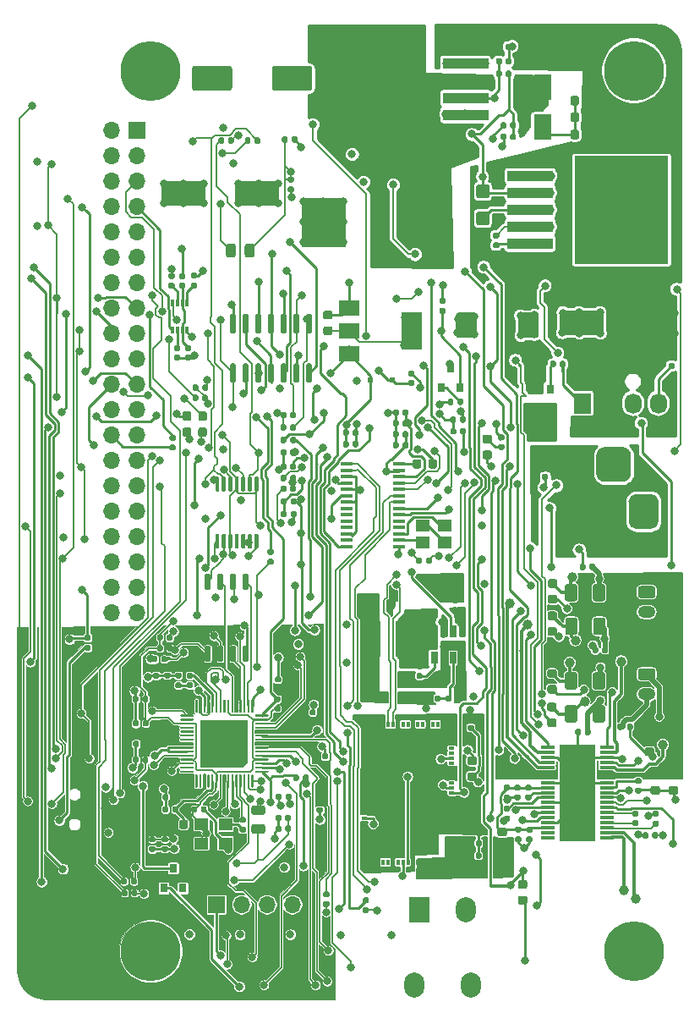
<source format=gbr>
G04 #@! TF.GenerationSoftware,KiCad,Pcbnew,(5.1.7)-1*
G04 #@! TF.CreationDate,2020-11-22T20:52:47-08:00*
G04 #@! TF.ProjectId,SJ-201-R4,534a2d32-3031-42d5-9234-2e6b69636164,rev?*
G04 #@! TF.SameCoordinates,Original*
G04 #@! TF.FileFunction,Copper,L1,Top*
G04 #@! TF.FilePolarity,Positive*
%FSLAX46Y46*%
G04 Gerber Fmt 4.6, Leading zero omitted, Abs format (unit mm)*
G04 Created by KiCad (PCBNEW (5.1.7)-1) date 2020-11-22 20:52:47*
%MOMM*%
%LPD*%
G01*
G04 APERTURE LIST*
G04 #@! TA.AperFunction,SMDPad,CuDef*
%ADD10R,0.800000X0.900000*%
G04 #@! TD*
G04 #@! TA.AperFunction,ComponentPad*
%ADD11O,1.730000X2.030000*%
G04 #@! TD*
G04 #@! TA.AperFunction,ComponentPad*
%ADD12R,1.730000X2.030000*%
G04 #@! TD*
G04 #@! TA.AperFunction,ComponentPad*
%ADD13O,2.000000X2.500000*%
G04 #@! TD*
G04 #@! TA.AperFunction,ComponentPad*
%ADD14R,2.000000X2.500000*%
G04 #@! TD*
G04 #@! TA.AperFunction,SMDPad,CuDef*
%ADD15R,1.500000X3.600000*%
G04 #@! TD*
G04 #@! TA.AperFunction,ComponentPad*
%ADD16R,3.500000X3.500000*%
G04 #@! TD*
G04 #@! TA.AperFunction,SMDPad,CuDef*
%ADD17R,0.300000X0.700000*%
G04 #@! TD*
G04 #@! TA.AperFunction,SMDPad,CuDef*
%ADD18R,9.400000X10.800000*%
G04 #@! TD*
G04 #@! TA.AperFunction,SMDPad,CuDef*
%ADD19R,4.600000X1.100000*%
G04 #@! TD*
G04 #@! TA.AperFunction,ComponentPad*
%ADD20O,1.750000X1.200000*%
G04 #@! TD*
G04 #@! TA.AperFunction,SMDPad,CuDef*
%ADD21C,0.100000*%
G04 #@! TD*
G04 #@! TA.AperFunction,SMDPad,CuDef*
%ADD22R,4.750000X4.250000*%
G04 #@! TD*
G04 #@! TA.AperFunction,ComponentPad*
%ADD23C,0.600000*%
G04 #@! TD*
G04 #@! TA.AperFunction,SMDPad,CuDef*
%ADD24R,4.250000X4.750000*%
G04 #@! TD*
G04 #@! TA.AperFunction,SMDPad,CuDef*
%ADD25R,2.000000X1.500000*%
G04 #@! TD*
G04 #@! TA.AperFunction,SMDPad,CuDef*
%ADD26R,2.000000X3.800000*%
G04 #@! TD*
G04 #@! TA.AperFunction,ComponentPad*
%ADD27C,0.499999*%
G04 #@! TD*
G04 #@! TA.AperFunction,SMDPad,CuDef*
%ADD28R,3.600000X9.700001*%
G04 #@! TD*
G04 #@! TA.AperFunction,SMDPad,CuDef*
%ADD29R,1.400000X0.299999*%
G04 #@! TD*
G04 #@! TA.AperFunction,SMDPad,CuDef*
%ADD30R,4.500000X5.000000*%
G04 #@! TD*
G04 #@! TA.AperFunction,SMDPad,CuDef*
%ADD31R,0.400000X0.400000*%
G04 #@! TD*
G04 #@! TA.AperFunction,SMDPad,CuDef*
%ADD32R,0.800000X0.800000*%
G04 #@! TD*
G04 #@! TA.AperFunction,SMDPad,CuDef*
%ADD33R,0.600000X0.300000*%
G04 #@! TD*
G04 #@! TA.AperFunction,SMDPad,CuDef*
%ADD34R,0.300000X0.600000*%
G04 #@! TD*
G04 #@! TA.AperFunction,ComponentPad*
%ADD35C,6.000000*%
G04 #@! TD*
G04 #@! TA.AperFunction,ComponentPad*
%ADD36O,1.700000X1.700000*%
G04 #@! TD*
G04 #@! TA.AperFunction,ComponentPad*
%ADD37R,1.700000X1.700000*%
G04 #@! TD*
G04 #@! TA.AperFunction,SMDPad,CuDef*
%ADD38R,1.200000X0.900000*%
G04 #@! TD*
G04 #@! TA.AperFunction,SMDPad,CuDef*
%ADD39R,0.650000X1.220000*%
G04 #@! TD*
G04 #@! TA.AperFunction,SMDPad,CuDef*
%ADD40R,1.400000X1.200000*%
G04 #@! TD*
G04 #@! TA.AperFunction,SMDPad,CuDef*
%ADD41R,1.800000X2.500000*%
G04 #@! TD*
G04 #@! TA.AperFunction,SMDPad,CuDef*
%ADD42R,1.200000X0.400000*%
G04 #@! TD*
G04 #@! TA.AperFunction,SMDPad,CuDef*
%ADD43R,0.500000X0.500000*%
G04 #@! TD*
G04 #@! TA.AperFunction,ViaPad*
%ADD44C,0.800000*%
G04 #@! TD*
G04 #@! TA.AperFunction,ViaPad*
%ADD45C,1.000000*%
G04 #@! TD*
G04 #@! TA.AperFunction,Conductor*
%ADD46C,0.250000*%
G04 #@! TD*
G04 #@! TA.AperFunction,Conductor*
%ADD47C,0.350000*%
G04 #@! TD*
G04 #@! TA.AperFunction,Conductor*
%ADD48C,0.200000*%
G04 #@! TD*
G04 #@! TA.AperFunction,Conductor*
%ADD49C,0.500000*%
G04 #@! TD*
G04 #@! TA.AperFunction,Conductor*
%ADD50C,0.127000*%
G04 #@! TD*
G04 #@! TA.AperFunction,Conductor*
%ADD51C,0.100000*%
G04 #@! TD*
G04 #@! TA.AperFunction,Conductor*
%ADD52C,0.050000*%
G04 #@! TD*
G04 #@! TA.AperFunction,Conductor*
%ADD53C,0.254000*%
G04 #@! TD*
G04 #@! TA.AperFunction,Conductor*
%ADD54C,0.300000*%
G04 #@! TD*
G04 APERTURE END LIST*
G04 #@! TO.P,R33,2*
G04 #@! TO.N,I2S_LRCK_XMOS*
G04 #@! TA.AperFunction,SMDPad,CuDef*
G36*
G01*
X27474680Y-44790140D02*
X27474680Y-44445140D01*
G75*
G02*
X27622180Y-44297640I147500J0D01*
G01*
X27917180Y-44297640D01*
G75*
G02*
X28064680Y-44445140I0J-147500D01*
G01*
X28064680Y-44790140D01*
G75*
G02*
X27917180Y-44937640I-147500J0D01*
G01*
X27622180Y-44937640D01*
G75*
G02*
X27474680Y-44790140I0J147500D01*
G01*
G37*
G04 #@! TD.AperFunction*
G04 #@! TO.P,R33,1*
G04 #@! TO.N,I2S_LRCK_AMP*
G04 #@! TA.AperFunction,SMDPad,CuDef*
G36*
G01*
X26504680Y-44790140D02*
X26504680Y-44445140D01*
G75*
G02*
X26652180Y-44297640I147500J0D01*
G01*
X26947180Y-44297640D01*
G75*
G02*
X27094680Y-44445140I0J-147500D01*
G01*
X27094680Y-44790140D01*
G75*
G02*
X26947180Y-44937640I-147500J0D01*
G01*
X26652180Y-44937640D01*
G75*
G02*
X26504680Y-44790140I0J147500D01*
G01*
G37*
G04 #@! TD.AperFunction*
G04 #@! TD*
G04 #@! TO.P,R9,2*
G04 #@! TO.N,Net-(R9-Pad2)*
G04 #@! TA.AperFunction,SMDPad,CuDef*
G36*
G01*
X15867160Y-42019720D02*
X15522160Y-42019720D01*
G75*
G02*
X15374660Y-41872220I0J147500D01*
G01*
X15374660Y-41577220D01*
G75*
G02*
X15522160Y-41429720I147500J0D01*
G01*
X15867160Y-41429720D01*
G75*
G02*
X16014660Y-41577220I0J-147500D01*
G01*
X16014660Y-41872220D01*
G75*
G02*
X15867160Y-42019720I-147500J0D01*
G01*
G37*
G04 #@! TD.AperFunction*
G04 #@! TO.P,R9,1*
G04 #@! TO.N,ATtinyRESET*
G04 #@! TA.AperFunction,SMDPad,CuDef*
G36*
G01*
X15867160Y-42989720D02*
X15522160Y-42989720D01*
G75*
G02*
X15374660Y-42842220I0J147500D01*
G01*
X15374660Y-42547220D01*
G75*
G02*
X15522160Y-42399720I147500J0D01*
G01*
X15867160Y-42399720D01*
G75*
G02*
X16014660Y-42547220I0J-147500D01*
G01*
X16014660Y-42842220D01*
G75*
G02*
X15867160Y-42989720I-147500J0D01*
G01*
G37*
G04 #@! TD.AperFunction*
G04 #@! TD*
G04 #@! TO.P,R29,2*
G04 #@! TO.N,GND*
G04 #@! TA.AperFunction,SMDPad,CuDef*
G36*
G01*
X44477440Y-41246840D02*
X44477440Y-40901840D01*
G75*
G02*
X44624940Y-40754340I147500J0D01*
G01*
X44919940Y-40754340D01*
G75*
G02*
X45067440Y-40901840I0J-147500D01*
G01*
X45067440Y-41246840D01*
G75*
G02*
X44919940Y-41394340I-147500J0D01*
G01*
X44624940Y-41394340D01*
G75*
G02*
X44477440Y-41246840I0J147500D01*
G01*
G37*
G04 #@! TD.AperFunction*
G04 #@! TO.P,R29,1*
G04 #@! TO.N,FanTach*
G04 #@! TA.AperFunction,SMDPad,CuDef*
G36*
G01*
X43507440Y-41246840D02*
X43507440Y-40901840D01*
G75*
G02*
X43654940Y-40754340I147500J0D01*
G01*
X43949940Y-40754340D01*
G75*
G02*
X44097440Y-40901840I0J-147500D01*
G01*
X44097440Y-41246840D01*
G75*
G02*
X43949940Y-41394340I-147500J0D01*
G01*
X43654940Y-41394340D01*
G75*
G02*
X43507440Y-41246840I0J147500D01*
G01*
G37*
G04 #@! TD.AperFunction*
G04 #@! TD*
G04 #@! TO.P,R20,2*
G04 #@! TO.N,Net-(J7-Pad3)*
G04 #@! TA.AperFunction,SMDPad,CuDef*
G36*
G01*
X44454580Y-40065740D02*
X44454580Y-39720740D01*
G75*
G02*
X44602080Y-39573240I147500J0D01*
G01*
X44897080Y-39573240D01*
G75*
G02*
X45044580Y-39720740I0J-147500D01*
G01*
X45044580Y-40065740D01*
G75*
G02*
X44897080Y-40213240I-147500J0D01*
G01*
X44602080Y-40213240D01*
G75*
G02*
X44454580Y-40065740I0J147500D01*
G01*
G37*
G04 #@! TD.AperFunction*
G04 #@! TO.P,R20,1*
G04 #@! TO.N,FanTach*
G04 #@! TA.AperFunction,SMDPad,CuDef*
G36*
G01*
X43484580Y-40065740D02*
X43484580Y-39720740D01*
G75*
G02*
X43632080Y-39573240I147500J0D01*
G01*
X43927080Y-39573240D01*
G75*
G02*
X44074580Y-39720740I0J-147500D01*
G01*
X44074580Y-40065740D01*
G75*
G02*
X43927080Y-40213240I-147500J0D01*
G01*
X43632080Y-40213240D01*
G75*
G02*
X43484580Y-40065740I0J147500D01*
G01*
G37*
G04 #@! TD.AperFunction*
G04 #@! TD*
G04 #@! TO.P,R18,2*
G04 #@! TO.N,/Monitor/FAN_PWM*
G04 #@! TA.AperFunction,SMDPad,CuDef*
G36*
G01*
X65491580Y-34236160D02*
X65836580Y-34236160D01*
G75*
G02*
X65984080Y-34383660I0J-147500D01*
G01*
X65984080Y-34678660D01*
G75*
G02*
X65836580Y-34826160I-147500J0D01*
G01*
X65491580Y-34826160D01*
G75*
G02*
X65344080Y-34678660I0J147500D01*
G01*
X65344080Y-34383660D01*
G75*
G02*
X65491580Y-34236160I147500J0D01*
G01*
G37*
G04 #@! TD.AperFunction*
G04 #@! TO.P,R18,1*
G04 #@! TO.N,PVDD*
G04 #@! TA.AperFunction,SMDPad,CuDef*
G36*
G01*
X65491580Y-33266160D02*
X65836580Y-33266160D01*
G75*
G02*
X65984080Y-33413660I0J-147500D01*
G01*
X65984080Y-33708660D01*
G75*
G02*
X65836580Y-33856160I-147500J0D01*
G01*
X65491580Y-33856160D01*
G75*
G02*
X65344080Y-33708660I0J147500D01*
G01*
X65344080Y-33413660D01*
G75*
G02*
X65491580Y-33266160I147500J0D01*
G01*
G37*
G04 #@! TD.AperFunction*
G04 #@! TD*
G04 #@! TO.P,R2,2*
G04 #@! TO.N,FanPWM*
G04 #@! TA.AperFunction,SMDPad,CuDef*
G36*
G01*
X43828200Y-37950360D02*
X43828200Y-38295360D01*
G75*
G02*
X43680700Y-38442860I-147500J0D01*
G01*
X43385700Y-38442860D01*
G75*
G02*
X43238200Y-38295360I0J147500D01*
G01*
X43238200Y-37950360D01*
G75*
G02*
X43385700Y-37802860I147500J0D01*
G01*
X43680700Y-37802860D01*
G75*
G02*
X43828200Y-37950360I0J-147500D01*
G01*
G37*
G04 #@! TD.AperFunction*
G04 #@! TO.P,R2,1*
G04 #@! TO.N,Net-(Q1-Pad1)*
G04 #@! TA.AperFunction,SMDPad,CuDef*
G36*
G01*
X44798200Y-37950360D02*
X44798200Y-38295360D01*
G75*
G02*
X44650700Y-38442860I-147500J0D01*
G01*
X44355700Y-38442860D01*
G75*
G02*
X44208200Y-38295360I0J147500D01*
G01*
X44208200Y-37950360D01*
G75*
G02*
X44355700Y-37802860I147500J0D01*
G01*
X44650700Y-37802860D01*
G75*
G02*
X44798200Y-37950360I0J-147500D01*
G01*
G37*
G04 #@! TD.AperFunction*
G04 #@! TD*
D10*
G04 #@! TO.P,Q1,3*
G04 #@! TO.N,/Monitor/FAN_PWM*
X43527980Y-34732720D03*
G04 #@! TO.P,Q1,2*
G04 #@! TO.N,GND*
X44477980Y-36732720D03*
G04 #@! TO.P,Q1,1*
G04 #@! TO.N,Net-(Q1-Pad1)*
X42577980Y-36732720D03*
G04 #@! TD*
D11*
G04 #@! TO.P,J7,4*
G04 #@! TO.N,/Monitor/FAN_PWM*
X64338200Y-38280340D03*
G04 #@! TO.P,J7,3*
G04 #@! TO.N,Net-(J7-Pad3)*
X61798200Y-38280340D03*
G04 #@! TO.P,J7,2*
G04 #@! TO.N,PVDD*
X59258200Y-38280340D03*
D12*
G04 #@! TO.P,J7,1*
G04 #@! TO.N,GND*
X56718200Y-38280340D03*
G04 #@! TD*
D13*
G04 #@! TO.P,J2,G*
G04 #@! TO.N,GND*
X45567720Y-96474400D03*
D14*
G04 #@! TO.P,J2,T*
G04 #@! TO.N,VoutL*
X40417720Y-88974400D03*
D13*
G04 #@! TO.P,J2,S*
G04 #@! TO.N,VoutR*
X45017720Y-88974400D03*
G04 #@! TO.P,J2,G*
G04 #@! TO.N,GND*
X39867720Y-96474400D03*
G04 #@! TD*
D15*
G04 #@! TO.P,L2,2*
G04 #@! TO.N,+1V0*
X35713940Y-61805820D03*
G04 #@! TO.P,L2,1*
G04 #@! TO.N,Net-(C7-Pad1)*
X38763940Y-61805820D03*
G04 #@! TD*
G04 #@! TO.P,J1,3*
G04 #@! TO.N,GND*
G04 #@! TA.AperFunction,ComponentPad*
G36*
G01*
X61605360Y-43509840D02*
X61605360Y-45259840D01*
G75*
G02*
X60730360Y-46134840I-875000J0D01*
G01*
X58980360Y-46134840D01*
G75*
G02*
X58105360Y-45259840I0J875000D01*
G01*
X58105360Y-43509840D01*
G75*
G02*
X58980360Y-42634840I875000J0D01*
G01*
X60730360Y-42634840D01*
G75*
G02*
X61605360Y-43509840I0J-875000D01*
G01*
G37*
G04 #@! TD.AperFunction*
G04 #@! TO.P,J1,2*
G04 #@! TA.AperFunction,ComponentPad*
G36*
G01*
X64355360Y-48084840D02*
X64355360Y-50084840D01*
G75*
G02*
X63605360Y-50834840I-750000J0D01*
G01*
X62105360Y-50834840D01*
G75*
G02*
X61355360Y-50084840I0J750000D01*
G01*
X61355360Y-48084840D01*
G75*
G02*
X62105360Y-47334840I750000J0D01*
G01*
X63605360Y-47334840D01*
G75*
G02*
X64355360Y-48084840I0J-750000D01*
G01*
G37*
G04 #@! TD.AperFunction*
D16*
G04 #@! TO.P,J1,1*
G04 #@! TO.N,12v_Unregulated*
X56855360Y-49084840D03*
G04 #@! TD*
D17*
G04 #@! TO.P,U14,8*
G04 #@! TO.N,+3V3*
X15658400Y-28253700D03*
G04 #@! TO.P,U14,7*
G04 #@! TO.N,Net-(R64-Pad1)*
X16158400Y-28253700D03*
G04 #@! TO.P,U14,6*
G04 #@! TO.N,Net-(R62-Pad1)*
X16658400Y-28253700D03*
G04 #@! TO.P,U14,5*
G04 #@! TO.N,Net-(R65-Pad1)*
X17158400Y-28253700D03*
G04 #@! TO.P,U14,4*
G04 #@! TO.N,GND*
X17158400Y-30953700D03*
G04 #@! TO.P,U14,3*
G04 #@! TO.N,Net-(R62-Pad1)*
X16658400Y-30953700D03*
G04 #@! TO.P,U14,2*
G04 #@! TO.N,Net-(R66-Pad1)*
X16158400Y-30953700D03*
G04 #@! TO.P,U14,1*
G04 #@! TO.N,I2S_MCLK_PI*
X15658400Y-30953700D03*
G04 #@! TD*
G04 #@! TO.P,C67,2*
G04 #@! TO.N,GND*
G04 #@! TA.AperFunction,SMDPad,CuDef*
G36*
G01*
X50289280Y-31489760D02*
X50289280Y-29439760D01*
G75*
G02*
X50539280Y-29189760I250000J0D01*
G01*
X52114280Y-29189760D01*
G75*
G02*
X52364280Y-29439760I0J-250000D01*
G01*
X52364280Y-31489760D01*
G75*
G02*
X52114280Y-31739760I-250000J0D01*
G01*
X50539280Y-31739760D01*
G75*
G02*
X50289280Y-31489760I0J250000D01*
G01*
G37*
G04 #@! TD.AperFunction*
G04 #@! TO.P,C67,1*
G04 #@! TO.N,+3V3*
G04 #@! TA.AperFunction,SMDPad,CuDef*
G36*
G01*
X44064280Y-31489760D02*
X44064280Y-29439760D01*
G75*
G02*
X44314280Y-29189760I250000J0D01*
G01*
X45889280Y-29189760D01*
G75*
G02*
X46139280Y-29439760I0J-250000D01*
G01*
X46139280Y-31489760D01*
G75*
G02*
X45889280Y-31739760I-250000J0D01*
G01*
X44314280Y-31739760D01*
G75*
G02*
X44064280Y-31489760I0J250000D01*
G01*
G37*
G04 #@! TD.AperFunction*
G04 #@! TD*
D18*
G04 #@! TO.P,U12,3*
G04 #@! TO.N,GND*
X60662160Y-18928080D03*
D19*
G04 #@! TO.P,U12,5*
G04 #@! TO.N,Net-(R51-Pad1)*
X51512160Y-22328080D03*
G04 #@! TO.P,U12,4*
G04 #@! TO.N,+3V3*
X51512160Y-20628080D03*
G04 #@! TO.P,U12,3*
G04 #@! TO.N,GND*
X51512160Y-18928080D03*
G04 #@! TO.P,U12,2*
G04 #@! TO.N,+5V*
X51512160Y-17228080D03*
G04 #@! TO.P,U12,1*
G04 #@! TO.N,GND*
X51512160Y-15528080D03*
G04 #@! TD*
G04 #@! TO.P,R66,2*
G04 #@! TO.N,I2S_BCLK_XMOS*
G04 #@! TA.AperFunction,SMDPad,CuDef*
G36*
G01*
X15969200Y-33413200D02*
X16314200Y-33413200D01*
G75*
G02*
X16461700Y-33560700I0J-147500D01*
G01*
X16461700Y-33855700D01*
G75*
G02*
X16314200Y-34003200I-147500J0D01*
G01*
X15969200Y-34003200D01*
G75*
G02*
X15821700Y-33855700I0J147500D01*
G01*
X15821700Y-33560700D01*
G75*
G02*
X15969200Y-33413200I147500J0D01*
G01*
G37*
G04 #@! TD.AperFunction*
G04 #@! TO.P,R66,1*
G04 #@! TO.N,Net-(R66-Pad1)*
G04 #@! TA.AperFunction,SMDPad,CuDef*
G36*
G01*
X15969200Y-32443200D02*
X16314200Y-32443200D01*
G75*
G02*
X16461700Y-32590700I0J-147500D01*
G01*
X16461700Y-32885700D01*
G75*
G02*
X16314200Y-33033200I-147500J0D01*
G01*
X15969200Y-33033200D01*
G75*
G02*
X15821700Y-32885700I0J147500D01*
G01*
X15821700Y-32590700D01*
G75*
G02*
X15969200Y-32443200I147500J0D01*
G01*
G37*
G04 #@! TD.AperFunction*
G04 #@! TD*
G04 #@! TO.P,R65,2*
G04 #@! TO.N,I2S_BCLK_AMP*
G04 #@! TA.AperFunction,SMDPad,CuDef*
G36*
G01*
X18003300Y-25806900D02*
X17658300Y-25806900D01*
G75*
G02*
X17510800Y-25659400I0J147500D01*
G01*
X17510800Y-25364400D01*
G75*
G02*
X17658300Y-25216900I147500J0D01*
G01*
X18003300Y-25216900D01*
G75*
G02*
X18150800Y-25364400I0J-147500D01*
G01*
X18150800Y-25659400D01*
G75*
G02*
X18003300Y-25806900I-147500J0D01*
G01*
G37*
G04 #@! TD.AperFunction*
G04 #@! TO.P,R65,1*
G04 #@! TO.N,Net-(R65-Pad1)*
G04 #@! TA.AperFunction,SMDPad,CuDef*
G36*
G01*
X18003300Y-26776900D02*
X17658300Y-26776900D01*
G75*
G02*
X17510800Y-26629400I0J147500D01*
G01*
X17510800Y-26334400D01*
G75*
G02*
X17658300Y-26186900I147500J0D01*
G01*
X18003300Y-26186900D01*
G75*
G02*
X18150800Y-26334400I0J-147500D01*
G01*
X18150800Y-26629400D01*
G75*
G02*
X18003300Y-26776900I-147500J0D01*
G01*
G37*
G04 #@! TD.AperFunction*
G04 #@! TD*
G04 #@! TO.P,R64,2*
G04 #@! TO.N,I2S_MCLK_XMOS*
G04 #@! TA.AperFunction,SMDPad,CuDef*
G36*
G01*
X15755400Y-25819600D02*
X15410400Y-25819600D01*
G75*
G02*
X15262900Y-25672100I0J147500D01*
G01*
X15262900Y-25377100D01*
G75*
G02*
X15410400Y-25229600I147500J0D01*
G01*
X15755400Y-25229600D01*
G75*
G02*
X15902900Y-25377100I0J-147500D01*
G01*
X15902900Y-25672100D01*
G75*
G02*
X15755400Y-25819600I-147500J0D01*
G01*
G37*
G04 #@! TD.AperFunction*
G04 #@! TO.P,R64,1*
G04 #@! TO.N,Net-(R64-Pad1)*
G04 #@! TA.AperFunction,SMDPad,CuDef*
G36*
G01*
X15755400Y-26789600D02*
X15410400Y-26789600D01*
G75*
G02*
X15262900Y-26642100I0J147500D01*
G01*
X15262900Y-26347100D01*
G75*
G02*
X15410400Y-26199600I147500J0D01*
G01*
X15755400Y-26199600D01*
G75*
G02*
X15902900Y-26347100I0J-147500D01*
G01*
X15902900Y-26642100D01*
G75*
G02*
X15755400Y-26789600I-147500J0D01*
G01*
G37*
G04 #@! TD.AperFunction*
G04 #@! TD*
G04 #@! TO.P,R63,2*
G04 #@! TO.N,I2S_BCLK_XMOS*
G04 #@! TA.AperFunction,SMDPad,CuDef*
G36*
G01*
X17074100Y-33400500D02*
X17419100Y-33400500D01*
G75*
G02*
X17566600Y-33548000I0J-147500D01*
G01*
X17566600Y-33843000D01*
G75*
G02*
X17419100Y-33990500I-147500J0D01*
G01*
X17074100Y-33990500D01*
G75*
G02*
X16926600Y-33843000I0J147500D01*
G01*
X16926600Y-33548000D01*
G75*
G02*
X17074100Y-33400500I147500J0D01*
G01*
G37*
G04 #@! TD.AperFunction*
G04 #@! TO.P,R63,1*
G04 #@! TO.N,Net-(R62-Pad1)*
G04 #@! TA.AperFunction,SMDPad,CuDef*
G36*
G01*
X17074100Y-32430500D02*
X17419100Y-32430500D01*
G75*
G02*
X17566600Y-32578000I0J-147500D01*
G01*
X17566600Y-32873000D01*
G75*
G02*
X17419100Y-33020500I-147500J0D01*
G01*
X17074100Y-33020500D01*
G75*
G02*
X16926600Y-32873000I0J147500D01*
G01*
X16926600Y-32578000D01*
G75*
G02*
X17074100Y-32430500I147500J0D01*
G01*
G37*
G04 #@! TD.AperFunction*
G04 #@! TD*
G04 #@! TO.P,R52,2*
G04 #@! TO.N,I2S_DOUT_XMOS*
G04 #@! TA.AperFunction,SMDPad,CuDef*
G36*
G01*
X28359600Y-75544900D02*
X28359600Y-75889900D01*
G75*
G02*
X28212100Y-76037400I-147500J0D01*
G01*
X27917100Y-76037400D01*
G75*
G02*
X27769600Y-75889900I0J147500D01*
G01*
X27769600Y-75544900D01*
G75*
G02*
X27917100Y-75397400I147500J0D01*
G01*
X28212100Y-75397400D01*
G75*
G02*
X28359600Y-75544900I0J-147500D01*
G01*
G37*
G04 #@! TD.AperFunction*
G04 #@! TO.P,R52,1*
G04 #@! TO.N,I2S_DIN_AMP*
G04 #@! TA.AperFunction,SMDPad,CuDef*
G36*
G01*
X29329600Y-75544900D02*
X29329600Y-75889900D01*
G75*
G02*
X29182100Y-76037400I-147500J0D01*
G01*
X28887100Y-76037400D01*
G75*
G02*
X28739600Y-75889900I0J147500D01*
G01*
X28739600Y-75544900D01*
G75*
G02*
X28887100Y-75397400I147500J0D01*
G01*
X29182100Y-75397400D01*
G75*
G02*
X29329600Y-75544900I0J-147500D01*
G01*
G37*
G04 #@! TD.AperFunction*
G04 #@! TD*
G04 #@! TO.P,R62,2*
G04 #@! TO.N,I2S_BCLK_PI*
G04 #@! TA.AperFunction,SMDPad,CuDef*
G36*
G01*
X16834900Y-25832300D02*
X16489900Y-25832300D01*
G75*
G02*
X16342400Y-25684800I0J147500D01*
G01*
X16342400Y-25389800D01*
G75*
G02*
X16489900Y-25242300I147500J0D01*
G01*
X16834900Y-25242300D01*
G75*
G02*
X16982400Y-25389800I0J-147500D01*
G01*
X16982400Y-25684800D01*
G75*
G02*
X16834900Y-25832300I-147500J0D01*
G01*
G37*
G04 #@! TD.AperFunction*
G04 #@! TO.P,R62,1*
G04 #@! TO.N,Net-(R62-Pad1)*
G04 #@! TA.AperFunction,SMDPad,CuDef*
G36*
G01*
X16834900Y-26802300D02*
X16489900Y-26802300D01*
G75*
G02*
X16342400Y-26654800I0J147500D01*
G01*
X16342400Y-26359800D01*
G75*
G02*
X16489900Y-26212300I147500J0D01*
G01*
X16834900Y-26212300D01*
G75*
G02*
X16982400Y-26359800I0J-147500D01*
G01*
X16982400Y-26654800D01*
G75*
G02*
X16834900Y-26802300I-147500J0D01*
G01*
G37*
G04 #@! TD.AperFunction*
G04 #@! TD*
G04 #@! TO.P,R53,2*
G04 #@! TO.N,I2S_LRCK_PI*
G04 #@! TA.AperFunction,SMDPad,CuDef*
G36*
G01*
X27469600Y-43368375D02*
X27469600Y-43023375D01*
G75*
G02*
X27617100Y-42875875I147500J0D01*
G01*
X27912100Y-42875875D01*
G75*
G02*
X28059600Y-43023375I0J-147500D01*
G01*
X28059600Y-43368375D01*
G75*
G02*
X27912100Y-43515875I-147500J0D01*
G01*
X27617100Y-43515875D01*
G75*
G02*
X27469600Y-43368375I0J147500D01*
G01*
G37*
G04 #@! TD.AperFunction*
G04 #@! TO.P,R53,1*
G04 #@! TO.N,I2S_LRCK_AMP*
G04 #@! TA.AperFunction,SMDPad,CuDef*
G36*
G01*
X26499600Y-43368375D02*
X26499600Y-43023375D01*
G75*
G02*
X26647100Y-42875875I147500J0D01*
G01*
X26942100Y-42875875D01*
G75*
G02*
X27089600Y-43023375I0J-147500D01*
G01*
X27089600Y-43368375D01*
G75*
G02*
X26942100Y-43515875I-147500J0D01*
G01*
X26647100Y-43515875D01*
G75*
G02*
X26499600Y-43368375I0J147500D01*
G01*
G37*
G04 #@! TD.AperFunction*
G04 #@! TD*
G04 #@! TO.P,R47,2*
G04 #@! TO.N,I2S_DOUT_PI*
G04 #@! TA.AperFunction,SMDPad,CuDef*
G36*
G01*
X27469600Y-42114250D02*
X27469600Y-41769250D01*
G75*
G02*
X27617100Y-41621750I147500J0D01*
G01*
X27912100Y-41621750D01*
G75*
G02*
X28059600Y-41769250I0J-147500D01*
G01*
X28059600Y-42114250D01*
G75*
G02*
X27912100Y-42261750I-147500J0D01*
G01*
X27617100Y-42261750D01*
G75*
G02*
X27469600Y-42114250I0J147500D01*
G01*
G37*
G04 #@! TD.AperFunction*
G04 #@! TO.P,R47,1*
G04 #@! TO.N,I2S_DIN_AMP*
G04 #@! TA.AperFunction,SMDPad,CuDef*
G36*
G01*
X26499600Y-42114250D02*
X26499600Y-41769250D01*
G75*
G02*
X26647100Y-41621750I147500J0D01*
G01*
X26942100Y-41621750D01*
G75*
G02*
X27089600Y-41769250I0J-147500D01*
G01*
X27089600Y-42114250D01*
G75*
G02*
X26942100Y-42261750I-147500J0D01*
G01*
X26647100Y-42261750D01*
G75*
G02*
X26499600Y-42114250I0J147500D01*
G01*
G37*
G04 #@! TD.AperFunction*
G04 #@! TD*
G04 #@! TO.P,R16,2*
G04 #@! TO.N,I2S_DOUT_XMOS*
G04 #@! TA.AperFunction,SMDPad,CuDef*
G36*
G01*
X6990300Y-62407300D02*
X7335300Y-62407300D01*
G75*
G02*
X7482800Y-62554800I0J-147500D01*
G01*
X7482800Y-62849800D01*
G75*
G02*
X7335300Y-62997300I-147500J0D01*
G01*
X6990300Y-62997300D01*
G75*
G02*
X6842800Y-62849800I0J147500D01*
G01*
X6842800Y-62554800D01*
G75*
G02*
X6990300Y-62407300I147500J0D01*
G01*
G37*
G04 #@! TD.AperFunction*
G04 #@! TO.P,R16,1*
G04 #@! TO.N,I2S_DIN_PI*
G04 #@! TA.AperFunction,SMDPad,CuDef*
G36*
G01*
X6990300Y-61437300D02*
X7335300Y-61437300D01*
G75*
G02*
X7482800Y-61584800I0J-147500D01*
G01*
X7482800Y-61879800D01*
G75*
G02*
X7335300Y-62027300I-147500J0D01*
G01*
X6990300Y-62027300D01*
G75*
G02*
X6842800Y-61879800I0J147500D01*
G01*
X6842800Y-61584800D01*
G75*
G02*
X6990300Y-61437300I147500J0D01*
G01*
G37*
G04 #@! TD.AperFunction*
G04 #@! TD*
D20*
G04 #@! TO.P,J4,2*
G04 #@! TO.N,/AudioAmp/Right-*
X63169800Y-67379600D03*
G04 #@! TO.P,J4,1*
G04 #@! TO.N,/AudioAmp/Right+*
G04 #@! TA.AperFunction,ComponentPad*
G36*
G01*
X62544799Y-64779600D02*
X63794801Y-64779600D01*
G75*
G02*
X64044800Y-65029599I0J-249999D01*
G01*
X64044800Y-65729601D01*
G75*
G02*
X63794801Y-65979600I-249999J0D01*
G01*
X62544799Y-65979600D01*
G75*
G02*
X62294800Y-65729601I0J249999D01*
G01*
X62294800Y-65029599D01*
G75*
G02*
X62544799Y-64779600I249999J0D01*
G01*
G37*
G04 #@! TD.AperFunction*
G04 #@! TD*
G04 #@! TO.P,J3,2*
G04 #@! TO.N,/AudioAmp/Left-*
X63169800Y-59150000D03*
G04 #@! TO.P,J3,1*
G04 #@! TO.N,/AudioAmp/Left+*
G04 #@! TA.AperFunction,ComponentPad*
G36*
G01*
X62544799Y-56550000D02*
X63794801Y-56550000D01*
G75*
G02*
X64044800Y-56799999I0J-249999D01*
G01*
X64044800Y-57500001D01*
G75*
G02*
X63794801Y-57750000I-249999J0D01*
G01*
X62544799Y-57750000D01*
G75*
G02*
X62294800Y-57500001I0J249999D01*
G01*
X62294800Y-56799999D01*
G75*
G02*
X62544799Y-56550000I249999J0D01*
G01*
G37*
G04 #@! TD.AperFunction*
G04 #@! TD*
G04 #@! TO.P,U8,60*
G04 #@! TO.N,/xmos/TDO*
G04 #@! TA.AperFunction,SMDPad,CuDef*
G36*
G01*
X23628800Y-75401300D02*
X23728800Y-75401300D01*
G75*
G02*
X23778800Y-75451300I0J-50000D01*
G01*
X23778800Y-76676300D01*
G75*
G02*
X23728800Y-76726300I-50000J0D01*
G01*
X23628800Y-76726300D01*
G75*
G02*
X23578800Y-76676300I0J50000D01*
G01*
X23578800Y-75451300D01*
G75*
G02*
X23628800Y-75401300I50000J0D01*
G01*
G37*
G04 #@! TD.AperFunction*
G04 #@! TO.P,U8,59*
G04 #@! TO.N,/xmos/TDI*
G04 #@! TA.AperFunction,SMDPad,CuDef*
G36*
G01*
X23228800Y-75401300D02*
X23328800Y-75401300D01*
G75*
G02*
X23378800Y-75451300I0J-50000D01*
G01*
X23378800Y-76676300D01*
G75*
G02*
X23328800Y-76726300I-50000J0D01*
G01*
X23228800Y-76726300D01*
G75*
G02*
X23178800Y-76676300I0J50000D01*
G01*
X23178800Y-75451300D01*
G75*
G02*
X23228800Y-75401300I50000J0D01*
G01*
G37*
G04 #@! TD.AperFunction*
G04 #@! TO.P,U8,58*
G04 #@! TO.N,/xmos/TCK*
G04 #@! TA.AperFunction,SMDPad,CuDef*
G36*
G01*
X22828800Y-75401300D02*
X22928800Y-75401300D01*
G75*
G02*
X22978800Y-75451300I0J-50000D01*
G01*
X22978800Y-76676300D01*
G75*
G02*
X22928800Y-76726300I-50000J0D01*
G01*
X22828800Y-76726300D01*
G75*
G02*
X22778800Y-76676300I0J50000D01*
G01*
X22778800Y-75451300D01*
G75*
G02*
X22828800Y-75401300I50000J0D01*
G01*
G37*
G04 #@! TD.AperFunction*
G04 #@! TO.P,U8,57*
G04 #@! TO.N,/xmos/TMS*
G04 #@! TA.AperFunction,SMDPad,CuDef*
G36*
G01*
X22428800Y-75401300D02*
X22528800Y-75401300D01*
G75*
G02*
X22578800Y-75451300I0J-50000D01*
G01*
X22578800Y-76676300D01*
G75*
G02*
X22528800Y-76726300I-50000J0D01*
G01*
X22428800Y-76726300D01*
G75*
G02*
X22378800Y-76676300I0J50000D01*
G01*
X22378800Y-75451300D01*
G75*
G02*
X22428800Y-75401300I50000J0D01*
G01*
G37*
G04 #@! TD.AperFunction*
G04 #@! TO.P,U8,56*
G04 #@! TO.N,/xmos/24M*
G04 #@! TA.AperFunction,SMDPad,CuDef*
G36*
G01*
X22028800Y-75401300D02*
X22128800Y-75401300D01*
G75*
G02*
X22178800Y-75451300I0J-50000D01*
G01*
X22178800Y-76676300D01*
G75*
G02*
X22128800Y-76726300I-50000J0D01*
G01*
X22028800Y-76726300D01*
G75*
G02*
X21978800Y-76676300I0J50000D01*
G01*
X21978800Y-75451300D01*
G75*
G02*
X22028800Y-75401300I50000J0D01*
G01*
G37*
G04 #@! TD.AperFunction*
G04 #@! TO.P,U8,55*
G04 #@! TO.N,XMOS_SendReset*
G04 #@! TA.AperFunction,SMDPad,CuDef*
G36*
G01*
X21628800Y-75401300D02*
X21728800Y-75401300D01*
G75*
G02*
X21778800Y-75451300I0J-50000D01*
G01*
X21778800Y-76676300D01*
G75*
G02*
X21728800Y-76726300I-50000J0D01*
G01*
X21628800Y-76726300D01*
G75*
G02*
X21578800Y-76676300I0J50000D01*
G01*
X21578800Y-75451300D01*
G75*
G02*
X21628800Y-75401300I50000J0D01*
G01*
G37*
G04 #@! TD.AperFunction*
G04 #@! TO.P,U8,54*
G04 #@! TO.N,SDA_XMOS*
G04 #@! TA.AperFunction,SMDPad,CuDef*
G36*
G01*
X21228800Y-75401300D02*
X21328800Y-75401300D01*
G75*
G02*
X21378800Y-75451300I0J-50000D01*
G01*
X21378800Y-76676300D01*
G75*
G02*
X21328800Y-76726300I-50000J0D01*
G01*
X21228800Y-76726300D01*
G75*
G02*
X21178800Y-76676300I0J50000D01*
G01*
X21178800Y-75451300D01*
G75*
G02*
X21228800Y-75401300I50000J0D01*
G01*
G37*
G04 #@! TD.AperFunction*
G04 #@! TO.P,U8,53*
G04 #@! TO.N,+1V0*
G04 #@! TA.AperFunction,SMDPad,CuDef*
G36*
G01*
X20828800Y-75401300D02*
X20928800Y-75401300D01*
G75*
G02*
X20978800Y-75451300I0J-50000D01*
G01*
X20978800Y-76676300D01*
G75*
G02*
X20928800Y-76726300I-50000J0D01*
G01*
X20828800Y-76726300D01*
G75*
G02*
X20778800Y-76676300I0J50000D01*
G01*
X20778800Y-75451300D01*
G75*
G02*
X20828800Y-75401300I50000J0D01*
G01*
G37*
G04 #@! TD.AperFunction*
G04 #@! TO.P,U8,52*
G04 #@! TO.N,SCL_XMOS*
G04 #@! TA.AperFunction,SMDPad,CuDef*
G36*
G01*
X20428800Y-75401300D02*
X20528800Y-75401300D01*
G75*
G02*
X20578800Y-75451300I0J-50000D01*
G01*
X20578800Y-76676300D01*
G75*
G02*
X20528800Y-76726300I-50000J0D01*
G01*
X20428800Y-76726300D01*
G75*
G02*
X20378800Y-76676300I0J50000D01*
G01*
X20378800Y-75451300D01*
G75*
G02*
X20428800Y-75401300I50000J0D01*
G01*
G37*
G04 #@! TD.AperFunction*
G04 #@! TO.P,U8,51*
G04 #@! TO.N,+3V3*
G04 #@! TA.AperFunction,SMDPad,CuDef*
G36*
G01*
X20028800Y-75401300D02*
X20128800Y-75401300D01*
G75*
G02*
X20178800Y-75451300I0J-50000D01*
G01*
X20178800Y-76676300D01*
G75*
G02*
X20128800Y-76726300I-50000J0D01*
G01*
X20028800Y-76726300D01*
G75*
G02*
X19978800Y-76676300I0J50000D01*
G01*
X19978800Y-75451300D01*
G75*
G02*
X20028800Y-75401300I50000J0D01*
G01*
G37*
G04 #@! TD.AperFunction*
G04 #@! TO.P,U8,50*
G04 #@! TO.N,Net-(C36-Pad1)*
G04 #@! TA.AperFunction,SMDPad,CuDef*
G36*
G01*
X19628800Y-75401300D02*
X19728800Y-75401300D01*
G75*
G02*
X19778800Y-75451300I0J-50000D01*
G01*
X19778800Y-76676300D01*
G75*
G02*
X19728800Y-76726300I-50000J0D01*
G01*
X19628800Y-76726300D01*
G75*
G02*
X19578800Y-76676300I0J50000D01*
G01*
X19578800Y-75451300D01*
G75*
G02*
X19628800Y-75401300I50000J0D01*
G01*
G37*
G04 #@! TD.AperFunction*
G04 #@! TO.P,U8,49*
G04 #@! TO.N,N/C*
G04 #@! TA.AperFunction,SMDPad,CuDef*
G36*
G01*
X19228800Y-75401300D02*
X19328800Y-75401300D01*
G75*
G02*
X19378800Y-75451300I0J-50000D01*
G01*
X19378800Y-76676300D01*
G75*
G02*
X19328800Y-76726300I-50000J0D01*
G01*
X19228800Y-76726300D01*
G75*
G02*
X19178800Y-76676300I0J50000D01*
G01*
X19178800Y-75451300D01*
G75*
G02*
X19228800Y-75401300I50000J0D01*
G01*
G37*
G04 #@! TD.AperFunction*
G04 #@! TO.P,U8,48*
G04 #@! TO.N,+1V0*
G04 #@! TA.AperFunction,SMDPad,CuDef*
G36*
G01*
X18828800Y-75401300D02*
X18928800Y-75401300D01*
G75*
G02*
X18978800Y-75451300I0J-50000D01*
G01*
X18978800Y-76676300D01*
G75*
G02*
X18928800Y-76726300I-50000J0D01*
G01*
X18828800Y-76726300D01*
G75*
G02*
X18778800Y-76676300I0J50000D01*
G01*
X18778800Y-75451300D01*
G75*
G02*
X18828800Y-75401300I50000J0D01*
G01*
G37*
G04 #@! TD.AperFunction*
G04 #@! TO.P,U8,47*
G04 #@! TO.N,N/C*
G04 #@! TA.AperFunction,SMDPad,CuDef*
G36*
G01*
X18428800Y-75401300D02*
X18528800Y-75401300D01*
G75*
G02*
X18578800Y-75451300I0J-50000D01*
G01*
X18578800Y-76676300D01*
G75*
G02*
X18528800Y-76726300I-50000J0D01*
G01*
X18428800Y-76726300D01*
G75*
G02*
X18378800Y-76676300I0J50000D01*
G01*
X18378800Y-75451300D01*
G75*
G02*
X18428800Y-75401300I50000J0D01*
G01*
G37*
G04 #@! TD.AperFunction*
G04 #@! TO.P,U8,30*
G04 #@! TA.AperFunction,SMDPad,CuDef*
G36*
G01*
X18028800Y-67901300D02*
X18128800Y-67901300D01*
G75*
G02*
X18178800Y-67951300I0J-50000D01*
G01*
X18178800Y-69176300D01*
G75*
G02*
X18128800Y-69226300I-50000J0D01*
G01*
X18028800Y-69226300D01*
G75*
G02*
X17978800Y-69176300I0J50000D01*
G01*
X17978800Y-67951300D01*
G75*
G02*
X18028800Y-67901300I50000J0D01*
G01*
G37*
G04 #@! TD.AperFunction*
G04 #@! TO.P,U8,29*
G04 #@! TO.N,+1V0*
G04 #@! TA.AperFunction,SMDPad,CuDef*
G36*
G01*
X18428800Y-67901300D02*
X18528800Y-67901300D01*
G75*
G02*
X18578800Y-67951300I0J-50000D01*
G01*
X18578800Y-69176300D01*
G75*
G02*
X18528800Y-69226300I-50000J0D01*
G01*
X18428800Y-69226300D01*
G75*
G02*
X18378800Y-69176300I0J50000D01*
G01*
X18378800Y-67951300D01*
G75*
G02*
X18428800Y-67901300I50000J0D01*
G01*
G37*
G04 #@! TD.AperFunction*
G04 #@! TO.P,U8,28*
G04 #@! TO.N,SPI_MISO*
G04 #@! TA.AperFunction,SMDPad,CuDef*
G36*
G01*
X18828800Y-67901300D02*
X18928800Y-67901300D01*
G75*
G02*
X18978800Y-67951300I0J-50000D01*
G01*
X18978800Y-69176300D01*
G75*
G02*
X18928800Y-69226300I-50000J0D01*
G01*
X18828800Y-69226300D01*
G75*
G02*
X18778800Y-69176300I0J50000D01*
G01*
X18778800Y-67951300D01*
G75*
G02*
X18828800Y-67901300I50000J0D01*
G01*
G37*
G04 #@! TD.AperFunction*
G04 #@! TO.P,U8,27*
G04 #@! TO.N,+1V0*
G04 #@! TA.AperFunction,SMDPad,CuDef*
G36*
G01*
X19228800Y-67901300D02*
X19328800Y-67901300D01*
G75*
G02*
X19378800Y-67951300I0J-50000D01*
G01*
X19378800Y-69176300D01*
G75*
G02*
X19328800Y-69226300I-50000J0D01*
G01*
X19228800Y-69226300D01*
G75*
G02*
X19178800Y-69176300I0J50000D01*
G01*
X19178800Y-67951300D01*
G75*
G02*
X19228800Y-67901300I50000J0D01*
G01*
G37*
G04 #@! TD.AperFunction*
G04 #@! TO.P,U8,26*
G04 #@! TO.N,Net-(R34-Pad1)*
G04 #@! TA.AperFunction,SMDPad,CuDef*
G36*
G01*
X19628800Y-67901300D02*
X19728800Y-67901300D01*
G75*
G02*
X19778800Y-67951300I0J-50000D01*
G01*
X19778800Y-69176300D01*
G75*
G02*
X19728800Y-69226300I-50000J0D01*
G01*
X19628800Y-69226300D01*
G75*
G02*
X19578800Y-69176300I0J50000D01*
G01*
X19578800Y-67951300D01*
G75*
G02*
X19628800Y-67901300I50000J0D01*
G01*
G37*
G04 #@! TD.AperFunction*
G04 #@! TO.P,U8,25*
G04 #@! TO.N,USB_XMOS_D_N*
G04 #@! TA.AperFunction,SMDPad,CuDef*
G36*
G01*
X20028800Y-67901300D02*
X20128800Y-67901300D01*
G75*
G02*
X20178800Y-67951300I0J-50000D01*
G01*
X20178800Y-69176300D01*
G75*
G02*
X20128800Y-69226300I-50000J0D01*
G01*
X20028800Y-69226300D01*
G75*
G02*
X19978800Y-69176300I0J50000D01*
G01*
X19978800Y-67951300D01*
G75*
G02*
X20028800Y-67901300I50000J0D01*
G01*
G37*
G04 #@! TD.AperFunction*
G04 #@! TO.P,U8,24*
G04 #@! TO.N,USB_XMOS_D_P*
G04 #@! TA.AperFunction,SMDPad,CuDef*
G36*
G01*
X20428800Y-67901300D02*
X20528800Y-67901300D01*
G75*
G02*
X20578800Y-67951300I0J-50000D01*
G01*
X20578800Y-69176300D01*
G75*
G02*
X20528800Y-69226300I-50000J0D01*
G01*
X20428800Y-69226300D01*
G75*
G02*
X20378800Y-69176300I0J50000D01*
G01*
X20378800Y-67951300D01*
G75*
G02*
X20428800Y-67901300I50000J0D01*
G01*
G37*
G04 #@! TD.AperFunction*
G04 #@! TO.P,U8,23*
G04 #@! TO.N,N/C*
G04 #@! TA.AperFunction,SMDPad,CuDef*
G36*
G01*
X20828800Y-67901300D02*
X20928800Y-67901300D01*
G75*
G02*
X20978800Y-67951300I0J-50000D01*
G01*
X20978800Y-69176300D01*
G75*
G02*
X20928800Y-69226300I-50000J0D01*
G01*
X20828800Y-69226300D01*
G75*
G02*
X20778800Y-69176300I0J50000D01*
G01*
X20778800Y-67951300D01*
G75*
G02*
X20828800Y-67901300I50000J0D01*
G01*
G37*
G04 #@! TD.AperFunction*
G04 #@! TO.P,U8,22*
G04 #@! TO.N,+3V3*
G04 #@! TA.AperFunction,SMDPad,CuDef*
G36*
G01*
X21228800Y-67901300D02*
X21328800Y-67901300D01*
G75*
G02*
X21378800Y-67951300I0J-50000D01*
G01*
X21378800Y-69176300D01*
G75*
G02*
X21328800Y-69226300I-50000J0D01*
G01*
X21228800Y-69226300D01*
G75*
G02*
X21178800Y-69176300I0J50000D01*
G01*
X21178800Y-67951300D01*
G75*
G02*
X21228800Y-67901300I50000J0D01*
G01*
G37*
G04 #@! TD.AperFunction*
G04 #@! TO.P,U8,21*
G04 #@! TO.N,/xmos/QSPI_D3*
G04 #@! TA.AperFunction,SMDPad,CuDef*
G36*
G01*
X21628800Y-67901300D02*
X21728800Y-67901300D01*
G75*
G02*
X21778800Y-67951300I0J-50000D01*
G01*
X21778800Y-69176300D01*
G75*
G02*
X21728800Y-69226300I-50000J0D01*
G01*
X21628800Y-69226300D01*
G75*
G02*
X21578800Y-69176300I0J50000D01*
G01*
X21578800Y-67951300D01*
G75*
G02*
X21628800Y-67901300I50000J0D01*
G01*
G37*
G04 #@! TD.AperFunction*
G04 #@! TO.P,U8,20*
G04 #@! TO.N,+1V0*
G04 #@! TA.AperFunction,SMDPad,CuDef*
G36*
G01*
X22028800Y-67901300D02*
X22128800Y-67901300D01*
G75*
G02*
X22178800Y-67951300I0J-50000D01*
G01*
X22178800Y-69176300D01*
G75*
G02*
X22128800Y-69226300I-50000J0D01*
G01*
X22028800Y-69226300D01*
G75*
G02*
X21978800Y-69176300I0J50000D01*
G01*
X21978800Y-67951300D01*
G75*
G02*
X22028800Y-67901300I50000J0D01*
G01*
G37*
G04 #@! TD.AperFunction*
G04 #@! TO.P,U8,19*
G04 #@! TO.N,/xmos/QSPI_D2*
G04 #@! TA.AperFunction,SMDPad,CuDef*
G36*
G01*
X22428800Y-67901300D02*
X22528800Y-67901300D01*
G75*
G02*
X22578800Y-67951300I0J-50000D01*
G01*
X22578800Y-69176300D01*
G75*
G02*
X22528800Y-69226300I-50000J0D01*
G01*
X22428800Y-69226300D01*
G75*
G02*
X22378800Y-69176300I0J50000D01*
G01*
X22378800Y-67951300D01*
G75*
G02*
X22428800Y-67901300I50000J0D01*
G01*
G37*
G04 #@! TD.AperFunction*
G04 #@! TO.P,U8,18*
G04 #@! TO.N,/xmos/QSPI_D1*
G04 #@! TA.AperFunction,SMDPad,CuDef*
G36*
G01*
X22828800Y-67901300D02*
X22928800Y-67901300D01*
G75*
G02*
X22978800Y-67951300I0J-50000D01*
G01*
X22978800Y-69176300D01*
G75*
G02*
X22928800Y-69226300I-50000J0D01*
G01*
X22828800Y-69226300D01*
G75*
G02*
X22778800Y-69176300I0J50000D01*
G01*
X22778800Y-67951300D01*
G75*
G02*
X22828800Y-67901300I50000J0D01*
G01*
G37*
G04 #@! TD.AperFunction*
G04 #@! TO.P,U8,17*
G04 #@! TO.N,/xmos/QSPI_D0*
G04 #@! TA.AperFunction,SMDPad,CuDef*
G36*
G01*
X23228800Y-67901300D02*
X23328800Y-67901300D01*
G75*
G02*
X23378800Y-67951300I0J-50000D01*
G01*
X23378800Y-69176300D01*
G75*
G02*
X23328800Y-69226300I-50000J0D01*
G01*
X23228800Y-69226300D01*
G75*
G02*
X23178800Y-69176300I0J50000D01*
G01*
X23178800Y-67951300D01*
G75*
G02*
X23228800Y-67901300I50000J0D01*
G01*
G37*
G04 #@! TD.AperFunction*
G04 #@! TO.P,U8,15*
G04 #@! TO.N,SPI_CSn*
G04 #@! TA.AperFunction,SMDPad,CuDef*
G36*
G01*
X25291300Y-69463800D02*
X25291300Y-69563800D01*
G75*
G02*
X25241300Y-69613800I-50000J0D01*
G01*
X24016300Y-69613800D01*
G75*
G02*
X23966300Y-69563800I0J50000D01*
G01*
X23966300Y-69463800D01*
G75*
G02*
X24016300Y-69413800I50000J0D01*
G01*
X25241300Y-69413800D01*
G75*
G02*
X25291300Y-69463800I0J-50000D01*
G01*
G37*
G04 #@! TD.AperFunction*
G04 #@! TO.P,U8,14*
G04 #@! TO.N,+3V3*
G04 #@! TA.AperFunction,SMDPad,CuDef*
G36*
G01*
X25291300Y-69863800D02*
X25291300Y-69963800D01*
G75*
G02*
X25241300Y-70013800I-50000J0D01*
G01*
X24016300Y-70013800D01*
G75*
G02*
X23966300Y-69963800I0J50000D01*
G01*
X23966300Y-69863800D01*
G75*
G02*
X24016300Y-69813800I50000J0D01*
G01*
X25241300Y-69813800D01*
G75*
G02*
X25291300Y-69863800I0J-50000D01*
G01*
G37*
G04 #@! TD.AperFunction*
G04 #@! TO.P,U8,13*
G04 #@! TO.N,/xmos/QSPI_CLK*
G04 #@! TA.AperFunction,SMDPad,CuDef*
G36*
G01*
X25291300Y-70263800D02*
X25291300Y-70363800D01*
G75*
G02*
X25241300Y-70413800I-50000J0D01*
G01*
X24016300Y-70413800D01*
G75*
G02*
X23966300Y-70363800I0J50000D01*
G01*
X23966300Y-70263800D01*
G75*
G02*
X24016300Y-70213800I50000J0D01*
G01*
X25241300Y-70213800D01*
G75*
G02*
X25291300Y-70263800I0J-50000D01*
G01*
G37*
G04 #@! TD.AperFunction*
G04 #@! TO.P,U8,12*
G04 #@! TO.N,/xmos/QSPI_CS_N*
G04 #@! TA.AperFunction,SMDPad,CuDef*
G36*
G01*
X25291300Y-70663800D02*
X25291300Y-70763800D01*
G75*
G02*
X25241300Y-70813800I-50000J0D01*
G01*
X24016300Y-70813800D01*
G75*
G02*
X23966300Y-70763800I0J50000D01*
G01*
X23966300Y-70663800D01*
G75*
G02*
X24016300Y-70613800I50000J0D01*
G01*
X25241300Y-70613800D01*
G75*
G02*
X25291300Y-70663800I0J-50000D01*
G01*
G37*
G04 #@! TD.AperFunction*
G04 #@! TO.P,U8,11*
G04 #@! TO.N,+1V0*
G04 #@! TA.AperFunction,SMDPad,CuDef*
G36*
G01*
X25291300Y-71063800D02*
X25291300Y-71163800D01*
G75*
G02*
X25241300Y-71213800I-50000J0D01*
G01*
X24016300Y-71213800D01*
G75*
G02*
X23966300Y-71163800I0J50000D01*
G01*
X23966300Y-71063800D01*
G75*
G02*
X24016300Y-71013800I50000J0D01*
G01*
X25241300Y-71013800D01*
G75*
G02*
X25291300Y-71063800I0J-50000D01*
G01*
G37*
G04 #@! TD.AperFunction*
G04 #@! TO.P,U8,10*
G04 #@! TO.N,Net-(R36-Pad1)*
G04 #@! TA.AperFunction,SMDPad,CuDef*
G36*
G01*
X25291300Y-71463800D02*
X25291300Y-71563800D01*
G75*
G02*
X25241300Y-71613800I-50000J0D01*
G01*
X24016300Y-71613800D01*
G75*
G02*
X23966300Y-71563800I0J50000D01*
G01*
X23966300Y-71463800D01*
G75*
G02*
X24016300Y-71413800I50000J0D01*
G01*
X25241300Y-71413800D01*
G75*
G02*
X25291300Y-71463800I0J-50000D01*
G01*
G37*
G04 #@! TD.AperFunction*
G04 #@! TO.P,U8,9*
G04 #@! TO.N,Net-(R35-Pad1)*
G04 #@! TA.AperFunction,SMDPad,CuDef*
G36*
G01*
X25291300Y-71863800D02*
X25291300Y-71963800D01*
G75*
G02*
X25241300Y-72013800I-50000J0D01*
G01*
X24016300Y-72013800D01*
G75*
G02*
X23966300Y-71963800I0J50000D01*
G01*
X23966300Y-71863800D01*
G75*
G02*
X24016300Y-71813800I50000J0D01*
G01*
X25241300Y-71813800D01*
G75*
G02*
X25291300Y-71863800I0J-50000D01*
G01*
G37*
G04 #@! TD.AperFunction*
G04 #@! TO.P,U8,8*
G04 #@! TO.N,+1V0*
G04 #@! TA.AperFunction,SMDPad,CuDef*
G36*
G01*
X25291300Y-72263800D02*
X25291300Y-72363800D01*
G75*
G02*
X25241300Y-72413800I-50000J0D01*
G01*
X24016300Y-72413800D01*
G75*
G02*
X23966300Y-72363800I0J50000D01*
G01*
X23966300Y-72263800D01*
G75*
G02*
X24016300Y-72213800I50000J0D01*
G01*
X25241300Y-72213800D01*
G75*
G02*
X25291300Y-72263800I0J-50000D01*
G01*
G37*
G04 #@! TD.AperFunction*
G04 #@! TO.P,U8,7*
G04 #@! TO.N,/xmos/XL_DN0*
G04 #@! TA.AperFunction,SMDPad,CuDef*
G36*
G01*
X25291300Y-72663800D02*
X25291300Y-72763800D01*
G75*
G02*
X25241300Y-72813800I-50000J0D01*
G01*
X24016300Y-72813800D01*
G75*
G02*
X23966300Y-72763800I0J50000D01*
G01*
X23966300Y-72663800D01*
G75*
G02*
X24016300Y-72613800I50000J0D01*
G01*
X25241300Y-72613800D01*
G75*
G02*
X25291300Y-72663800I0J-50000D01*
G01*
G37*
G04 #@! TD.AperFunction*
G04 #@! TO.P,U8,6*
G04 #@! TO.N,/xmos/XL_DN1*
G04 #@! TA.AperFunction,SMDPad,CuDef*
G36*
G01*
X25291300Y-73063800D02*
X25291300Y-73163800D01*
G75*
G02*
X25241300Y-73213800I-50000J0D01*
G01*
X24016300Y-73213800D01*
G75*
G02*
X23966300Y-73163800I0J50000D01*
G01*
X23966300Y-73063800D01*
G75*
G02*
X24016300Y-73013800I50000J0D01*
G01*
X25241300Y-73013800D01*
G75*
G02*
X25291300Y-73063800I0J-50000D01*
G01*
G37*
G04 #@! TD.AperFunction*
G04 #@! TO.P,U8,5*
G04 #@! TO.N,I2S_BCLK_XMOS*
G04 #@! TA.AperFunction,SMDPad,CuDef*
G36*
G01*
X25291300Y-73463800D02*
X25291300Y-73563800D01*
G75*
G02*
X25241300Y-73613800I-50000J0D01*
G01*
X24016300Y-73613800D01*
G75*
G02*
X23966300Y-73563800I0J50000D01*
G01*
X23966300Y-73463800D01*
G75*
G02*
X24016300Y-73413800I50000J0D01*
G01*
X25241300Y-73413800D01*
G75*
G02*
X25291300Y-73463800I0J-50000D01*
G01*
G37*
G04 #@! TD.AperFunction*
G04 #@! TO.P,U8,4*
G04 #@! TO.N,+3V3*
G04 #@! TA.AperFunction,SMDPad,CuDef*
G36*
G01*
X25291300Y-73863800D02*
X25291300Y-73963800D01*
G75*
G02*
X25241300Y-74013800I-50000J0D01*
G01*
X24016300Y-74013800D01*
G75*
G02*
X23966300Y-73963800I0J50000D01*
G01*
X23966300Y-73863800D01*
G75*
G02*
X24016300Y-73813800I50000J0D01*
G01*
X25241300Y-73813800D01*
G75*
G02*
X25291300Y-73863800I0J-50000D01*
G01*
G37*
G04 #@! TD.AperFunction*
G04 #@! TO.P,U8,3*
G04 #@! TO.N,I2S_LRCK_XMOS*
G04 #@! TA.AperFunction,SMDPad,CuDef*
G36*
G01*
X25291300Y-74263800D02*
X25291300Y-74363800D01*
G75*
G02*
X25241300Y-74413800I-50000J0D01*
G01*
X24016300Y-74413800D01*
G75*
G02*
X23966300Y-74363800I0J50000D01*
G01*
X23966300Y-74263800D01*
G75*
G02*
X24016300Y-74213800I50000J0D01*
G01*
X25241300Y-74213800D01*
G75*
G02*
X25291300Y-74263800I0J-50000D01*
G01*
G37*
G04 #@! TD.AperFunction*
G04 #@! TO.P,U8,2*
G04 #@! TO.N,SDOUT_I2S_AMP*
G04 #@! TA.AperFunction,SMDPad,CuDef*
G36*
G01*
X25291300Y-74663800D02*
X25291300Y-74763800D01*
G75*
G02*
X25241300Y-74813800I-50000J0D01*
G01*
X24016300Y-74813800D01*
G75*
G02*
X23966300Y-74763800I0J50000D01*
G01*
X23966300Y-74663800D01*
G75*
G02*
X24016300Y-74613800I50000J0D01*
G01*
X25241300Y-74613800D01*
G75*
G02*
X25291300Y-74663800I0J-50000D01*
G01*
G37*
G04 #@! TD.AperFunction*
G04 #@! TO.P,U8,45*
G04 #@! TO.N,Net-(U8-Pad45)*
G04 #@! TA.AperFunction,SMDPad,CuDef*
G36*
G01*
X16516300Y-75013800D02*
X17741300Y-75013800D01*
G75*
G02*
X17791300Y-75063800I0J-50000D01*
G01*
X17791300Y-75163800D01*
G75*
G02*
X17741300Y-75213800I-50000J0D01*
G01*
X16516300Y-75213800D01*
G75*
G02*
X16466300Y-75163800I0J50000D01*
G01*
X16466300Y-75063800D01*
G75*
G02*
X16516300Y-75013800I50000J0D01*
G01*
G37*
G04 #@! TD.AperFunction*
G04 #@! TO.P,U8,44*
G04 #@! TO.N,N/C*
G04 #@! TA.AperFunction,SMDPad,CuDef*
G36*
G01*
X16516300Y-74613800D02*
X17741300Y-74613800D01*
G75*
G02*
X17791300Y-74663800I0J-50000D01*
G01*
X17791300Y-74763800D01*
G75*
G02*
X17741300Y-74813800I-50000J0D01*
G01*
X16516300Y-74813800D01*
G75*
G02*
X16466300Y-74763800I0J50000D01*
G01*
X16466300Y-74663800D01*
G75*
G02*
X16516300Y-74613800I50000J0D01*
G01*
G37*
G04 #@! TD.AperFunction*
G04 #@! TO.P,U8,43*
G04 #@! TO.N,/xmos/MIC_DATA*
G04 #@! TA.AperFunction,SMDPad,CuDef*
G36*
G01*
X16516300Y-74213800D02*
X17741300Y-74213800D01*
G75*
G02*
X17791300Y-74263800I0J-50000D01*
G01*
X17791300Y-74363800D01*
G75*
G02*
X17741300Y-74413800I-50000J0D01*
G01*
X16516300Y-74413800D01*
G75*
G02*
X16466300Y-74363800I0J50000D01*
G01*
X16466300Y-74263800D01*
G75*
G02*
X16516300Y-74213800I50000J0D01*
G01*
G37*
G04 #@! TD.AperFunction*
G04 #@! TO.P,U8,42*
G04 #@! TO.N,+3V3*
G04 #@! TA.AperFunction,SMDPad,CuDef*
G36*
G01*
X16516300Y-73813800D02*
X17741300Y-73813800D01*
G75*
G02*
X17791300Y-73863800I0J-50000D01*
G01*
X17791300Y-73963800D01*
G75*
G02*
X17741300Y-74013800I-50000J0D01*
G01*
X16516300Y-74013800D01*
G75*
G02*
X16466300Y-73963800I0J50000D01*
G01*
X16466300Y-73863800D01*
G75*
G02*
X16516300Y-73813800I50000J0D01*
G01*
G37*
G04 #@! TD.AperFunction*
G04 #@! TO.P,U8,41*
G04 #@! TO.N,/xmos/MIC_CLK*
G04 #@! TA.AperFunction,SMDPad,CuDef*
G36*
G01*
X16516300Y-73413800D02*
X17741300Y-73413800D01*
G75*
G02*
X17791300Y-73463800I0J-50000D01*
G01*
X17791300Y-73563800D01*
G75*
G02*
X17741300Y-73613800I-50000J0D01*
G01*
X16516300Y-73613800D01*
G75*
G02*
X16466300Y-73563800I0J50000D01*
G01*
X16466300Y-73463800D01*
G75*
G02*
X16516300Y-73413800I50000J0D01*
G01*
G37*
G04 #@! TD.AperFunction*
G04 #@! TO.P,U8,40*
G04 #@! TO.N,I2S_MCLK_XMOS*
G04 #@! TA.AperFunction,SMDPad,CuDef*
G36*
G01*
X16516300Y-73013800D02*
X17741300Y-73013800D01*
G75*
G02*
X17791300Y-73063800I0J-50000D01*
G01*
X17791300Y-73163800D01*
G75*
G02*
X17741300Y-73213800I-50000J0D01*
G01*
X16516300Y-73213800D01*
G75*
G02*
X16466300Y-73163800I0J50000D01*
G01*
X16466300Y-73063800D01*
G75*
G02*
X16516300Y-73013800I50000J0D01*
G01*
G37*
G04 #@! TD.AperFunction*
G04 #@! TO.P,U8,39*
G04 #@! TA.AperFunction,SMDPad,CuDef*
G36*
G01*
X16516300Y-72613800D02*
X17741300Y-72613800D01*
G75*
G02*
X17791300Y-72663800I0J-50000D01*
G01*
X17791300Y-72763800D01*
G75*
G02*
X17741300Y-72813800I-50000J0D01*
G01*
X16516300Y-72813800D01*
G75*
G02*
X16466300Y-72763800I0J50000D01*
G01*
X16466300Y-72663800D01*
G75*
G02*
X16516300Y-72613800I50000J0D01*
G01*
G37*
G04 #@! TD.AperFunction*
G04 #@! TO.P,U8,38*
G04 #@! TO.N,+1V0*
G04 #@! TA.AperFunction,SMDPad,CuDef*
G36*
G01*
X16516300Y-72213800D02*
X17741300Y-72213800D01*
G75*
G02*
X17791300Y-72263800I0J-50000D01*
G01*
X17791300Y-72363800D01*
G75*
G02*
X17741300Y-72413800I-50000J0D01*
G01*
X16516300Y-72413800D01*
G75*
G02*
X16466300Y-72363800I0J50000D01*
G01*
X16466300Y-72263800D01*
G75*
G02*
X16516300Y-72213800I50000J0D01*
G01*
G37*
G04 #@! TD.AperFunction*
G04 #@! TO.P,U8,37*
G04 #@! TO.N,N/C*
G04 #@! TA.AperFunction,SMDPad,CuDef*
G36*
G01*
X16516300Y-71813800D02*
X17741300Y-71813800D01*
G75*
G02*
X17791300Y-71863800I0J-50000D01*
G01*
X17791300Y-71963800D01*
G75*
G02*
X17741300Y-72013800I-50000J0D01*
G01*
X16516300Y-72013800D01*
G75*
G02*
X16466300Y-71963800I0J50000D01*
G01*
X16466300Y-71863800D01*
G75*
G02*
X16516300Y-71813800I50000J0D01*
G01*
G37*
G04 #@! TD.AperFunction*
G04 #@! TO.P,U8,36*
G04 #@! TA.AperFunction,SMDPad,CuDef*
G36*
G01*
X16516300Y-71413800D02*
X17741300Y-71413800D01*
G75*
G02*
X17791300Y-71463800I0J-50000D01*
G01*
X17791300Y-71563800D01*
G75*
G02*
X17741300Y-71613800I-50000J0D01*
G01*
X16516300Y-71613800D01*
G75*
G02*
X16466300Y-71563800I0J50000D01*
G01*
X16466300Y-71463800D01*
G75*
G02*
X16516300Y-71413800I50000J0D01*
G01*
G37*
G04 #@! TD.AperFunction*
G04 #@! TO.P,U8,35*
G04 #@! TA.AperFunction,SMDPad,CuDef*
G36*
G01*
X16516300Y-71013800D02*
X17741300Y-71013800D01*
G75*
G02*
X17791300Y-71063800I0J-50000D01*
G01*
X17791300Y-71163800D01*
G75*
G02*
X17741300Y-71213800I-50000J0D01*
G01*
X16516300Y-71213800D01*
G75*
G02*
X16466300Y-71163800I0J50000D01*
G01*
X16466300Y-71063800D01*
G75*
G02*
X16516300Y-71013800I50000J0D01*
G01*
G37*
G04 #@! TD.AperFunction*
G04 #@! TO.P,U8,34*
G04 #@! TA.AperFunction,SMDPad,CuDef*
G36*
G01*
X16516300Y-70613800D02*
X17741300Y-70613800D01*
G75*
G02*
X17791300Y-70663800I0J-50000D01*
G01*
X17791300Y-70763800D01*
G75*
G02*
X17741300Y-70813800I-50000J0D01*
G01*
X16516300Y-70813800D01*
G75*
G02*
X16466300Y-70763800I0J50000D01*
G01*
X16466300Y-70663800D01*
G75*
G02*
X16516300Y-70613800I50000J0D01*
G01*
G37*
G04 #@! TD.AperFunction*
G04 #@! TO.P,U8,33*
G04 #@! TO.N,+3V3*
G04 #@! TA.AperFunction,SMDPad,CuDef*
G36*
G01*
X16516300Y-70213800D02*
X17741300Y-70213800D01*
G75*
G02*
X17791300Y-70263800I0J-50000D01*
G01*
X17791300Y-70363800D01*
G75*
G02*
X17741300Y-70413800I-50000J0D01*
G01*
X16516300Y-70413800D01*
G75*
G02*
X16466300Y-70363800I0J50000D01*
G01*
X16466300Y-70263800D01*
G75*
G02*
X16516300Y-70213800I50000J0D01*
G01*
G37*
G04 #@! TD.AperFunction*
G04 #@! TO.P,U8,32*
G04 #@! TO.N,N/C*
G04 #@! TA.AperFunction,SMDPad,CuDef*
G36*
G01*
X16516300Y-69813800D02*
X17741300Y-69813800D01*
G75*
G02*
X17791300Y-69863800I0J-50000D01*
G01*
X17791300Y-69963800D01*
G75*
G02*
X17741300Y-70013800I-50000J0D01*
G01*
X16516300Y-70013800D01*
G75*
G02*
X16466300Y-69963800I0J50000D01*
G01*
X16466300Y-69863800D01*
G75*
G02*
X16516300Y-69813800I50000J0D01*
G01*
G37*
G04 #@! TD.AperFunction*
G04 #@! TA.AperFunction,SMDPad,CuDef*
D21*
G04 #@! TO.P,U8,61*
G04 #@! TO.N,GND*
G36*
X22688480Y-73621434D02*
G01*
X23254166Y-74187120D01*
X22752120Y-74689166D01*
X22186434Y-74123480D01*
X22688480Y-73621434D01*
G37*
G04 #@! TD.AperFunction*
D22*
X20878800Y-72059800D03*
D23*
X18783800Y-70345800D03*
X19783800Y-70345800D03*
X20783800Y-70345800D03*
X21783800Y-70345800D03*
X22783800Y-70345800D03*
X18783800Y-71345800D03*
X19783800Y-71345800D03*
X20783800Y-71345800D03*
X21783800Y-71345800D03*
X22783800Y-71345800D03*
X18783800Y-72345800D03*
X19783800Y-72345800D03*
X20783800Y-72345800D03*
X21783800Y-72345800D03*
X22783800Y-72345800D03*
X18783800Y-73345800D03*
X19783800Y-73345800D03*
X20783800Y-73345800D03*
X21783800Y-73345800D03*
X22783800Y-73345800D03*
X18783800Y-74345800D03*
X19783800Y-74345800D03*
X20783800Y-74345800D03*
X21783800Y-74345800D03*
D24*
X20624800Y-72313800D03*
G04 #@! TO.P,U8,46*
G04 #@! TO.N,N/C*
G04 #@! TA.AperFunction,SMDPad,CuDef*
G36*
G01*
X18028800Y-75401300D02*
X18128800Y-75401300D01*
G75*
G02*
X18178800Y-75451300I0J-50000D01*
G01*
X18178800Y-76676300D01*
G75*
G02*
X18128800Y-76726300I-50000J0D01*
G01*
X18028800Y-76726300D01*
G75*
G02*
X17978800Y-76676300I0J50000D01*
G01*
X17978800Y-75451300D01*
G75*
G02*
X18028800Y-75401300I50000J0D01*
G01*
G37*
G04 #@! TD.AperFunction*
G04 #@! TO.P,U8,45*
G04 #@! TO.N,Net-(U8-Pad45)*
G04 #@! TA.AperFunction,SMDPad,CuDef*
G36*
G01*
X16466300Y-75163800D02*
X16466300Y-75063800D01*
G75*
G02*
X16516300Y-75013800I50000J0D01*
G01*
X17741300Y-75013800D01*
G75*
G02*
X17791300Y-75063800I0J-50000D01*
G01*
X17791300Y-75163800D01*
G75*
G02*
X17741300Y-75213800I-50000J0D01*
G01*
X16516300Y-75213800D01*
G75*
G02*
X16466300Y-75163800I0J50000D01*
G01*
G37*
G04 #@! TD.AperFunction*
G04 #@! TO.P,U8,31*
G04 #@! TO.N,/xmos/MIC_DATA*
G04 #@! TA.AperFunction,SMDPad,CuDef*
G36*
G01*
X16516300Y-69413800D02*
X17741300Y-69413800D01*
G75*
G02*
X17791300Y-69463800I0J-50000D01*
G01*
X17791300Y-69563800D01*
G75*
G02*
X17741300Y-69613800I-50000J0D01*
G01*
X16516300Y-69613800D01*
G75*
G02*
X16466300Y-69563800I0J50000D01*
G01*
X16466300Y-69463800D01*
G75*
G02*
X16516300Y-69413800I50000J0D01*
G01*
G37*
G04 #@! TD.AperFunction*
G04 #@! TO.P,U8,16*
G04 #@! TO.N,SPI_MOSI*
G04 #@! TA.AperFunction,SMDPad,CuDef*
G36*
G01*
X23628800Y-67901300D02*
X23728800Y-67901300D01*
G75*
G02*
X23778800Y-67951300I0J-50000D01*
G01*
X23778800Y-69176300D01*
G75*
G02*
X23728800Y-69226300I-50000J0D01*
G01*
X23628800Y-69226300D01*
G75*
G02*
X23578800Y-69176300I0J50000D01*
G01*
X23578800Y-67951300D01*
G75*
G02*
X23628800Y-67901300I50000J0D01*
G01*
G37*
G04 #@! TD.AperFunction*
G04 #@! TO.P,U8,1*
G04 #@! TO.N,I2S_DOUT_XMOS*
G04 #@! TA.AperFunction,SMDPad,CuDef*
G36*
G01*
X25291300Y-75063800D02*
X25291300Y-75163800D01*
G75*
G02*
X25241300Y-75213800I-50000J0D01*
G01*
X24016300Y-75213800D01*
G75*
G02*
X23966300Y-75163800I0J50000D01*
G01*
X23966300Y-75063800D01*
G75*
G02*
X24016300Y-75013800I50000J0D01*
G01*
X25241300Y-75013800D01*
G75*
G02*
X25291300Y-75063800I0J-50000D01*
G01*
G37*
G04 #@! TD.AperFunction*
G04 #@! TD*
G04 #@! TO.P,R51,2*
G04 #@! TO.N,+3V3*
G04 #@! TA.AperFunction,SMDPad,CuDef*
G36*
G01*
X48269940Y-21796240D02*
X47924940Y-21796240D01*
G75*
G02*
X47777440Y-21648740I0J147500D01*
G01*
X47777440Y-21353740D01*
G75*
G02*
X47924940Y-21206240I147500J0D01*
G01*
X48269940Y-21206240D01*
G75*
G02*
X48417440Y-21353740I0J-147500D01*
G01*
X48417440Y-21648740D01*
G75*
G02*
X48269940Y-21796240I-147500J0D01*
G01*
G37*
G04 #@! TD.AperFunction*
G04 #@! TO.P,R51,1*
G04 #@! TO.N,Net-(R51-Pad1)*
G04 #@! TA.AperFunction,SMDPad,CuDef*
G36*
G01*
X48269940Y-22766240D02*
X47924940Y-22766240D01*
G75*
G02*
X47777440Y-22618740I0J147500D01*
G01*
X47777440Y-22323740D01*
G75*
G02*
X47924940Y-22176240I147500J0D01*
G01*
X48269940Y-22176240D01*
G75*
G02*
X48417440Y-22323740I0J-147500D01*
G01*
X48417440Y-22618740D01*
G75*
G02*
X48269940Y-22766240I-147500J0D01*
G01*
G37*
G04 #@! TD.AperFunction*
G04 #@! TD*
G04 #@! TO.P,C66,2*
G04 #@! TO.N,GND*
G04 #@! TA.AperFunction,SMDPad,CuDef*
G36*
G01*
X46351639Y-19070080D02*
X47201641Y-19070080D01*
G75*
G02*
X47451640Y-19320079I0J-249999D01*
G01*
X47451640Y-20220081D01*
G75*
G02*
X47201641Y-20470080I-249999J0D01*
G01*
X46351639Y-20470080D01*
G75*
G02*
X46101640Y-20220081I0J249999D01*
G01*
X46101640Y-19320079D01*
G75*
G02*
X46351639Y-19070080I249999J0D01*
G01*
G37*
G04 #@! TD.AperFunction*
G04 #@! TO.P,C66,1*
G04 #@! TO.N,+5V*
G04 #@! TA.AperFunction,SMDPad,CuDef*
G36*
G01*
X46351639Y-16370080D02*
X47201641Y-16370080D01*
G75*
G02*
X47451640Y-16620079I0J-249999D01*
G01*
X47451640Y-17520081D01*
G75*
G02*
X47201641Y-17770080I-249999J0D01*
G01*
X46351639Y-17770080D01*
G75*
G02*
X46101640Y-17520081I0J249999D01*
G01*
X46101640Y-16620079D01*
G75*
G02*
X46351639Y-16370080I249999J0D01*
G01*
G37*
G04 #@! TD.AperFunction*
G04 #@! TD*
D25*
G04 #@! TO.P,U4,1*
G04 #@! TO.N,GND*
X33337100Y-28751500D03*
G04 #@! TO.P,U4,3*
G04 #@! TO.N,+5V*
X33337100Y-33351500D03*
G04 #@! TO.P,U4,2*
G04 #@! TO.N,+3V3*
X33337100Y-31051500D03*
D26*
X39637100Y-31051500D03*
G04 #@! TD*
G04 #@! TO.P,R42,2*
G04 #@! TO.N,Boot_Sel*
G04 #@! TA.AperFunction,SMDPad,CuDef*
G36*
G01*
X14155920Y-63678020D02*
X14155920Y-64023020D01*
G75*
G02*
X14008420Y-64170520I-147500J0D01*
G01*
X13713420Y-64170520D01*
G75*
G02*
X13565920Y-64023020I0J147500D01*
G01*
X13565920Y-63678020D01*
G75*
G02*
X13713420Y-63530520I147500J0D01*
G01*
X14008420Y-63530520D01*
G75*
G02*
X14155920Y-63678020I0J-147500D01*
G01*
G37*
G04 #@! TD.AperFunction*
G04 #@! TO.P,R42,1*
G04 #@! TO.N,/xmos/QSPI_D1*
G04 #@! TA.AperFunction,SMDPad,CuDef*
G36*
G01*
X15125920Y-63678020D02*
X15125920Y-64023020D01*
G75*
G02*
X14978420Y-64170520I-147500J0D01*
G01*
X14683420Y-64170520D01*
G75*
G02*
X14535920Y-64023020I0J147500D01*
G01*
X14535920Y-63678020D01*
G75*
G02*
X14683420Y-63530520I147500J0D01*
G01*
X14978420Y-63530520D01*
G75*
G02*
X15125920Y-63678020I0J-147500D01*
G01*
G37*
G04 #@! TD.AperFunction*
G04 #@! TD*
G04 #@! TO.P,R22,2*
G04 #@! TO.N,SPI_CLK*
G04 #@! TA.AperFunction,SMDPad,CuDef*
G36*
G01*
X25674100Y-53449580D02*
X25329100Y-53449580D01*
G75*
G02*
X25181600Y-53302080I0J147500D01*
G01*
X25181600Y-53007080D01*
G75*
G02*
X25329100Y-52859580I147500J0D01*
G01*
X25674100Y-52859580D01*
G75*
G02*
X25821600Y-53007080I0J-147500D01*
G01*
X25821600Y-53302080D01*
G75*
G02*
X25674100Y-53449580I-147500J0D01*
G01*
G37*
G04 #@! TD.AperFunction*
G04 #@! TO.P,R22,1*
G04 #@! TO.N,/xmos/QSPI_CLK*
G04 #@! TA.AperFunction,SMDPad,CuDef*
G36*
G01*
X25674100Y-54419580D02*
X25329100Y-54419580D01*
G75*
G02*
X25181600Y-54272080I0J147500D01*
G01*
X25181600Y-53977080D01*
G75*
G02*
X25329100Y-53829580I147500J0D01*
G01*
X25674100Y-53829580D01*
G75*
G02*
X25821600Y-53977080I0J-147500D01*
G01*
X25821600Y-54272080D01*
G75*
G02*
X25674100Y-54419580I-147500J0D01*
G01*
G37*
G04 #@! TD.AperFunction*
G04 #@! TD*
G04 #@! TO.P,R21,2*
G04 #@! TO.N,GPIO24*
G04 #@! TA.AperFunction,SMDPad,CuDef*
G36*
G01*
X40665900Y-53840600D02*
X40665900Y-54185600D01*
G75*
G02*
X40518400Y-54333100I-147500J0D01*
G01*
X40223400Y-54333100D01*
G75*
G02*
X40075900Y-54185600I0J147500D01*
G01*
X40075900Y-53840600D01*
G75*
G02*
X40223400Y-53693100I147500J0D01*
G01*
X40518400Y-53693100D01*
G75*
G02*
X40665900Y-53840600I0J-147500D01*
G01*
G37*
G04 #@! TD.AperFunction*
G04 #@! TO.P,R21,1*
G04 #@! TO.N,+3V3*
G04 #@! TA.AperFunction,SMDPad,CuDef*
G36*
G01*
X41635900Y-53840600D02*
X41635900Y-54185600D01*
G75*
G02*
X41488400Y-54333100I-147500J0D01*
G01*
X41193400Y-54333100D01*
G75*
G02*
X41045900Y-54185600I0J147500D01*
G01*
X41045900Y-53840600D01*
G75*
G02*
X41193400Y-53693100I147500J0D01*
G01*
X41488400Y-53693100D01*
G75*
G02*
X41635900Y-53840600I0J-147500D01*
G01*
G37*
G04 #@! TD.AperFunction*
G04 #@! TD*
G04 #@! TO.P,R17,2*
G04 #@! TO.N,GPIO23*
G04 #@! TA.AperFunction,SMDPad,CuDef*
G36*
G01*
X18275800Y-37559200D02*
X18275800Y-37904200D01*
G75*
G02*
X18128300Y-38051700I-147500J0D01*
G01*
X17833300Y-38051700D01*
G75*
G02*
X17685800Y-37904200I0J147500D01*
G01*
X17685800Y-37559200D01*
G75*
G02*
X17833300Y-37411700I147500J0D01*
G01*
X18128300Y-37411700D01*
G75*
G02*
X18275800Y-37559200I0J-147500D01*
G01*
G37*
G04 #@! TD.AperFunction*
G04 #@! TO.P,R17,1*
G04 #@! TO.N,+3V3*
G04 #@! TA.AperFunction,SMDPad,CuDef*
G36*
G01*
X19245800Y-37559200D02*
X19245800Y-37904200D01*
G75*
G02*
X19098300Y-38051700I-147500J0D01*
G01*
X18803300Y-38051700D01*
G75*
G02*
X18655800Y-37904200I0J147500D01*
G01*
X18655800Y-37559200D01*
G75*
G02*
X18803300Y-37411700I147500J0D01*
G01*
X19098300Y-37411700D01*
G75*
G02*
X19245800Y-37559200I0J-147500D01*
G01*
G37*
G04 #@! TD.AperFunction*
G04 #@! TD*
G04 #@! TO.P,R11,2*
G04 #@! TO.N,GPIO22*
G04 #@! TA.AperFunction,SMDPad,CuDef*
G36*
G01*
X18655800Y-36862800D02*
X18655800Y-36517800D01*
G75*
G02*
X18803300Y-36370300I147500J0D01*
G01*
X19098300Y-36370300D01*
G75*
G02*
X19245800Y-36517800I0J-147500D01*
G01*
X19245800Y-36862800D01*
G75*
G02*
X19098300Y-37010300I-147500J0D01*
G01*
X18803300Y-37010300D01*
G75*
G02*
X18655800Y-36862800I0J147500D01*
G01*
G37*
G04 #@! TD.AperFunction*
G04 #@! TO.P,R11,1*
G04 #@! TO.N,+3V3*
G04 #@! TA.AperFunction,SMDPad,CuDef*
G36*
G01*
X17685800Y-36862800D02*
X17685800Y-36517800D01*
G75*
G02*
X17833300Y-36370300I147500J0D01*
G01*
X18128300Y-36370300D01*
G75*
G02*
X18275800Y-36517800I0J-147500D01*
G01*
X18275800Y-36862800D01*
G75*
G02*
X18128300Y-37010300I-147500J0D01*
G01*
X17833300Y-37010300D01*
G75*
G02*
X17685800Y-36862800I0J147500D01*
G01*
G37*
G04 #@! TD.AperFunction*
G04 #@! TD*
D27*
G04 #@! TO.P,U3,39*
G04 #@! TO.N,GND*
X57518700Y-76564099D03*
X56218700Y-76564099D03*
X54918700Y-76564099D03*
X57518700Y-75264099D03*
X56218700Y-75264099D03*
X54918700Y-75264099D03*
X54918700Y-72664099D03*
X56218700Y-72664099D03*
X57518700Y-72664099D03*
X54918700Y-73964099D03*
X56218700Y-73964099D03*
X57518700Y-73964099D03*
X57518700Y-80464101D03*
X56218700Y-80464101D03*
X54918700Y-80464101D03*
X57518700Y-81764101D03*
X56218700Y-81764101D03*
X54918700Y-81764101D03*
X54918700Y-79164101D03*
X56218700Y-79164101D03*
X57518700Y-79164101D03*
X54918700Y-77864101D03*
X56218700Y-77864101D03*
X57518700Y-77864101D03*
D28*
X56218700Y-77214100D03*
D29*
G04 #@! TO.P,U3,38*
G04 #@! TO.N,Net-(C23-Pad1)*
X59168702Y-72714099D03*
G04 #@! TO.P,U3,37*
G04 #@! TO.N,/AudioAmp/OUT_B1-*
X59168702Y-73214098D03*
G04 #@! TO.P,U3,36*
G04 #@! TO.N,GND*
X59168702Y-73714099D03*
G04 #@! TO.P,U3,35*
G04 #@! TO.N,Net-(C26-Pad1)*
X59168702Y-74214098D03*
G04 #@! TO.P,U3,34*
G04 #@! TO.N,/AudioAmp/OUT_B1+*
X59168702Y-74714100D03*
G04 #@! TO.P,U3,33*
G04 #@! TO.N,PVDD*
X59168702Y-75214099D03*
G04 #@! TO.P,U3,32*
X59168702Y-75714098D03*
G04 #@! TO.P,U3,31*
G04 #@! TO.N,GND*
X59168702Y-76214099D03*
G04 #@! TO.P,U3,30*
G04 #@! TO.N,/AudioAmp/AVDD*
X59168702Y-76714098D03*
G04 #@! TO.P,U3,29*
G04 #@! TO.N,GPIO5*
X59168702Y-77214100D03*
G04 #@! TO.P,U3,28*
G04 #@! TO.N,SCL*
X59168702Y-77714099D03*
G04 #@! TO.P,U3,27*
G04 #@! TO.N,SDA*
X59168702Y-78214098D03*
G04 #@! TO.P,U3,26*
G04 #@! TO.N,SDOUT_I2S_AMP*
X59168702Y-78714100D03*
G04 #@! TO.P,U3,25*
G04 #@! TO.N,Net-(C21-Pad2)*
X59168702Y-79214099D03*
G04 #@! TO.P,U3,24*
G04 #@! TO.N,N/C*
X59168702Y-79714100D03*
G04 #@! TO.P,U3,23*
G04 #@! TO.N,Net-(C21-Pad1)*
X59168702Y-80214099D03*
G04 #@! TO.P,U3,22*
G04 #@! TO.N,Net-(C24-Pad1)*
X59168702Y-80714098D03*
G04 #@! TO.P,U3,21*
G04 #@! TO.N,VoutL*
X59168702Y-81214100D03*
G04 #@! TO.P,U3,20*
G04 #@! TO.N,VoutR*
X59168702Y-81714099D03*
G04 #@! TO.P,U3,19*
G04 #@! TO.N,N/C*
X53268701Y-81714099D03*
G04 #@! TO.P,U3,18*
X53268701Y-81214100D03*
G04 #@! TO.P,U3,17*
G04 #@! TO.N,DVDD*
X53268701Y-80714098D03*
G04 #@! TO.P,U3,16*
G04 #@! TO.N,GND*
X53268701Y-80214099D03*
G04 #@! TO.P,U3,15*
G04 #@! TO.N,I2S_DIN_AMP*
X53268701Y-79714100D03*
G04 #@! TO.P,U3,14*
G04 #@! TO.N,I2S_BCLK_AMP*
X53268701Y-79214099D03*
G04 #@! TO.P,U3,13*
G04 #@! TO.N,I2S_LRCK_AMP*
X53268701Y-78714100D03*
G04 #@! TO.P,U3,12*
G04 #@! TO.N,GND*
X53268701Y-78214098D03*
G04 #@! TO.P,U3,11*
G04 #@! TO.N,/AudioAmp/VR_DIG*
X53268701Y-77714099D03*
G04 #@! TO.P,U3,10*
G04 #@! TO.N,Net-(R6-Pad2)*
X53268701Y-77214100D03*
G04 #@! TO.P,U3,9*
G04 #@! TO.N,DVDD*
X53268701Y-76714098D03*
G04 #@! TO.P,U3,8*
G04 #@! TO.N,GND*
X53268701Y-76214099D03*
G04 #@! TO.P,U3,7*
G04 #@! TO.N,PVDD*
X53268701Y-75714098D03*
G04 #@! TO.P,U3,6*
X53268701Y-75214099D03*
G04 #@! TO.P,U3,5*
G04 #@! TO.N,/AudioAmp/OUT_A1+*
X53268701Y-74714100D03*
G04 #@! TO.P,U3,4*
G04 #@! TO.N,Net-(C25-Pad1)*
X53268701Y-74214098D03*
G04 #@! TO.P,U3,3*
G04 #@! TO.N,GND*
X53268701Y-73714099D03*
G04 #@! TO.P,U3,2*
G04 #@! TO.N,/AudioAmp/OUT_A1-*
X53268701Y-73214098D03*
G04 #@! TO.P,U3,1*
G04 #@! TO.N,Net-(C22-Pad1)*
X53268701Y-72714099D03*
G04 #@! TD*
D30*
G04 #@! TO.P,L1,2*
G04 #@! TO.N,+5V*
X30800000Y-20150000D03*
G04 #@! TO.P,L1,1*
G04 #@! TO.N,Net-(D14-Pad1)*
X41300000Y-20150000D03*
G04 #@! TD*
G04 #@! TO.P,C65,2*
G04 #@! TO.N,GND*
G04 #@! TA.AperFunction,SMDPad,CuDef*
G36*
G01*
X46037000Y-83700400D02*
X46037000Y-83355400D01*
G75*
G02*
X46184500Y-83207900I147500J0D01*
G01*
X46479500Y-83207900D01*
G75*
G02*
X46627000Y-83355400I0J-147500D01*
G01*
X46627000Y-83700400D01*
G75*
G02*
X46479500Y-83847900I-147500J0D01*
G01*
X46184500Y-83847900D01*
G75*
G02*
X46037000Y-83700400I0J147500D01*
G01*
G37*
G04 #@! TD.AperFunction*
G04 #@! TO.P,C65,1*
G04 #@! TO.N,+3V3*
G04 #@! TA.AperFunction,SMDPad,CuDef*
G36*
G01*
X45067000Y-83700400D02*
X45067000Y-83355400D01*
G75*
G02*
X45214500Y-83207900I147500J0D01*
G01*
X45509500Y-83207900D01*
G75*
G02*
X45657000Y-83355400I0J-147500D01*
G01*
X45657000Y-83700400D01*
G75*
G02*
X45509500Y-83847900I-147500J0D01*
G01*
X45214500Y-83847900D01*
G75*
G02*
X45067000Y-83700400I0J147500D01*
G01*
G37*
G04 #@! TD.AperFunction*
G04 #@! TD*
G04 #@! TO.P,C9,2*
G04 #@! TO.N,GND*
G04 #@! TA.AperFunction,SMDPad,CuDef*
G36*
G01*
X46062400Y-82458340D02*
X46062400Y-82113340D01*
G75*
G02*
X46209900Y-81965840I147500J0D01*
G01*
X46504900Y-81965840D01*
G75*
G02*
X46652400Y-82113340I0J-147500D01*
G01*
X46652400Y-82458340D01*
G75*
G02*
X46504900Y-82605840I-147500J0D01*
G01*
X46209900Y-82605840D01*
G75*
G02*
X46062400Y-82458340I0J147500D01*
G01*
G37*
G04 #@! TD.AperFunction*
G04 #@! TO.P,C9,1*
G04 #@! TO.N,+3V3*
G04 #@! TA.AperFunction,SMDPad,CuDef*
G36*
G01*
X45092400Y-82458340D02*
X45092400Y-82113340D01*
G75*
G02*
X45239900Y-81965840I147500J0D01*
G01*
X45534900Y-81965840D01*
G75*
G02*
X45682400Y-82113340I0J-147500D01*
G01*
X45682400Y-82458340D01*
G75*
G02*
X45534900Y-82605840I-147500J0D01*
G01*
X45239900Y-82605840D01*
G75*
G02*
X45092400Y-82458340I0J147500D01*
G01*
G37*
G04 #@! TD.AperFunction*
G04 #@! TD*
G04 #@! TA.AperFunction,SMDPad,CuDef*
D21*
G04 #@! TO.P,U2,117*
G04 #@! TO.N,GND*
G36*
X41670112Y-71270180D02*
G01*
X42059020Y-71659088D01*
X41846888Y-71871220D01*
X41457980Y-71482312D01*
X41670112Y-71270180D01*
G37*
G04 #@! TD.AperFunction*
D31*
X41458500Y-71470700D03*
X41858500Y-71870700D03*
D32*
G04 #@! TO.P,U2,120*
X36858500Y-71670700D03*
G04 #@! TO.P,U2,119*
X38458500Y-71670700D03*
G04 #@! TO.P,U2,118*
X40058500Y-71670700D03*
D31*
G04 #@! TO.P,U2,117*
X41458500Y-71870700D03*
D32*
G04 #@! TO.P,U2,116*
X36858500Y-73270700D03*
G04 #@! TO.P,U2,115*
X38458500Y-73270700D03*
G04 #@! TO.P,U2,114*
X40058500Y-73270700D03*
G04 #@! TO.P,U2,113*
X41658500Y-73270700D03*
G04 #@! TO.P,U2,112*
X36858500Y-74870700D03*
G04 #@! TO.P,U2,111*
X38458500Y-74870700D03*
G04 #@! TO.P,U2,110*
X40058500Y-74870700D03*
G04 #@! TO.P,U2,109*
X41658500Y-74870700D03*
G04 #@! TO.P,U2,108*
X36858500Y-76470700D03*
G04 #@! TO.P,U2,107*
X38458500Y-76470700D03*
G04 #@! TO.P,U2,106*
X40058500Y-76470700D03*
G04 #@! TO.P,U2,105*
X41658500Y-76470700D03*
G04 #@! TO.P,U2,104*
X36858500Y-78070700D03*
G04 #@! TO.P,U2,103*
X38458500Y-78070700D03*
G04 #@! TO.P,U2,102*
X40058500Y-78070700D03*
G04 #@! TO.P,U2,101*
X41658500Y-78070700D03*
G04 #@! TO.P,U2,100*
X36858500Y-79670700D03*
G04 #@! TO.P,U2,99*
X38458500Y-79670700D03*
G04 #@! TO.P,U2,98*
X40058500Y-79670700D03*
G04 #@! TO.P,U2,97*
X41658500Y-79670700D03*
G04 #@! TO.P,U2,96*
X36858500Y-81270700D03*
G04 #@! TO.P,U2,95*
X38458500Y-81270700D03*
G04 #@! TO.P,U2,94*
X40058500Y-81270700D03*
G04 #@! TO.P,U2,93*
X41658500Y-81270700D03*
G04 #@! TO.P,U2,92*
X36858500Y-82870700D03*
G04 #@! TO.P,U2,91*
X38458500Y-82870700D03*
G04 #@! TO.P,U2,90*
X40058500Y-82870700D03*
G04 #@! TO.P,U2,89*
X41658500Y-82870700D03*
D33*
G04 #@! TO.P,U2,88*
X43658500Y-71270700D03*
G04 #@! TO.P,U2,87*
X43658500Y-71770700D03*
G04 #@! TO.P,U2,86*
X43658500Y-72270700D03*
G04 #@! TO.P,U2,85*
G04 #@! TO.N,N/C*
X43658500Y-72770700D03*
G04 #@! TO.P,U2,84*
X43658500Y-73270700D03*
G04 #@! TO.P,U2,83*
G04 #@! TO.N,Net-(R10-Pad2)*
X43658500Y-73770700D03*
G04 #@! TO.P,U2,82*
G04 #@! TO.N,N/C*
X43658500Y-74270700D03*
G04 #@! TO.P,U2,81*
G04 #@! TO.N,GND*
X43658500Y-74770700D03*
G04 #@! TO.P,U2,80*
X43658500Y-75270700D03*
G04 #@! TO.P,U2,79*
X43658500Y-75770700D03*
G04 #@! TO.P,U2,78*
G04 #@! TO.N,N/C*
X43658500Y-76270700D03*
G04 #@! TO.P,U2,77*
G04 #@! TO.N,TPU_INTR*
X43658500Y-76770700D03*
G04 #@! TO.P,U2,76*
G04 #@! TO.N,TPU_RST_L*
X43658500Y-77270700D03*
G04 #@! TO.P,U2,75*
G04 #@! TO.N,GND*
X43658500Y-77770700D03*
G04 #@! TO.P,U2,74*
X43658500Y-78270700D03*
G04 #@! TO.P,U2,73*
X43658500Y-78770700D03*
G04 #@! TO.P,U2,72*
X43658500Y-79270700D03*
G04 #@! TO.P,U2,71*
X43658500Y-79770700D03*
G04 #@! TO.P,U2,70*
X43658500Y-80270700D03*
G04 #@! TO.P,U2,69*
X43658500Y-80770700D03*
G04 #@! TO.P,U2,68*
X43658500Y-81270700D03*
G04 #@! TO.P,U2,67*
G04 #@! TO.N,+3V3*
X43658500Y-81770700D03*
G04 #@! TO.P,U2,66*
X43658500Y-82270700D03*
G04 #@! TO.P,U2,65*
X43658500Y-82770700D03*
G04 #@! TO.P,U2,64*
X43658500Y-83270700D03*
D34*
G04 #@! TO.P,U2,63*
X43758500Y-84170700D03*
G04 #@! TO.P,U2,62*
X43258500Y-84170700D03*
G04 #@! TO.P,U2,61*
X42758500Y-84170700D03*
G04 #@! TO.P,U2,60*
X42258500Y-84170700D03*
G04 #@! TO.P,U2,59*
X41758500Y-84170700D03*
G04 #@! TO.P,U2,58*
X41258500Y-84170700D03*
G04 #@! TO.P,U2,57*
X40758500Y-84170700D03*
G04 #@! TO.P,U2,56*
X40258500Y-84170700D03*
G04 #@! TO.P,U2,55*
G04 #@! TO.N,GND*
X39758500Y-84170700D03*
G04 #@! TO.P,U2,54*
G04 #@! TO.N,+1V8*
X39258500Y-84170700D03*
G04 #@! TO.P,U2,53*
G04 #@! TO.N,TPU_PMIC_EN*
X38758500Y-84170700D03*
G04 #@! TO.P,U2,52*
G04 #@! TO.N,N/C*
X38258500Y-84170700D03*
G04 #@! TO.P,U2,51*
G04 #@! TO.N,GND*
X37758500Y-84170700D03*
G04 #@! TO.P,U2,50*
G04 #@! TO.N,N/C*
X37258500Y-84170700D03*
G04 #@! TO.P,U2,49*
X36758500Y-84170700D03*
G04 #@! TO.P,U2,48*
G04 #@! TO.N,GND*
X36258500Y-84170700D03*
G04 #@! TO.P,U2,47*
X35758500Y-84170700D03*
G04 #@! TO.P,U2,46*
X35258500Y-84170700D03*
G04 #@! TO.P,U2,19*
X34758500Y-70370700D03*
G04 #@! TO.P,U2,18*
X35258500Y-70370700D03*
G04 #@! TO.P,U2,17*
X35758500Y-70370700D03*
G04 #@! TO.P,U2,16*
X36258500Y-70370700D03*
G04 #@! TO.P,U2,15*
X36758500Y-70370700D03*
G04 #@! TO.P,U2,14*
G04 #@! TO.N,USB_CORAL_D-*
X37258500Y-70370700D03*
G04 #@! TO.P,U2,13*
G04 #@! TO.N,USB_CORAL_D+*
X37758500Y-70370700D03*
G04 #@! TO.P,U2,12*
G04 #@! TO.N,GND*
X38258500Y-70370700D03*
G04 #@! TO.P,U2,11*
G04 #@! TO.N,N/C*
X38758500Y-70370700D03*
G04 #@! TO.P,U2,10*
X39258500Y-70370700D03*
G04 #@! TO.P,U2,9*
G04 #@! TO.N,GND*
X39758500Y-70370700D03*
G04 #@! TO.P,U2,8*
G04 #@! TO.N,N/C*
X40258500Y-70370700D03*
G04 #@! TO.P,U2,7*
X40758500Y-70370700D03*
G04 #@! TO.P,U2,6*
G04 #@! TO.N,GND*
X41258500Y-70370700D03*
G04 #@! TO.P,U2,5*
G04 #@! TO.N,N/C*
X41758500Y-70370700D03*
G04 #@! TO.P,U2,4*
X42258500Y-70370700D03*
G04 #@! TO.P,U2,3*
G04 #@! TO.N,GND*
X42758500Y-70370700D03*
G04 #@! TO.P,U2,2*
X43258500Y-70370700D03*
G04 #@! TO.P,U2,45*
X34758500Y-84170700D03*
D33*
G04 #@! TO.P,U2,44*
X34858500Y-83270700D03*
G04 #@! TO.P,U2,43*
X34858500Y-82770700D03*
G04 #@! TO.P,U2,42*
X34858500Y-82270700D03*
G04 #@! TO.P,U2,41*
X34858500Y-81770700D03*
G04 #@! TO.P,U2,40*
X34858500Y-81270700D03*
G04 #@! TO.P,U2,39*
X34858500Y-80770700D03*
G04 #@! TO.P,U2,38*
X34858500Y-80270700D03*
G04 #@! TO.P,U2,37*
G04 #@! TO.N,TPU_PGOOD*
X34858500Y-79770700D03*
G04 #@! TO.P,U2,36*
G04 #@! TO.N,GND*
X34858500Y-79270700D03*
G04 #@! TO.P,U2,35*
X34858500Y-78770700D03*
G04 #@! TO.P,U2,34*
X34858500Y-78270700D03*
G04 #@! TO.P,U2,33*
X34858500Y-77770700D03*
G04 #@! TO.P,U2,32*
X34858500Y-77270700D03*
G04 #@! TO.P,U2,31*
X34858500Y-76770700D03*
G04 #@! TO.P,U2,30*
X34858500Y-76270700D03*
G04 #@! TO.P,U2,29*
X34858500Y-75770700D03*
G04 #@! TO.P,U2,28*
X34858500Y-75270700D03*
G04 #@! TO.P,U2,27*
X34858500Y-74770700D03*
G04 #@! TO.P,U2,26*
X34858500Y-74270700D03*
G04 #@! TO.P,U2,25*
X34858500Y-73770700D03*
G04 #@! TO.P,U2,24*
X34858500Y-73270700D03*
G04 #@! TO.P,U2,23*
X34858500Y-72770700D03*
G04 #@! TO.P,U2,22*
X34858500Y-72270700D03*
G04 #@! TO.P,U2,21*
X34858500Y-71770700D03*
G04 #@! TO.P,U2,20*
X34858500Y-71270700D03*
D34*
G04 #@! TO.P,U2,1*
X43758500Y-70370700D03*
G04 #@! TD*
G04 #@! TO.P,R10,2*
G04 #@! TO.N,Net-(R10-Pad2)*
G04 #@! TA.AperFunction,SMDPad,CuDef*
G36*
G01*
X45950850Y-74478400D02*
X45438350Y-74478400D01*
G75*
G02*
X45219600Y-74259650I0J218750D01*
G01*
X45219600Y-73822150D01*
G75*
G02*
X45438350Y-73603400I218750J0D01*
G01*
X45950850Y-73603400D01*
G75*
G02*
X46169600Y-73822150I0J-218750D01*
G01*
X46169600Y-74259650D01*
G75*
G02*
X45950850Y-74478400I-218750J0D01*
G01*
G37*
G04 #@! TD.AperFunction*
G04 #@! TO.P,R10,1*
G04 #@! TO.N,+1V8*
G04 #@! TA.AperFunction,SMDPad,CuDef*
G36*
G01*
X45950850Y-76053400D02*
X45438350Y-76053400D01*
G75*
G02*
X45219600Y-75834650I0J218750D01*
G01*
X45219600Y-75397150D01*
G75*
G02*
X45438350Y-75178400I218750J0D01*
G01*
X45950850Y-75178400D01*
G75*
G02*
X46169600Y-75397150I0J-218750D01*
G01*
X46169600Y-75834650D01*
G75*
G02*
X45950850Y-76053400I-218750J0D01*
G01*
G37*
G04 #@! TD.AperFunction*
G04 #@! TD*
G04 #@! TO.P,C2,2*
G04 #@! TO.N,GND*
G04 #@! TA.AperFunction,SMDPad,CuDef*
G36*
G01*
X45740100Y-70066400D02*
X45395100Y-70066400D01*
G75*
G02*
X45247600Y-69918900I0J147500D01*
G01*
X45247600Y-69623900D01*
G75*
G02*
X45395100Y-69476400I147500J0D01*
G01*
X45740100Y-69476400D01*
G75*
G02*
X45887600Y-69623900I0J-147500D01*
G01*
X45887600Y-69918900D01*
G75*
G02*
X45740100Y-70066400I-147500J0D01*
G01*
G37*
G04 #@! TD.AperFunction*
G04 #@! TO.P,C2,1*
G04 #@! TO.N,+1V8*
G04 #@! TA.AperFunction,SMDPad,CuDef*
G36*
G01*
X45740100Y-71036400D02*
X45395100Y-71036400D01*
G75*
G02*
X45247600Y-70888900I0J147500D01*
G01*
X45247600Y-70593900D01*
G75*
G02*
X45395100Y-70446400I147500J0D01*
G01*
X45740100Y-70446400D01*
G75*
G02*
X45887600Y-70593900I0J-147500D01*
G01*
X45887600Y-70888900D01*
G75*
G02*
X45740100Y-71036400I-147500J0D01*
G01*
G37*
G04 #@! TD.AperFunction*
G04 #@! TD*
G04 #@! TO.P,R7,2*
G04 #@! TO.N,+3V3*
G04 #@! TA.AperFunction,SMDPad,CuDef*
G36*
G01*
X48435550Y-82303100D02*
X48948050Y-82303100D01*
G75*
G02*
X49166800Y-82521850I0J-218750D01*
G01*
X49166800Y-82959350D01*
G75*
G02*
X48948050Y-83178100I-218750J0D01*
G01*
X48435550Y-83178100D01*
G75*
G02*
X48216800Y-82959350I0J218750D01*
G01*
X48216800Y-82521850D01*
G75*
G02*
X48435550Y-82303100I218750J0D01*
G01*
G37*
G04 #@! TD.AperFunction*
G04 #@! TO.P,R7,1*
G04 #@! TO.N,DVDD*
G04 #@! TA.AperFunction,SMDPad,CuDef*
G36*
G01*
X48435550Y-80728100D02*
X48948050Y-80728100D01*
G75*
G02*
X49166800Y-80946850I0J-218750D01*
G01*
X49166800Y-81384350D01*
G75*
G02*
X48948050Y-81603100I-218750J0D01*
G01*
X48435550Y-81603100D01*
G75*
G02*
X48216800Y-81384350I0J218750D01*
G01*
X48216800Y-80946850D01*
G75*
G02*
X48435550Y-80728100I218750J0D01*
G01*
G37*
G04 #@! TD.AperFunction*
G04 #@! TD*
G04 #@! TO.P,R6,2*
G04 #@! TO.N,Net-(R6-Pad2)*
G04 #@! TA.AperFunction,SMDPad,CuDef*
G36*
G01*
X51146200Y-77404100D02*
X51491200Y-77404100D01*
G75*
G02*
X51638700Y-77551600I0J-147500D01*
G01*
X51638700Y-77846600D01*
G75*
G02*
X51491200Y-77994100I-147500J0D01*
G01*
X51146200Y-77994100D01*
G75*
G02*
X50998700Y-77846600I0J147500D01*
G01*
X50998700Y-77551600D01*
G75*
G02*
X51146200Y-77404100I147500J0D01*
G01*
G37*
G04 #@! TD.AperFunction*
G04 #@! TO.P,R6,1*
G04 #@! TO.N,DVDD*
G04 #@! TA.AperFunction,SMDPad,CuDef*
G36*
G01*
X51146200Y-76434100D02*
X51491200Y-76434100D01*
G75*
G02*
X51638700Y-76581600I0J-147500D01*
G01*
X51638700Y-76876600D01*
G75*
G02*
X51491200Y-77024100I-147500J0D01*
G01*
X51146200Y-77024100D01*
G75*
G02*
X50998700Y-76876600I0J147500D01*
G01*
X50998700Y-76581600D01*
G75*
G02*
X51146200Y-76434100I147500J0D01*
G01*
G37*
G04 #@! TD.AperFunction*
G04 #@! TD*
G04 #@! TO.P,C62,2*
G04 #@! TO.N,GND*
G04 #@! TA.AperFunction,SMDPad,CuDef*
G36*
G01*
X61200800Y-70797200D02*
X61200800Y-70452200D01*
G75*
G02*
X61348300Y-70304700I147500J0D01*
G01*
X61643300Y-70304700D01*
G75*
G02*
X61790800Y-70452200I0J-147500D01*
G01*
X61790800Y-70797200D01*
G75*
G02*
X61643300Y-70944700I-147500J0D01*
G01*
X61348300Y-70944700D01*
G75*
G02*
X61200800Y-70797200I0J147500D01*
G01*
G37*
G04 #@! TD.AperFunction*
G04 #@! TO.P,C62,1*
G04 #@! TO.N,/AudioAmp/Right-*
G04 #@! TA.AperFunction,SMDPad,CuDef*
G36*
G01*
X60230800Y-70797200D02*
X60230800Y-70452200D01*
G75*
G02*
X60378300Y-70304700I147500J0D01*
G01*
X60673300Y-70304700D01*
G75*
G02*
X60820800Y-70452200I0J-147500D01*
G01*
X60820800Y-70797200D01*
G75*
G02*
X60673300Y-70944700I-147500J0D01*
G01*
X60378300Y-70944700D01*
G75*
G02*
X60230800Y-70797200I0J147500D01*
G01*
G37*
G04 #@! TD.AperFunction*
G04 #@! TD*
G04 #@! TO.P,C39,2*
G04 #@! TO.N,GND*
G04 #@! TA.AperFunction,SMDPad,CuDef*
G36*
G01*
X56579000Y-70985600D02*
X56579000Y-71330600D01*
G75*
G02*
X56431500Y-71478100I-147500J0D01*
G01*
X56136500Y-71478100D01*
G75*
G02*
X55989000Y-71330600I0J147500D01*
G01*
X55989000Y-70985600D01*
G75*
G02*
X56136500Y-70838100I147500J0D01*
G01*
X56431500Y-70838100D01*
G75*
G02*
X56579000Y-70985600I0J-147500D01*
G01*
G37*
G04 #@! TD.AperFunction*
G04 #@! TO.P,C39,1*
G04 #@! TO.N,/AudioAmp/Right+*
G04 #@! TA.AperFunction,SMDPad,CuDef*
G36*
G01*
X57549000Y-70985600D02*
X57549000Y-71330600D01*
G75*
G02*
X57401500Y-71478100I-147500J0D01*
G01*
X57106500Y-71478100D01*
G75*
G02*
X56959000Y-71330600I0J147500D01*
G01*
X56959000Y-70985600D01*
G75*
G02*
X57106500Y-70838100I147500J0D01*
G01*
X57401500Y-70838100D01*
G75*
G02*
X57549000Y-70985600I0J-147500D01*
G01*
G37*
G04 #@! TD.AperFunction*
G04 #@! TD*
G04 #@! TO.P,C38,2*
G04 #@! TO.N,GND*
G04 #@! TA.AperFunction,SMDPad,CuDef*
G36*
G01*
X58318900Y-62794100D02*
X58318900Y-63139100D01*
G75*
G02*
X58171400Y-63286600I-147500J0D01*
G01*
X57876400Y-63286600D01*
G75*
G02*
X57728900Y-63139100I0J147500D01*
G01*
X57728900Y-62794100D01*
G75*
G02*
X57876400Y-62646600I147500J0D01*
G01*
X58171400Y-62646600D01*
G75*
G02*
X58318900Y-62794100I0J-147500D01*
G01*
G37*
G04 #@! TD.AperFunction*
G04 #@! TO.P,C38,1*
G04 #@! TO.N,/AudioAmp/Left-*
G04 #@! TA.AperFunction,SMDPad,CuDef*
G36*
G01*
X59288900Y-62794100D02*
X59288900Y-63139100D01*
G75*
G02*
X59141400Y-63286600I-147500J0D01*
G01*
X58846400Y-63286600D01*
G75*
G02*
X58698900Y-63139100I0J147500D01*
G01*
X58698900Y-62794100D01*
G75*
G02*
X58846400Y-62646600I147500J0D01*
G01*
X59141400Y-62646600D01*
G75*
G02*
X59288900Y-62794100I0J-147500D01*
G01*
G37*
G04 #@! TD.AperFunction*
G04 #@! TD*
G04 #@! TO.P,C27,2*
G04 #@! TO.N,GND*
G04 #@! TA.AperFunction,SMDPad,CuDef*
G36*
G01*
X57041280Y-54452740D02*
X57041280Y-54797740D01*
G75*
G02*
X56893780Y-54945240I-147500J0D01*
G01*
X56598780Y-54945240D01*
G75*
G02*
X56451280Y-54797740I0J147500D01*
G01*
X56451280Y-54452740D01*
G75*
G02*
X56598780Y-54305240I147500J0D01*
G01*
X56893780Y-54305240D01*
G75*
G02*
X57041280Y-54452740I0J-147500D01*
G01*
G37*
G04 #@! TD.AperFunction*
G04 #@! TO.P,C27,1*
G04 #@! TO.N,/AudioAmp/Left+*
G04 #@! TA.AperFunction,SMDPad,CuDef*
G36*
G01*
X58011280Y-54452740D02*
X58011280Y-54797740D01*
G75*
G02*
X57863780Y-54945240I-147500J0D01*
G01*
X57568780Y-54945240D01*
G75*
G02*
X57421280Y-54797740I0J147500D01*
G01*
X57421280Y-54452740D01*
G75*
G02*
X57568780Y-54305240I147500J0D01*
G01*
X57863780Y-54305240D01*
G75*
G02*
X58011280Y-54452740I0J-147500D01*
G01*
G37*
G04 #@! TD.AperFunction*
G04 #@! TD*
G04 #@! TO.P,C26,2*
G04 #@! TO.N,/AudioAmp/OUT_B1+*
G04 #@! TA.AperFunction,SMDPad,CuDef*
G36*
G01*
X53939150Y-69093600D02*
X53426650Y-69093600D01*
G75*
G02*
X53207900Y-68874850I0J218750D01*
G01*
X53207900Y-68437350D01*
G75*
G02*
X53426650Y-68218600I218750J0D01*
G01*
X53939150Y-68218600D01*
G75*
G02*
X54157900Y-68437350I0J-218750D01*
G01*
X54157900Y-68874850D01*
G75*
G02*
X53939150Y-69093600I-218750J0D01*
G01*
G37*
G04 #@! TD.AperFunction*
G04 #@! TO.P,C26,1*
G04 #@! TO.N,Net-(C26-Pad1)*
G04 #@! TA.AperFunction,SMDPad,CuDef*
G36*
G01*
X53939150Y-70668600D02*
X53426650Y-70668600D01*
G75*
G02*
X53207900Y-70449850I0J218750D01*
G01*
X53207900Y-70012350D01*
G75*
G02*
X53426650Y-69793600I218750J0D01*
G01*
X53939150Y-69793600D01*
G75*
G02*
X54157900Y-70012350I0J-218750D01*
G01*
X54157900Y-70449850D01*
G75*
G02*
X53939150Y-70668600I-218750J0D01*
G01*
G37*
G04 #@! TD.AperFunction*
G04 #@! TD*
G04 #@! TO.P,C25,2*
G04 #@! TO.N,/AudioAmp/OUT_A1+*
G04 #@! TA.AperFunction,SMDPad,CuDef*
G36*
G01*
X54002650Y-56736500D02*
X53490150Y-56736500D01*
G75*
G02*
X53271400Y-56517750I0J218750D01*
G01*
X53271400Y-56080250D01*
G75*
G02*
X53490150Y-55861500I218750J0D01*
G01*
X54002650Y-55861500D01*
G75*
G02*
X54221400Y-56080250I0J-218750D01*
G01*
X54221400Y-56517750D01*
G75*
G02*
X54002650Y-56736500I-218750J0D01*
G01*
G37*
G04 #@! TD.AperFunction*
G04 #@! TO.P,C25,1*
G04 #@! TO.N,Net-(C25-Pad1)*
G04 #@! TA.AperFunction,SMDPad,CuDef*
G36*
G01*
X54002650Y-58311500D02*
X53490150Y-58311500D01*
G75*
G02*
X53271400Y-58092750I0J218750D01*
G01*
X53271400Y-57655250D01*
G75*
G02*
X53490150Y-57436500I218750J0D01*
G01*
X54002650Y-57436500D01*
G75*
G02*
X54221400Y-57655250I0J-218750D01*
G01*
X54221400Y-58092750D01*
G75*
G02*
X54002650Y-58311500I-218750J0D01*
G01*
G37*
G04 #@! TD.AperFunction*
G04 #@! TD*
G04 #@! TO.P,C24,2*
G04 #@! TO.N,GND*
G04 #@! TA.AperFunction,SMDPad,CuDef*
G36*
G01*
X64244000Y-79629500D02*
X63899000Y-79629500D01*
G75*
G02*
X63751500Y-79482000I0J147500D01*
G01*
X63751500Y-79187000D01*
G75*
G02*
X63899000Y-79039500I147500J0D01*
G01*
X64244000Y-79039500D01*
G75*
G02*
X64391500Y-79187000I0J-147500D01*
G01*
X64391500Y-79482000D01*
G75*
G02*
X64244000Y-79629500I-147500J0D01*
G01*
G37*
G04 #@! TD.AperFunction*
G04 #@! TO.P,C24,1*
G04 #@! TO.N,Net-(C24-Pad1)*
G04 #@! TA.AperFunction,SMDPad,CuDef*
G36*
G01*
X64244000Y-80599500D02*
X63899000Y-80599500D01*
G75*
G02*
X63751500Y-80452000I0J147500D01*
G01*
X63751500Y-80157000D01*
G75*
G02*
X63899000Y-80009500I147500J0D01*
G01*
X64244000Y-80009500D01*
G75*
G02*
X64391500Y-80157000I0J-147500D01*
G01*
X64391500Y-80452000D01*
G75*
G02*
X64244000Y-80599500I-147500J0D01*
G01*
G37*
G04 #@! TD.AperFunction*
G04 #@! TD*
G04 #@! TO.P,C23,2*
G04 #@! TO.N,/AudioAmp/OUT_B1-*
G04 #@! TA.AperFunction,SMDPad,CuDef*
G36*
G01*
X53951850Y-65740800D02*
X53439350Y-65740800D01*
G75*
G02*
X53220600Y-65522050I0J218750D01*
G01*
X53220600Y-65084550D01*
G75*
G02*
X53439350Y-64865800I218750J0D01*
G01*
X53951850Y-64865800D01*
G75*
G02*
X54170600Y-65084550I0J-218750D01*
G01*
X54170600Y-65522050D01*
G75*
G02*
X53951850Y-65740800I-218750J0D01*
G01*
G37*
G04 #@! TD.AperFunction*
G04 #@! TO.P,C23,1*
G04 #@! TO.N,Net-(C23-Pad1)*
G04 #@! TA.AperFunction,SMDPad,CuDef*
G36*
G01*
X53951850Y-67315800D02*
X53439350Y-67315800D01*
G75*
G02*
X53220600Y-67097050I0J218750D01*
G01*
X53220600Y-66659550D01*
G75*
G02*
X53439350Y-66440800I218750J0D01*
G01*
X53951850Y-66440800D01*
G75*
G02*
X54170600Y-66659550I0J-218750D01*
G01*
X54170600Y-67097050D01*
G75*
G02*
X53951850Y-67315800I-218750J0D01*
G01*
G37*
G04 #@! TD.AperFunction*
G04 #@! TD*
G04 #@! TO.P,C22,2*
G04 #@! TO.N,/AudioAmp/OUT_A1-*
G04 #@! TA.AperFunction,SMDPad,CuDef*
G36*
G01*
X53964550Y-59962300D02*
X53452050Y-59962300D01*
G75*
G02*
X53233300Y-59743550I0J218750D01*
G01*
X53233300Y-59306050D01*
G75*
G02*
X53452050Y-59087300I218750J0D01*
G01*
X53964550Y-59087300D01*
G75*
G02*
X54183300Y-59306050I0J-218750D01*
G01*
X54183300Y-59743550D01*
G75*
G02*
X53964550Y-59962300I-218750J0D01*
G01*
G37*
G04 #@! TD.AperFunction*
G04 #@! TO.P,C22,1*
G04 #@! TO.N,Net-(C22-Pad1)*
G04 #@! TA.AperFunction,SMDPad,CuDef*
G36*
G01*
X53964550Y-61537300D02*
X53452050Y-61537300D01*
G75*
G02*
X53233300Y-61318550I0J218750D01*
G01*
X53233300Y-60881050D01*
G75*
G02*
X53452050Y-60662300I218750J0D01*
G01*
X53964550Y-60662300D01*
G75*
G02*
X54183300Y-60881050I0J-218750D01*
G01*
X54183300Y-61318550D01*
G75*
G02*
X53964550Y-61537300I-218750J0D01*
G01*
G37*
G04 #@! TD.AperFunction*
G04 #@! TD*
G04 #@! TO.P,C21,2*
G04 #@! TO.N,Net-(C21-Pad2)*
G04 #@! TA.AperFunction,SMDPad,CuDef*
G36*
G01*
X62212000Y-79606500D02*
X61867000Y-79606500D01*
G75*
G02*
X61719500Y-79459000I0J147500D01*
G01*
X61719500Y-79164000D01*
G75*
G02*
X61867000Y-79016500I147500J0D01*
G01*
X62212000Y-79016500D01*
G75*
G02*
X62359500Y-79164000I0J-147500D01*
G01*
X62359500Y-79459000D01*
G75*
G02*
X62212000Y-79606500I-147500J0D01*
G01*
G37*
G04 #@! TD.AperFunction*
G04 #@! TO.P,C21,1*
G04 #@! TO.N,Net-(C21-Pad1)*
G04 #@! TA.AperFunction,SMDPad,CuDef*
G36*
G01*
X62212000Y-80576500D02*
X61867000Y-80576500D01*
G75*
G02*
X61719500Y-80429000I0J147500D01*
G01*
X61719500Y-80134000D01*
G75*
G02*
X61867000Y-79986500I147500J0D01*
G01*
X62212000Y-79986500D01*
G75*
G02*
X62359500Y-80134000I0J-147500D01*
G01*
X62359500Y-80429000D01*
G75*
G02*
X62212000Y-80576500I-147500J0D01*
G01*
G37*
G04 #@! TD.AperFunction*
G04 #@! TD*
G04 #@! TO.P,C20,2*
G04 #@! TO.N,GND*
G04 #@! TA.AperFunction,SMDPad,CuDef*
G36*
G01*
X56420000Y-9403750D02*
X56420000Y-9916250D01*
G75*
G02*
X56201250Y-10135000I-218750J0D01*
G01*
X55763750Y-10135000D01*
G75*
G02*
X55545000Y-9916250I0J218750D01*
G01*
X55545000Y-9403750D01*
G75*
G02*
X55763750Y-9185000I218750J0D01*
G01*
X56201250Y-9185000D01*
G75*
G02*
X56420000Y-9403750I0J-218750D01*
G01*
G37*
G04 #@! TD.AperFunction*
G04 #@! TO.P,C20,1*
G04 #@! TO.N,PVDD*
G04 #@! TA.AperFunction,SMDPad,CuDef*
G36*
G01*
X57995000Y-9403750D02*
X57995000Y-9916250D01*
G75*
G02*
X57776250Y-10135000I-218750J0D01*
G01*
X57338750Y-10135000D01*
G75*
G02*
X57120000Y-9916250I0J218750D01*
G01*
X57120000Y-9403750D01*
G75*
G02*
X57338750Y-9185000I218750J0D01*
G01*
X57776250Y-9185000D01*
G75*
G02*
X57995000Y-9403750I0J-218750D01*
G01*
G37*
G04 #@! TD.AperFunction*
G04 #@! TD*
G04 #@! TO.P,C19,2*
G04 #@! TO.N,GND*
G04 #@! TA.AperFunction,SMDPad,CuDef*
G36*
G01*
X56400000Y-7733750D02*
X56400000Y-8246250D01*
G75*
G02*
X56181250Y-8465000I-218750J0D01*
G01*
X55743750Y-8465000D01*
G75*
G02*
X55525000Y-8246250I0J218750D01*
G01*
X55525000Y-7733750D01*
G75*
G02*
X55743750Y-7515000I218750J0D01*
G01*
X56181250Y-7515000D01*
G75*
G02*
X56400000Y-7733750I0J-218750D01*
G01*
G37*
G04 #@! TD.AperFunction*
G04 #@! TO.P,C19,1*
G04 #@! TO.N,PVDD*
G04 #@! TA.AperFunction,SMDPad,CuDef*
G36*
G01*
X57975000Y-7733750D02*
X57975000Y-8246250D01*
G75*
G02*
X57756250Y-8465000I-218750J0D01*
G01*
X57318750Y-8465000D01*
G75*
G02*
X57100000Y-8246250I0J218750D01*
G01*
X57100000Y-7733750D01*
G75*
G02*
X57318750Y-7515000I218750J0D01*
G01*
X57756250Y-7515000D01*
G75*
G02*
X57975000Y-7733750I0J-218750D01*
G01*
G37*
G04 #@! TD.AperFunction*
G04 #@! TD*
G04 #@! TO.P,C18,2*
G04 #@! TO.N,GND*
G04 #@! TA.AperFunction,SMDPad,CuDef*
G36*
G01*
X63180250Y-72689200D02*
X63692750Y-72689200D01*
G75*
G02*
X63911500Y-72907950I0J-218750D01*
G01*
X63911500Y-73345450D01*
G75*
G02*
X63692750Y-73564200I-218750J0D01*
G01*
X63180250Y-73564200D01*
G75*
G02*
X62961500Y-73345450I0J218750D01*
G01*
X62961500Y-72907950D01*
G75*
G02*
X63180250Y-72689200I218750J0D01*
G01*
G37*
G04 #@! TD.AperFunction*
G04 #@! TO.P,C18,1*
G04 #@! TO.N,PVDD*
G04 #@! TA.AperFunction,SMDPad,CuDef*
G36*
G01*
X63180250Y-71114200D02*
X63692750Y-71114200D01*
G75*
G02*
X63911500Y-71332950I0J-218750D01*
G01*
X63911500Y-71770450D01*
G75*
G02*
X63692750Y-71989200I-218750J0D01*
G01*
X63180250Y-71989200D01*
G75*
G02*
X62961500Y-71770450I0J218750D01*
G01*
X62961500Y-71332950D01*
G75*
G02*
X63180250Y-71114200I218750J0D01*
G01*
G37*
G04 #@! TD.AperFunction*
G04 #@! TD*
G04 #@! TO.P,C17,2*
G04 #@! TO.N,GND*
G04 #@! TA.AperFunction,SMDPad,CuDef*
G36*
G01*
X56410000Y-11133750D02*
X56410000Y-11646250D01*
G75*
G02*
X56191250Y-11865000I-218750J0D01*
G01*
X55753750Y-11865000D01*
G75*
G02*
X55535000Y-11646250I0J218750D01*
G01*
X55535000Y-11133750D01*
G75*
G02*
X55753750Y-10915000I218750J0D01*
G01*
X56191250Y-10915000D01*
G75*
G02*
X56410000Y-11133750I0J-218750D01*
G01*
G37*
G04 #@! TD.AperFunction*
G04 #@! TO.P,C17,1*
G04 #@! TO.N,PVDD*
G04 #@! TA.AperFunction,SMDPad,CuDef*
G36*
G01*
X57985000Y-11133750D02*
X57985000Y-11646250D01*
G75*
G02*
X57766250Y-11865000I-218750J0D01*
G01*
X57328750Y-11865000D01*
G75*
G02*
X57110000Y-11646250I0J218750D01*
G01*
X57110000Y-11133750D01*
G75*
G02*
X57328750Y-10915000I218750J0D01*
G01*
X57766250Y-10915000D01*
G75*
G02*
X57985000Y-11133750I0J-218750D01*
G01*
G37*
G04 #@! TD.AperFunction*
G04 #@! TD*
G04 #@! TO.P,C16,2*
G04 #@! TO.N,/AudioAmp/VR_DIG*
G04 #@! TA.AperFunction,SMDPad,CuDef*
G36*
G01*
X49351200Y-79119100D02*
X49006200Y-79119100D01*
G75*
G02*
X48858700Y-78971600I0J147500D01*
G01*
X48858700Y-78676600D01*
G75*
G02*
X49006200Y-78529100I147500J0D01*
G01*
X49351200Y-78529100D01*
G75*
G02*
X49498700Y-78676600I0J-147500D01*
G01*
X49498700Y-78971600D01*
G75*
G02*
X49351200Y-79119100I-147500J0D01*
G01*
G37*
G04 #@! TD.AperFunction*
G04 #@! TO.P,C16,1*
G04 #@! TO.N,GND*
G04 #@! TA.AperFunction,SMDPad,CuDef*
G36*
G01*
X49351200Y-80089100D02*
X49006200Y-80089100D01*
G75*
G02*
X48858700Y-79941600I0J147500D01*
G01*
X48858700Y-79646600D01*
G75*
G02*
X49006200Y-79499100I147500J0D01*
G01*
X49351200Y-79499100D01*
G75*
G02*
X49498700Y-79646600I0J-147500D01*
G01*
X49498700Y-79941600D01*
G75*
G02*
X49351200Y-80089100I-147500J0D01*
G01*
G37*
G04 #@! TD.AperFunction*
G04 #@! TD*
G04 #@! TO.P,C15,2*
G04 #@! TO.N,/AudioAmp/AVDD*
G04 #@! TA.AperFunction,SMDPad,CuDef*
G36*
G01*
X62496480Y-76352900D02*
X62151480Y-76352900D01*
G75*
G02*
X62003980Y-76205400I0J147500D01*
G01*
X62003980Y-75910400D01*
G75*
G02*
X62151480Y-75762900I147500J0D01*
G01*
X62496480Y-75762900D01*
G75*
G02*
X62643980Y-75910400I0J-147500D01*
G01*
X62643980Y-76205400D01*
G75*
G02*
X62496480Y-76352900I-147500J0D01*
G01*
G37*
G04 #@! TD.AperFunction*
G04 #@! TO.P,C15,1*
G04 #@! TO.N,GND*
G04 #@! TA.AperFunction,SMDPad,CuDef*
G36*
G01*
X62496480Y-77322900D02*
X62151480Y-77322900D01*
G75*
G02*
X62003980Y-77175400I0J147500D01*
G01*
X62003980Y-76880400D01*
G75*
G02*
X62151480Y-76732900I147500J0D01*
G01*
X62496480Y-76732900D01*
G75*
G02*
X62643980Y-76880400I0J-147500D01*
G01*
X62643980Y-77175400D01*
G75*
G02*
X62496480Y-77322900I-147500J0D01*
G01*
G37*
G04 #@! TD.AperFunction*
G04 #@! TD*
G04 #@! TO.P,C14,2*
G04 #@! TO.N,GND*
G04 #@! TA.AperFunction,SMDPad,CuDef*
G36*
G01*
X65597450Y-76554100D02*
X66109950Y-76554100D01*
G75*
G02*
X66328700Y-76772850I0J-218750D01*
G01*
X66328700Y-77210350D01*
G75*
G02*
X66109950Y-77429100I-218750J0D01*
G01*
X65597450Y-77429100D01*
G75*
G02*
X65378700Y-77210350I0J218750D01*
G01*
X65378700Y-76772850D01*
G75*
G02*
X65597450Y-76554100I218750J0D01*
G01*
G37*
G04 #@! TD.AperFunction*
G04 #@! TO.P,C14,1*
G04 #@! TO.N,PVDD*
G04 #@! TA.AperFunction,SMDPad,CuDef*
G36*
G01*
X65597450Y-74979100D02*
X66109950Y-74979100D01*
G75*
G02*
X66328700Y-75197850I0J-218750D01*
G01*
X66328700Y-75635350D01*
G75*
G02*
X66109950Y-75854100I-218750J0D01*
G01*
X65597450Y-75854100D01*
G75*
G02*
X65378700Y-75635350I0J218750D01*
G01*
X65378700Y-75197850D01*
G75*
G02*
X65597450Y-74979100I218750J0D01*
G01*
G37*
G04 #@! TD.AperFunction*
G04 #@! TD*
G04 #@! TO.P,C13,2*
G04 #@! TO.N,GND*
G04 #@! TA.AperFunction,SMDPad,CuDef*
G36*
G01*
X63772450Y-76554100D02*
X64284950Y-76554100D01*
G75*
G02*
X64503700Y-76772850I0J-218750D01*
G01*
X64503700Y-77210350D01*
G75*
G02*
X64284950Y-77429100I-218750J0D01*
G01*
X63772450Y-77429100D01*
G75*
G02*
X63553700Y-77210350I0J218750D01*
G01*
X63553700Y-76772850D01*
G75*
G02*
X63772450Y-76554100I218750J0D01*
G01*
G37*
G04 #@! TD.AperFunction*
G04 #@! TO.P,C13,1*
G04 #@! TO.N,PVDD*
G04 #@! TA.AperFunction,SMDPad,CuDef*
G36*
G01*
X63772450Y-74979100D02*
X64284950Y-74979100D01*
G75*
G02*
X64503700Y-75197850I0J-218750D01*
G01*
X64503700Y-75635350D01*
G75*
G02*
X64284950Y-75854100I-218750J0D01*
G01*
X63772450Y-75854100D01*
G75*
G02*
X63553700Y-75635350I0J218750D01*
G01*
X63553700Y-75197850D01*
G75*
G02*
X63772450Y-74979100I218750J0D01*
G01*
G37*
G04 #@! TD.AperFunction*
G04 #@! TD*
G04 #@! TO.P,C12,2*
G04 #@! TO.N,GND*
G04 #@! TA.AperFunction,SMDPad,CuDef*
G36*
G01*
X51246200Y-81604100D02*
X51591200Y-81604100D01*
G75*
G02*
X51738700Y-81751600I0J-147500D01*
G01*
X51738700Y-82046600D01*
G75*
G02*
X51591200Y-82194100I-147500J0D01*
G01*
X51246200Y-82194100D01*
G75*
G02*
X51098700Y-82046600I0J147500D01*
G01*
X51098700Y-81751600D01*
G75*
G02*
X51246200Y-81604100I147500J0D01*
G01*
G37*
G04 #@! TD.AperFunction*
G04 #@! TO.P,C12,1*
G04 #@! TO.N,DVDD*
G04 #@! TA.AperFunction,SMDPad,CuDef*
G36*
G01*
X51246200Y-80634100D02*
X51591200Y-80634100D01*
G75*
G02*
X51738700Y-80781600I0J-147500D01*
G01*
X51738700Y-81076600D01*
G75*
G02*
X51591200Y-81224100I-147500J0D01*
G01*
X51246200Y-81224100D01*
G75*
G02*
X51098700Y-81076600I0J147500D01*
G01*
X51098700Y-80781600D01*
G75*
G02*
X51246200Y-80634100I147500J0D01*
G01*
G37*
G04 #@! TD.AperFunction*
G04 #@! TD*
G04 #@! TO.P,C11,2*
G04 #@! TO.N,GND*
G04 #@! TA.AperFunction,SMDPad,CuDef*
G36*
G01*
X50066200Y-77399100D02*
X50411200Y-77399100D01*
G75*
G02*
X50558700Y-77546600I0J-147500D01*
G01*
X50558700Y-77841600D01*
G75*
G02*
X50411200Y-77989100I-147500J0D01*
G01*
X50066200Y-77989100D01*
G75*
G02*
X49918700Y-77841600I0J147500D01*
G01*
X49918700Y-77546600D01*
G75*
G02*
X50066200Y-77399100I147500J0D01*
G01*
G37*
G04 #@! TD.AperFunction*
G04 #@! TO.P,C11,1*
G04 #@! TO.N,DVDD*
G04 #@! TA.AperFunction,SMDPad,CuDef*
G36*
G01*
X50066200Y-76429100D02*
X50411200Y-76429100D01*
G75*
G02*
X50558700Y-76576600I0J-147500D01*
G01*
X50558700Y-76871600D01*
G75*
G02*
X50411200Y-77019100I-147500J0D01*
G01*
X50066200Y-77019100D01*
G75*
G02*
X49918700Y-76871600I0J147500D01*
G01*
X49918700Y-76576600D01*
G75*
G02*
X50066200Y-76429100I147500J0D01*
G01*
G37*
G04 #@! TD.AperFunction*
G04 #@! TD*
G04 #@! TO.P,R57,2*
G04 #@! TO.N,Net-(J13-Pad1)*
G04 #@! TA.AperFunction,SMDPad,CuDef*
G36*
G01*
X50487870Y-87543120D02*
X51000370Y-87543120D01*
G75*
G02*
X51219120Y-87761870I0J-218750D01*
G01*
X51219120Y-88199370D01*
G75*
G02*
X51000370Y-88418120I-218750J0D01*
G01*
X50487870Y-88418120D01*
G75*
G02*
X50269120Y-88199370I0J218750D01*
G01*
X50269120Y-87761870D01*
G75*
G02*
X50487870Y-87543120I218750J0D01*
G01*
G37*
G04 #@! TD.AperFunction*
G04 #@! TO.P,R57,1*
G04 #@! TO.N,+5V*
G04 #@! TA.AperFunction,SMDPad,CuDef*
G36*
G01*
X50487870Y-85968120D02*
X51000370Y-85968120D01*
G75*
G02*
X51219120Y-86186870I0J-218750D01*
G01*
X51219120Y-86624370D01*
G75*
G02*
X51000370Y-86843120I-218750J0D01*
G01*
X50487870Y-86843120D01*
G75*
G02*
X50269120Y-86624370I0J218750D01*
G01*
X50269120Y-86186870D01*
G75*
G02*
X50487870Y-85968120I218750J0D01*
G01*
G37*
G04 #@! TD.AperFunction*
G04 #@! TD*
G04 #@! TO.P,R15,2*
G04 #@! TO.N,GPIO25*
G04 #@! TA.AperFunction,SMDPad,CuDef*
G36*
G01*
X18257000Y-41416950D02*
X18257000Y-40904450D01*
G75*
G02*
X18475750Y-40685700I218750J0D01*
G01*
X18913250Y-40685700D01*
G75*
G02*
X19132000Y-40904450I0J-218750D01*
G01*
X19132000Y-41416950D01*
G75*
G02*
X18913250Y-41635700I-218750J0D01*
G01*
X18475750Y-41635700D01*
G75*
G02*
X18257000Y-41416950I0J218750D01*
G01*
G37*
G04 #@! TD.AperFunction*
G04 #@! TO.P,R15,1*
G04 #@! TO.N,Net-(J6-Pad22)*
G04 #@! TA.AperFunction,SMDPad,CuDef*
G36*
G01*
X16682000Y-41416950D02*
X16682000Y-40904450D01*
G75*
G02*
X16900750Y-40685700I218750J0D01*
G01*
X17338250Y-40685700D01*
G75*
G02*
X17557000Y-40904450I0J-218750D01*
G01*
X17557000Y-41416950D01*
G75*
G02*
X17338250Y-41635700I-218750J0D01*
G01*
X16900750Y-41635700D01*
G75*
G02*
X16682000Y-41416950I0J218750D01*
G01*
G37*
G04 #@! TD.AperFunction*
G04 #@! TD*
G04 #@! TO.P,R14,2*
G04 #@! TO.N,GPIO24*
G04 #@! TA.AperFunction,SMDPad,CuDef*
G36*
G01*
X18265800Y-39804050D02*
X18265800Y-39291550D01*
G75*
G02*
X18484550Y-39072800I218750J0D01*
G01*
X18922050Y-39072800D01*
G75*
G02*
X19140800Y-39291550I0J-218750D01*
G01*
X19140800Y-39804050D01*
G75*
G02*
X18922050Y-40022800I-218750J0D01*
G01*
X18484550Y-40022800D01*
G75*
G02*
X18265800Y-39804050I0J218750D01*
G01*
G37*
G04 #@! TD.AperFunction*
G04 #@! TO.P,R14,1*
G04 #@! TO.N,Net-(J6-Pad18)*
G04 #@! TA.AperFunction,SMDPad,CuDef*
G36*
G01*
X16690800Y-39804050D02*
X16690800Y-39291550D01*
G75*
G02*
X16909550Y-39072800I218750J0D01*
G01*
X17347050Y-39072800D01*
G75*
G02*
X17565800Y-39291550I0J-218750D01*
G01*
X17565800Y-39804050D01*
G75*
G02*
X17347050Y-40022800I-218750J0D01*
G01*
X16909550Y-40022800D01*
G75*
G02*
X16690800Y-39804050I0J218750D01*
G01*
G37*
G04 #@! TD.AperFunction*
G04 #@! TD*
D35*
G04 #@! TO.P,H4,1*
G04 #@! TO.N,N/C*
X13500000Y-93082120D03*
G04 #@! TD*
G04 #@! TO.P,H3,1*
G04 #@! TO.N,N/C*
X13500000Y-5000000D03*
G04 #@! TD*
G04 #@! TO.P,H2,1*
G04 #@! TO.N,N/C*
X61921380Y-93082120D03*
G04 #@! TD*
G04 #@! TO.P,H1,1*
G04 #@! TO.N,N/C*
X61921380Y-5000000D03*
G04 #@! TD*
D10*
G04 #@! TO.P,Q3,3*
G04 #@! TO.N,Net-(FB8-Pad2)*
X52539900Y-38858700D03*
G04 #@! TO.P,Q3,2*
G04 #@! TO.N,PVDD*
X51589900Y-36858700D03*
G04 #@! TO.P,Q3,1*
G04 #@! TO.N,Net-(Q3-Pad1)*
X53489900Y-36858700D03*
G04 #@! TD*
D36*
G04 #@! TO.P,J13,4*
G04 #@! TO.N,GND*
X27670000Y-88400000D03*
G04 #@! TO.P,J13,3*
G04 #@! TO.N,/RaspberryPi/D-*
X25130000Y-88400000D03*
G04 #@! TO.P,J13,2*
G04 #@! TO.N,/RaspberryPi/D+*
X22590000Y-88400000D03*
D37*
G04 #@! TO.P,J13,1*
G04 #@! TO.N,Net-(J13-Pad1)*
X20050000Y-88400000D03*
G04 #@! TD*
G04 #@! TO.P,U9,8*
G04 #@! TO.N,+3V3*
G04 #@! TA.AperFunction,SMDPad,CuDef*
G36*
G01*
X19344780Y-56917940D02*
X19044780Y-56917940D01*
G75*
G02*
X18894780Y-56767940I0J150000D01*
G01*
X18894780Y-55467940D01*
G75*
G02*
X19044780Y-55317940I150000J0D01*
G01*
X19344780Y-55317940D01*
G75*
G02*
X19494780Y-55467940I0J-150000D01*
G01*
X19494780Y-56767940D01*
G75*
G02*
X19344780Y-56917940I-150000J0D01*
G01*
G37*
G04 #@! TD.AperFunction*
G04 #@! TO.P,U9,7*
G04 #@! TO.N,/xmos/QSPI_D3*
G04 #@! TA.AperFunction,SMDPad,CuDef*
G36*
G01*
X20614780Y-56917940D02*
X20314780Y-56917940D01*
G75*
G02*
X20164780Y-56767940I0J150000D01*
G01*
X20164780Y-55467940D01*
G75*
G02*
X20314780Y-55317940I150000J0D01*
G01*
X20614780Y-55317940D01*
G75*
G02*
X20764780Y-55467940I0J-150000D01*
G01*
X20764780Y-56767940D01*
G75*
G02*
X20614780Y-56917940I-150000J0D01*
G01*
G37*
G04 #@! TD.AperFunction*
G04 #@! TO.P,U9,6*
G04 #@! TO.N,/xmos/QSPI_CLK*
G04 #@! TA.AperFunction,SMDPad,CuDef*
G36*
G01*
X21884780Y-56917940D02*
X21584780Y-56917940D01*
G75*
G02*
X21434780Y-56767940I0J150000D01*
G01*
X21434780Y-55467940D01*
G75*
G02*
X21584780Y-55317940I150000J0D01*
G01*
X21884780Y-55317940D01*
G75*
G02*
X22034780Y-55467940I0J-150000D01*
G01*
X22034780Y-56767940D01*
G75*
G02*
X21884780Y-56917940I-150000J0D01*
G01*
G37*
G04 #@! TD.AperFunction*
G04 #@! TO.P,U9,5*
G04 #@! TO.N,/xmos/QSPI_D0*
G04 #@! TA.AperFunction,SMDPad,CuDef*
G36*
G01*
X23154780Y-56917940D02*
X22854780Y-56917940D01*
G75*
G02*
X22704780Y-56767940I0J150000D01*
G01*
X22704780Y-55467940D01*
G75*
G02*
X22854780Y-55317940I150000J0D01*
G01*
X23154780Y-55317940D01*
G75*
G02*
X23304780Y-55467940I0J-150000D01*
G01*
X23304780Y-56767940D01*
G75*
G02*
X23154780Y-56917940I-150000J0D01*
G01*
G37*
G04 #@! TD.AperFunction*
G04 #@! TO.P,U9,4*
G04 #@! TO.N,GND*
G04 #@! TA.AperFunction,SMDPad,CuDef*
G36*
G01*
X23154780Y-64117940D02*
X22854780Y-64117940D01*
G75*
G02*
X22704780Y-63967940I0J150000D01*
G01*
X22704780Y-62667940D01*
G75*
G02*
X22854780Y-62517940I150000J0D01*
G01*
X23154780Y-62517940D01*
G75*
G02*
X23304780Y-62667940I0J-150000D01*
G01*
X23304780Y-63967940D01*
G75*
G02*
X23154780Y-64117940I-150000J0D01*
G01*
G37*
G04 #@! TD.AperFunction*
G04 #@! TO.P,U9,3*
G04 #@! TO.N,/xmos/QSPI_D2*
G04 #@! TA.AperFunction,SMDPad,CuDef*
G36*
G01*
X21884780Y-64117940D02*
X21584780Y-64117940D01*
G75*
G02*
X21434780Y-63967940I0J150000D01*
G01*
X21434780Y-62667940D01*
G75*
G02*
X21584780Y-62517940I150000J0D01*
G01*
X21884780Y-62517940D01*
G75*
G02*
X22034780Y-62667940I0J-150000D01*
G01*
X22034780Y-63967940D01*
G75*
G02*
X21884780Y-64117940I-150000J0D01*
G01*
G37*
G04 #@! TD.AperFunction*
G04 #@! TO.P,U9,2*
G04 #@! TO.N,/xmos/QSPI_D1*
G04 #@! TA.AperFunction,SMDPad,CuDef*
G36*
G01*
X20614780Y-64117940D02*
X20314780Y-64117940D01*
G75*
G02*
X20164780Y-63967940I0J150000D01*
G01*
X20164780Y-62667940D01*
G75*
G02*
X20314780Y-62517940I150000J0D01*
G01*
X20614780Y-62517940D01*
G75*
G02*
X20764780Y-62667940I0J-150000D01*
G01*
X20764780Y-63967940D01*
G75*
G02*
X20614780Y-64117940I-150000J0D01*
G01*
G37*
G04 #@! TD.AperFunction*
G04 #@! TO.P,U9,1*
G04 #@! TO.N,/xmos/QSPI_CS_N*
G04 #@! TA.AperFunction,SMDPad,CuDef*
G36*
G01*
X19344780Y-64117940D02*
X19044780Y-64117940D01*
G75*
G02*
X18894780Y-63967940I0J150000D01*
G01*
X18894780Y-62667940D01*
G75*
G02*
X19044780Y-62517940I150000J0D01*
G01*
X19344780Y-62517940D01*
G75*
G02*
X19494780Y-62667940I0J-150000D01*
G01*
X19494780Y-63967940D01*
G75*
G02*
X19344780Y-64117940I-150000J0D01*
G01*
G37*
G04 #@! TD.AperFunction*
G04 #@! TD*
G04 #@! TO.P,FB5,2*
G04 #@! TO.N,/xmos/3V3_MIC*
G04 #@! TA.AperFunction,SMDPad,CuDef*
G36*
G01*
X22016300Y-22530750D02*
X22016300Y-23443250D01*
G75*
G02*
X21772550Y-23687000I-243750J0D01*
G01*
X21285050Y-23687000D01*
G75*
G02*
X21041300Y-23443250I0J243750D01*
G01*
X21041300Y-22530750D01*
G75*
G02*
X21285050Y-22287000I243750J0D01*
G01*
X21772550Y-22287000D01*
G75*
G02*
X22016300Y-22530750I0J-243750D01*
G01*
G37*
G04 #@! TD.AperFunction*
G04 #@! TO.P,FB5,1*
G04 #@! TO.N,/xmos/3V3_MIC0*
G04 #@! TA.AperFunction,SMDPad,CuDef*
G36*
G01*
X23891300Y-22530750D02*
X23891300Y-23443250D01*
G75*
G02*
X23647550Y-23687000I-243750J0D01*
G01*
X23160050Y-23687000D01*
G75*
G02*
X22916300Y-23443250I0J243750D01*
G01*
X22916300Y-22530750D01*
G75*
G02*
X23160050Y-22287000I243750J0D01*
G01*
X23647550Y-22287000D01*
G75*
G02*
X23891300Y-22530750I0J-243750D01*
G01*
G37*
G04 #@! TD.AperFunction*
G04 #@! TD*
G04 #@! TO.P,R5,2*
G04 #@! TO.N,GND*
G04 #@! TA.AperFunction,SMDPad,CuDef*
G36*
G01*
X16450512Y-65791580D02*
X16105512Y-65791580D01*
G75*
G02*
X15958012Y-65644080I0J147500D01*
G01*
X15958012Y-65349080D01*
G75*
G02*
X16105512Y-65201580I147500J0D01*
G01*
X16450512Y-65201580D01*
G75*
G02*
X16598012Y-65349080I0J-147500D01*
G01*
X16598012Y-65644080D01*
G75*
G02*
X16450512Y-65791580I-147500J0D01*
G01*
G37*
G04 #@! TD.AperFunction*
G04 #@! TO.P,R5,1*
G04 #@! TO.N,Net-(R34-Pad2)*
G04 #@! TA.AperFunction,SMDPad,CuDef*
G36*
G01*
X16450512Y-66761580D02*
X16105512Y-66761580D01*
G75*
G02*
X15958012Y-66614080I0J147500D01*
G01*
X15958012Y-66319080D01*
G75*
G02*
X16105512Y-66171580I147500J0D01*
G01*
X16450512Y-66171580D01*
G75*
G02*
X16598012Y-66319080I0J-147500D01*
G01*
X16598012Y-66614080D01*
G75*
G02*
X16450512Y-66761580I-147500J0D01*
G01*
G37*
G04 #@! TD.AperFunction*
G04 #@! TD*
D38*
G04 #@! TO.P,D15,2*
G04 #@! TO.N,GND*
X41437560Y-56028320D03*
G04 #@! TO.P,D15,1*
G04 #@! TO.N,Net-(C7-Pad1)*
X41437560Y-59328320D03*
G04 #@! TD*
G04 #@! TO.P,C5,2*
G04 #@! TO.N,+5V*
G04 #@! TA.AperFunction,SMDPad,CuDef*
G36*
G01*
X43802520Y-58655720D02*
X44147520Y-58655720D01*
G75*
G02*
X44295020Y-58803220I0J-147500D01*
G01*
X44295020Y-59098220D01*
G75*
G02*
X44147520Y-59245720I-147500J0D01*
G01*
X43802520Y-59245720D01*
G75*
G02*
X43655020Y-59098220I0J147500D01*
G01*
X43655020Y-58803220D01*
G75*
G02*
X43802520Y-58655720I147500J0D01*
G01*
G37*
G04 #@! TD.AperFunction*
G04 #@! TO.P,C5,1*
G04 #@! TO.N,GND*
G04 #@! TA.AperFunction,SMDPad,CuDef*
G36*
G01*
X43802520Y-57685720D02*
X44147520Y-57685720D01*
G75*
G02*
X44295020Y-57833220I0J-147500D01*
G01*
X44295020Y-58128220D01*
G75*
G02*
X44147520Y-58275720I-147500J0D01*
G01*
X43802520Y-58275720D01*
G75*
G02*
X43655020Y-58128220I0J147500D01*
G01*
X43655020Y-57833220D01*
G75*
G02*
X43802520Y-57685720I147500J0D01*
G01*
G37*
G04 #@! TD.AperFunction*
G04 #@! TD*
G04 #@! TO.P,C7,2*
G04 #@! TO.N,Net-(C7-Pad2)*
G04 #@! TA.AperFunction,SMDPad,CuDef*
G36*
G01*
X40251600Y-65262260D02*
X40596600Y-65262260D01*
G75*
G02*
X40744100Y-65409760I0J-147500D01*
G01*
X40744100Y-65704760D01*
G75*
G02*
X40596600Y-65852260I-147500J0D01*
G01*
X40251600Y-65852260D01*
G75*
G02*
X40104100Y-65704760I0J147500D01*
G01*
X40104100Y-65409760D01*
G75*
G02*
X40251600Y-65262260I147500J0D01*
G01*
G37*
G04 #@! TD.AperFunction*
G04 #@! TO.P,C7,1*
G04 #@! TO.N,Net-(C7-Pad1)*
G04 #@! TA.AperFunction,SMDPad,CuDef*
G36*
G01*
X40251600Y-64292260D02*
X40596600Y-64292260D01*
G75*
G02*
X40744100Y-64439760I0J-147500D01*
G01*
X40744100Y-64734760D01*
G75*
G02*
X40596600Y-64882260I-147500J0D01*
G01*
X40251600Y-64882260D01*
G75*
G02*
X40104100Y-64734760I0J147500D01*
G01*
X40104100Y-64439760D01*
G75*
G02*
X40251600Y-64292260I147500J0D01*
G01*
G37*
G04 #@! TD.AperFunction*
G04 #@! TD*
G04 #@! TO.P,C37,2*
G04 #@! TO.N,GND*
G04 #@! TA.AperFunction,SMDPad,CuDef*
G36*
G01*
X37121580Y-58638150D02*
X37121580Y-58125650D01*
G75*
G02*
X37340330Y-57906900I218750J0D01*
G01*
X37777830Y-57906900D01*
G75*
G02*
X37996580Y-58125650I0J-218750D01*
G01*
X37996580Y-58638150D01*
G75*
G02*
X37777830Y-58856900I-218750J0D01*
G01*
X37340330Y-58856900D01*
G75*
G02*
X37121580Y-58638150I0J218750D01*
G01*
G37*
G04 #@! TD.AperFunction*
G04 #@! TO.P,C37,1*
G04 #@! TO.N,+1V0*
G04 #@! TA.AperFunction,SMDPad,CuDef*
G36*
G01*
X35546580Y-58638150D02*
X35546580Y-58125650D01*
G75*
G02*
X35765330Y-57906900I218750J0D01*
G01*
X36202830Y-57906900D01*
G75*
G02*
X36421580Y-58125650I0J-218750D01*
G01*
X36421580Y-58638150D01*
G75*
G02*
X36202830Y-58856900I-218750J0D01*
G01*
X35765330Y-58856900D01*
G75*
G02*
X35546580Y-58638150I0J218750D01*
G01*
G37*
G04 #@! TD.AperFunction*
G04 #@! TD*
G04 #@! TO.P,R3,2*
G04 #@! TO.N,Net-(R3-Pad2)*
G04 #@! TA.AperFunction,SMDPad,CuDef*
G36*
G01*
X41934900Y-67982880D02*
X41934900Y-67637880D01*
G75*
G02*
X42082400Y-67490380I147500J0D01*
G01*
X42377400Y-67490380D01*
G75*
G02*
X42524900Y-67637880I0J-147500D01*
G01*
X42524900Y-67982880D01*
G75*
G02*
X42377400Y-68130380I-147500J0D01*
G01*
X42082400Y-68130380D01*
G75*
G02*
X41934900Y-67982880I0J147500D01*
G01*
G37*
G04 #@! TD.AperFunction*
G04 #@! TO.P,R3,1*
G04 #@! TO.N,+1V0*
G04 #@! TA.AperFunction,SMDPad,CuDef*
G36*
G01*
X40964900Y-67982880D02*
X40964900Y-67637880D01*
G75*
G02*
X41112400Y-67490380I147500J0D01*
G01*
X41407400Y-67490380D01*
G75*
G02*
X41554900Y-67637880I0J-147500D01*
G01*
X41554900Y-67982880D01*
G75*
G02*
X41407400Y-68130380I-147500J0D01*
G01*
X41112400Y-68130380D01*
G75*
G02*
X40964900Y-67982880I0J147500D01*
G01*
G37*
G04 #@! TD.AperFunction*
G04 #@! TD*
G04 #@! TO.P,R4,2*
G04 #@! TO.N,Net-(R3-Pad2)*
G04 #@! TA.AperFunction,SMDPad,CuDef*
G36*
G01*
X43622460Y-67655660D02*
X43622460Y-68000660D01*
G75*
G02*
X43474960Y-68148160I-147500J0D01*
G01*
X43179960Y-68148160D01*
G75*
G02*
X43032460Y-68000660I0J147500D01*
G01*
X43032460Y-67655660D01*
G75*
G02*
X43179960Y-67508160I147500J0D01*
G01*
X43474960Y-67508160D01*
G75*
G02*
X43622460Y-67655660I0J-147500D01*
G01*
G37*
G04 #@! TD.AperFunction*
G04 #@! TO.P,R4,1*
G04 #@! TO.N,GND*
G04 #@! TA.AperFunction,SMDPad,CuDef*
G36*
G01*
X44592460Y-67655660D02*
X44592460Y-68000660D01*
G75*
G02*
X44444960Y-68148160I-147500J0D01*
G01*
X44149960Y-68148160D01*
G75*
G02*
X44002460Y-68000660I0J147500D01*
G01*
X44002460Y-67655660D01*
G75*
G02*
X44149960Y-67508160I147500J0D01*
G01*
X44444960Y-67508160D01*
G75*
G02*
X44592460Y-67655660I0J-147500D01*
G01*
G37*
G04 #@! TD.AperFunction*
G04 #@! TD*
D39*
G04 #@! TO.P,U7,6*
G04 #@! TO.N,Net-(C7-Pad1)*
X41882020Y-61118120D03*
G04 #@! TO.P,U7,5*
G04 #@! TO.N,+5V*
X42832020Y-61118120D03*
G04 #@! TO.P,U7,4*
G04 #@! TO.N,Enable1V*
X43782020Y-61118120D03*
G04 #@! TO.P,U7,3*
G04 #@! TO.N,Net-(R3-Pad2)*
X43782020Y-63738120D03*
G04 #@! TO.P,U7,2*
G04 #@! TO.N,GND*
X42832020Y-63738120D03*
G04 #@! TO.P,U7,1*
G04 #@! TO.N,Net-(C7-Pad2)*
X41882020Y-63738120D03*
G04 #@! TD*
G04 #@! TO.P,C64,2*
G04 #@! TO.N,GND*
G04 #@! TA.AperFunction,SMDPad,CuDef*
G36*
G01*
X58865640Y-29231080D02*
X58865640Y-31231080D01*
G75*
G02*
X58615640Y-31481080I-250000J0D01*
G01*
X54715640Y-31481080D01*
G75*
G02*
X54465640Y-31231080I0J250000D01*
G01*
X54465640Y-29231080D01*
G75*
G02*
X54715640Y-28981080I250000J0D01*
G01*
X58615640Y-28981080D01*
G75*
G02*
X58865640Y-29231080I0J-250000D01*
G01*
G37*
G04 #@! TD.AperFunction*
G04 #@! TO.P,C64,1*
G04 #@! TO.N,PVDD*
G04 #@! TA.AperFunction,SMDPad,CuDef*
G36*
G01*
X66265640Y-29231080D02*
X66265640Y-31231080D01*
G75*
G02*
X66015640Y-31481080I-250000J0D01*
G01*
X62115640Y-31481080D01*
G75*
G02*
X61865640Y-31231080I0J250000D01*
G01*
X61865640Y-29231080D01*
G75*
G02*
X62115640Y-28981080I250000J0D01*
G01*
X66015640Y-28981080D01*
G75*
G02*
X66265640Y-29231080I0J-250000D01*
G01*
G37*
G04 #@! TD.AperFunction*
G04 #@! TD*
G04 #@! TO.P,C6,2*
G04 #@! TO.N,GND*
G04 #@! TA.AperFunction,SMDPad,CuDef*
G36*
G01*
X21974940Y-18256760D02*
X21974940Y-16256760D01*
G75*
G02*
X22224940Y-16006760I250000J0D01*
G01*
X26124940Y-16006760D01*
G75*
G02*
X26374940Y-16256760I0J-250000D01*
G01*
X26374940Y-18256760D01*
G75*
G02*
X26124940Y-18506760I-250000J0D01*
G01*
X22224940Y-18506760D01*
G75*
G02*
X21974940Y-18256760I0J250000D01*
G01*
G37*
G04 #@! TD.AperFunction*
G04 #@! TO.P,C6,1*
G04 #@! TO.N,+5V*
G04 #@! TA.AperFunction,SMDPad,CuDef*
G36*
G01*
X14574940Y-18256760D02*
X14574940Y-16256760D01*
G75*
G02*
X14824940Y-16006760I250000J0D01*
G01*
X18724940Y-16006760D01*
G75*
G02*
X18974940Y-16256760I0J-250000D01*
G01*
X18974940Y-18256760D01*
G75*
G02*
X18724940Y-18506760I-250000J0D01*
G01*
X14824940Y-18506760D01*
G75*
G02*
X14574940Y-18256760I0J250000D01*
G01*
G37*
G04 #@! TD.AperFunction*
G04 #@! TD*
G04 #@! TO.P,R24,2*
G04 #@! TO.N,+1V0*
G04 #@! TA.AperFunction,SMDPad,CuDef*
G36*
G01*
X15650000Y-80143750D02*
X15650000Y-80656250D01*
G75*
G02*
X15431250Y-80875000I-218750J0D01*
G01*
X14993750Y-80875000D01*
G75*
G02*
X14775000Y-80656250I0J218750D01*
G01*
X14775000Y-80143750D01*
G75*
G02*
X14993750Y-79925000I218750J0D01*
G01*
X15431250Y-79925000D01*
G75*
G02*
X15650000Y-80143750I0J-218750D01*
G01*
G37*
G04 #@! TD.AperFunction*
G04 #@! TO.P,R24,1*
G04 #@! TO.N,Net-(C36-Pad1)*
G04 #@! TA.AperFunction,SMDPad,CuDef*
G36*
G01*
X17225000Y-80143750D02*
X17225000Y-80656250D01*
G75*
G02*
X17006250Y-80875000I-218750J0D01*
G01*
X16568750Y-80875000D01*
G75*
G02*
X16350000Y-80656250I0J218750D01*
G01*
X16350000Y-80143750D01*
G75*
G02*
X16568750Y-79925000I218750J0D01*
G01*
X17006250Y-79925000D01*
G75*
G02*
X17225000Y-80143750I0J-218750D01*
G01*
G37*
G04 #@! TD.AperFunction*
G04 #@! TD*
D40*
G04 #@! TO.P,X1,4*
G04 #@! TO.N,+3V3*
X18573200Y-80391800D03*
G04 #@! TO.P,X1,3*
G04 #@! TO.N,Net-(R32-Pad2)*
X20973200Y-80391800D03*
G04 #@! TO.P,X1,2*
G04 #@! TO.N,GND*
X20973200Y-82291800D03*
G04 #@! TO.P,X1,1*
G04 #@! TO.N,+3V3*
X18573200Y-82291800D03*
G04 #@! TD*
G04 #@! TO.P,FB8,2*
G04 #@! TO.N,Net-(FB8-Pad2)*
G04 #@! TA.AperFunction,SMDPad,CuDef*
G36*
G01*
X53203000Y-41592200D02*
X51953000Y-41592200D01*
G75*
G02*
X51703000Y-41342200I0J250000D01*
G01*
X51703000Y-40592200D01*
G75*
G02*
X51953000Y-40342200I250000J0D01*
G01*
X53203000Y-40342200D01*
G75*
G02*
X53453000Y-40592200I0J-250000D01*
G01*
X53453000Y-41342200D01*
G75*
G02*
X53203000Y-41592200I-250000J0D01*
G01*
G37*
G04 #@! TD.AperFunction*
G04 #@! TO.P,FB8,1*
G04 #@! TO.N,12v_Unregulated*
G04 #@! TA.AperFunction,SMDPad,CuDef*
G36*
G01*
X53203000Y-44392200D02*
X51953000Y-44392200D01*
G75*
G02*
X51703000Y-44142200I0J250000D01*
G01*
X51703000Y-43392200D01*
G75*
G02*
X51953000Y-43142200I250000J0D01*
G01*
X53203000Y-43142200D01*
G75*
G02*
X53453000Y-43392200I0J-250000D01*
G01*
X53453000Y-44142200D01*
G75*
G02*
X53203000Y-44392200I-250000J0D01*
G01*
G37*
G04 #@! TD.AperFunction*
G04 #@! TD*
G04 #@! TO.P,FB4,2*
G04 #@! TO.N,/AudioAmp/OUT_B1-*
G04 #@! TA.AperFunction,SMDPad,CuDef*
G36*
G01*
X56222600Y-65415000D02*
X56222600Y-66665000D01*
G75*
G02*
X55972600Y-66915000I-250000J0D01*
G01*
X55222600Y-66915000D01*
G75*
G02*
X54972600Y-66665000I0J250000D01*
G01*
X54972600Y-65415000D01*
G75*
G02*
X55222600Y-65165000I250000J0D01*
G01*
X55972600Y-65165000D01*
G75*
G02*
X56222600Y-65415000I0J-250000D01*
G01*
G37*
G04 #@! TD.AperFunction*
G04 #@! TO.P,FB4,1*
G04 #@! TO.N,/AudioAmp/Right-*
G04 #@! TA.AperFunction,SMDPad,CuDef*
G36*
G01*
X59022600Y-65415000D02*
X59022600Y-66665000D01*
G75*
G02*
X58772600Y-66915000I-250000J0D01*
G01*
X58022600Y-66915000D01*
G75*
G02*
X57772600Y-66665000I0J250000D01*
G01*
X57772600Y-65415000D01*
G75*
G02*
X58022600Y-65165000I250000J0D01*
G01*
X58772600Y-65165000D01*
G75*
G02*
X59022600Y-65415000I0J-250000D01*
G01*
G37*
G04 #@! TD.AperFunction*
G04 #@! TD*
G04 #@! TO.P,FB3,2*
G04 #@! TO.N,/AudioAmp/OUT_B1+*
G04 #@! TA.AperFunction,SMDPad,CuDef*
G36*
G01*
X56222600Y-68717000D02*
X56222600Y-69967000D01*
G75*
G02*
X55972600Y-70217000I-250000J0D01*
G01*
X55222600Y-70217000D01*
G75*
G02*
X54972600Y-69967000I0J250000D01*
G01*
X54972600Y-68717000D01*
G75*
G02*
X55222600Y-68467000I250000J0D01*
G01*
X55972600Y-68467000D01*
G75*
G02*
X56222600Y-68717000I0J-250000D01*
G01*
G37*
G04 #@! TD.AperFunction*
G04 #@! TO.P,FB3,1*
G04 #@! TO.N,/AudioAmp/Right+*
G04 #@! TA.AperFunction,SMDPad,CuDef*
G36*
G01*
X59022600Y-68717000D02*
X59022600Y-69967000D01*
G75*
G02*
X58772600Y-70217000I-250000J0D01*
G01*
X58022600Y-70217000D01*
G75*
G02*
X57772600Y-69967000I0J250000D01*
G01*
X57772600Y-68717000D01*
G75*
G02*
X58022600Y-68467000I250000J0D01*
G01*
X58772600Y-68467000D01*
G75*
G02*
X59022600Y-68717000I0J-250000D01*
G01*
G37*
G04 #@! TD.AperFunction*
G04 #@! TD*
G04 #@! TO.P,FB2,2*
G04 #@! TO.N,/AudioAmp/OUT_A1-*
G04 #@! TA.AperFunction,SMDPad,CuDef*
G36*
G01*
X56260700Y-59954000D02*
X56260700Y-61204000D01*
G75*
G02*
X56010700Y-61454000I-250000J0D01*
G01*
X55260700Y-61454000D01*
G75*
G02*
X55010700Y-61204000I0J250000D01*
G01*
X55010700Y-59954000D01*
G75*
G02*
X55260700Y-59704000I250000J0D01*
G01*
X56010700Y-59704000D01*
G75*
G02*
X56260700Y-59954000I0J-250000D01*
G01*
G37*
G04 #@! TD.AperFunction*
G04 #@! TO.P,FB2,1*
G04 #@! TO.N,/AudioAmp/Left-*
G04 #@! TA.AperFunction,SMDPad,CuDef*
G36*
G01*
X59060700Y-59954000D02*
X59060700Y-61204000D01*
G75*
G02*
X58810700Y-61454000I-250000J0D01*
G01*
X58060700Y-61454000D01*
G75*
G02*
X57810700Y-61204000I0J250000D01*
G01*
X57810700Y-59954000D01*
G75*
G02*
X58060700Y-59704000I250000J0D01*
G01*
X58810700Y-59704000D01*
G75*
G02*
X59060700Y-59954000I0J-250000D01*
G01*
G37*
G04 #@! TD.AperFunction*
G04 #@! TD*
G04 #@! TO.P,FB1,2*
G04 #@! TO.N,/AudioAmp/OUT_A1+*
G04 #@! TA.AperFunction,SMDPad,CuDef*
G36*
G01*
X56222600Y-56588500D02*
X56222600Y-57838500D01*
G75*
G02*
X55972600Y-58088500I-250000J0D01*
G01*
X55222600Y-58088500D01*
G75*
G02*
X54972600Y-57838500I0J250000D01*
G01*
X54972600Y-56588500D01*
G75*
G02*
X55222600Y-56338500I250000J0D01*
G01*
X55972600Y-56338500D01*
G75*
G02*
X56222600Y-56588500I0J-250000D01*
G01*
G37*
G04 #@! TD.AperFunction*
G04 #@! TO.P,FB1,1*
G04 #@! TO.N,/AudioAmp/Left+*
G04 #@! TA.AperFunction,SMDPad,CuDef*
G36*
G01*
X59022600Y-56588500D02*
X59022600Y-57838500D01*
G75*
G02*
X58772600Y-58088500I-250000J0D01*
G01*
X58022600Y-58088500D01*
G75*
G02*
X57772600Y-57838500I0J250000D01*
G01*
X57772600Y-56588500D01*
G75*
G02*
X58022600Y-56338500I250000J0D01*
G01*
X58772600Y-56338500D01*
G75*
G02*
X59022600Y-56588500I0J-250000D01*
G01*
G37*
G04 #@! TD.AperFunction*
G04 #@! TD*
G04 #@! TO.P,U5,14*
G04 #@! TO.N,+3V3*
G04 #@! TA.AperFunction,SMDPad,CuDef*
G36*
G01*
X23973400Y-51337500D02*
X24173400Y-51337500D01*
G75*
G02*
X24273400Y-51437500I0J-100000D01*
G01*
X24273400Y-52712500D01*
G75*
G02*
X24173400Y-52812500I-100000J0D01*
G01*
X23973400Y-52812500D01*
G75*
G02*
X23873400Y-52712500I0J100000D01*
G01*
X23873400Y-51437500D01*
G75*
G02*
X23973400Y-51337500I100000J0D01*
G01*
G37*
G04 #@! TD.AperFunction*
G04 #@! TO.P,U5,13*
G04 #@! TO.N,GND*
G04 #@! TA.AperFunction,SMDPad,CuDef*
G36*
G01*
X23323400Y-51337500D02*
X23523400Y-51337500D01*
G75*
G02*
X23623400Y-51437500I0J-100000D01*
G01*
X23623400Y-52712500D01*
G75*
G02*
X23523400Y-52812500I-100000J0D01*
G01*
X23323400Y-52812500D01*
G75*
G02*
X23223400Y-52712500I0J100000D01*
G01*
X23223400Y-51437500D01*
G75*
G02*
X23323400Y-51337500I100000J0D01*
G01*
G37*
G04 #@! TD.AperFunction*
G04 #@! TO.P,U5,12*
G04 #@! TA.AperFunction,SMDPad,CuDef*
G36*
G01*
X22673400Y-51337500D02*
X22873400Y-51337500D01*
G75*
G02*
X22973400Y-51437500I0J-100000D01*
G01*
X22973400Y-52712500D01*
G75*
G02*
X22873400Y-52812500I-100000J0D01*
G01*
X22673400Y-52812500D01*
G75*
G02*
X22573400Y-52712500I0J100000D01*
G01*
X22573400Y-51437500D01*
G75*
G02*
X22673400Y-51337500I100000J0D01*
G01*
G37*
G04 #@! TD.AperFunction*
G04 #@! TO.P,U5,11*
G04 #@! TO.N,N/C*
G04 #@! TA.AperFunction,SMDPad,CuDef*
G36*
G01*
X22023400Y-51337500D02*
X22223400Y-51337500D01*
G75*
G02*
X22323400Y-51437500I0J-100000D01*
G01*
X22323400Y-52712500D01*
G75*
G02*
X22223400Y-52812500I-100000J0D01*
G01*
X22023400Y-52812500D01*
G75*
G02*
X21923400Y-52712500I0J100000D01*
G01*
X21923400Y-51437500D01*
G75*
G02*
X22023400Y-51337500I100000J0D01*
G01*
G37*
G04 #@! TD.AperFunction*
G04 #@! TO.P,U5,10*
G04 #@! TO.N,GPIO25*
G04 #@! TA.AperFunction,SMDPad,CuDef*
G36*
G01*
X21373400Y-51337500D02*
X21573400Y-51337500D01*
G75*
G02*
X21673400Y-51437500I0J-100000D01*
G01*
X21673400Y-52712500D01*
G75*
G02*
X21573400Y-52812500I-100000J0D01*
G01*
X21373400Y-52812500D01*
G75*
G02*
X21273400Y-52712500I0J100000D01*
G01*
X21273400Y-51437500D01*
G75*
G02*
X21373400Y-51337500I100000J0D01*
G01*
G37*
G04 #@! TD.AperFunction*
G04 #@! TO.P,U5,9*
G04 #@! TO.N,+3V3*
G04 #@! TA.AperFunction,SMDPad,CuDef*
G36*
G01*
X20723400Y-51337500D02*
X20923400Y-51337500D01*
G75*
G02*
X21023400Y-51437500I0J-100000D01*
G01*
X21023400Y-52712500D01*
G75*
G02*
X20923400Y-52812500I-100000J0D01*
G01*
X20723400Y-52812500D01*
G75*
G02*
X20623400Y-52712500I0J100000D01*
G01*
X20623400Y-51437500D01*
G75*
G02*
X20723400Y-51337500I100000J0D01*
G01*
G37*
G04 #@! TD.AperFunction*
G04 #@! TO.P,U5,8*
G04 #@! TO.N,/xmos/3V3_MIC*
G04 #@! TA.AperFunction,SMDPad,CuDef*
G36*
G01*
X20073400Y-51337500D02*
X20273400Y-51337500D01*
G75*
G02*
X20373400Y-51437500I0J-100000D01*
G01*
X20373400Y-52712500D01*
G75*
G02*
X20273400Y-52812500I-100000J0D01*
G01*
X20073400Y-52812500D01*
G75*
G02*
X19973400Y-52712500I0J100000D01*
G01*
X19973400Y-51437500D01*
G75*
G02*
X20073400Y-51337500I100000J0D01*
G01*
G37*
G04 #@! TD.AperFunction*
G04 #@! TO.P,U5,7*
G04 #@! TO.N,GND*
G04 #@! TA.AperFunction,SMDPad,CuDef*
G36*
G01*
X20073400Y-45612500D02*
X20273400Y-45612500D01*
G75*
G02*
X20373400Y-45712500I0J-100000D01*
G01*
X20373400Y-46987500D01*
G75*
G02*
X20273400Y-47087500I-100000J0D01*
G01*
X20073400Y-47087500D01*
G75*
G02*
X19973400Y-46987500I0J100000D01*
G01*
X19973400Y-45712500D01*
G75*
G02*
X20073400Y-45612500I100000J0D01*
G01*
G37*
G04 #@! TD.AperFunction*
G04 #@! TO.P,U5,6*
G04 #@! TO.N,/xmos/MIC_CLK_M*
G04 #@! TA.AperFunction,SMDPad,CuDef*
G36*
G01*
X20723400Y-45612500D02*
X20923400Y-45612500D01*
G75*
G02*
X21023400Y-45712500I0J-100000D01*
G01*
X21023400Y-46987500D01*
G75*
G02*
X20923400Y-47087500I-100000J0D01*
G01*
X20723400Y-47087500D01*
G75*
G02*
X20623400Y-46987500I0J100000D01*
G01*
X20623400Y-45712500D01*
G75*
G02*
X20723400Y-45612500I100000J0D01*
G01*
G37*
G04 #@! TD.AperFunction*
G04 #@! TO.P,U5,5*
G04 #@! TO.N,/xmos/MIC_CLK*
G04 #@! TA.AperFunction,SMDPad,CuDef*
G36*
G01*
X21373400Y-45612500D02*
X21573400Y-45612500D01*
G75*
G02*
X21673400Y-45712500I0J-100000D01*
G01*
X21673400Y-46987500D01*
G75*
G02*
X21573400Y-47087500I-100000J0D01*
G01*
X21373400Y-47087500D01*
G75*
G02*
X21273400Y-46987500I0J100000D01*
G01*
X21273400Y-45712500D01*
G75*
G02*
X21373400Y-45612500I100000J0D01*
G01*
G37*
G04 #@! TD.AperFunction*
G04 #@! TO.P,U5,4*
G04 #@! TO.N,GPIO25*
G04 #@! TA.AperFunction,SMDPad,CuDef*
G36*
G01*
X22023400Y-45612500D02*
X22223400Y-45612500D01*
G75*
G02*
X22323400Y-45712500I0J-100000D01*
G01*
X22323400Y-46987500D01*
G75*
G02*
X22223400Y-47087500I-100000J0D01*
G01*
X22023400Y-47087500D01*
G75*
G02*
X21923400Y-46987500I0J100000D01*
G01*
X21923400Y-45712500D01*
G75*
G02*
X22023400Y-45612500I100000J0D01*
G01*
G37*
G04 #@! TD.AperFunction*
G04 #@! TO.P,U5,3*
G04 #@! TO.N,/xmos/MIC_DATA*
G04 #@! TA.AperFunction,SMDPad,CuDef*
G36*
G01*
X22673400Y-45612500D02*
X22873400Y-45612500D01*
G75*
G02*
X22973400Y-45712500I0J-100000D01*
G01*
X22973400Y-46987500D01*
G75*
G02*
X22873400Y-47087500I-100000J0D01*
G01*
X22673400Y-47087500D01*
G75*
G02*
X22573400Y-46987500I0J100000D01*
G01*
X22573400Y-45712500D01*
G75*
G02*
X22673400Y-45612500I100000J0D01*
G01*
G37*
G04 #@! TD.AperFunction*
G04 #@! TO.P,U5,2*
G04 #@! TO.N,/xmos/MIC_DATA_M*
G04 #@! TA.AperFunction,SMDPad,CuDef*
G36*
G01*
X23323400Y-45612500D02*
X23523400Y-45612500D01*
G75*
G02*
X23623400Y-45712500I0J-100000D01*
G01*
X23623400Y-46987500D01*
G75*
G02*
X23523400Y-47087500I-100000J0D01*
G01*
X23323400Y-47087500D01*
G75*
G02*
X23223400Y-46987500I0J100000D01*
G01*
X23223400Y-45712500D01*
G75*
G02*
X23323400Y-45612500I100000J0D01*
G01*
G37*
G04 #@! TD.AperFunction*
G04 #@! TO.P,U5,1*
G04 #@! TO.N,GPIO25*
G04 #@! TA.AperFunction,SMDPad,CuDef*
G36*
G01*
X23973400Y-45612500D02*
X24173400Y-45612500D01*
G75*
G02*
X24273400Y-45712500I0J-100000D01*
G01*
X24273400Y-46987500D01*
G75*
G02*
X24173400Y-47087500I-100000J0D01*
G01*
X23973400Y-47087500D01*
G75*
G02*
X23873400Y-46987500I0J100000D01*
G01*
X23873400Y-45712500D01*
G75*
G02*
X23973400Y-45612500I100000J0D01*
G01*
G37*
G04 #@! TD.AperFunction*
G04 #@! TD*
G04 #@! TO.P,FB6,2*
G04 #@! TO.N,/xmos/3V3_MIC*
G04 #@! TA.AperFunction,SMDPad,CuDef*
G36*
G01*
X24719310Y-79462120D02*
X23806810Y-79462120D01*
G75*
G02*
X23563060Y-79218370I0J243750D01*
G01*
X23563060Y-78730870D01*
G75*
G02*
X23806810Y-78487120I243750J0D01*
G01*
X24719310Y-78487120D01*
G75*
G02*
X24963060Y-78730870I0J-243750D01*
G01*
X24963060Y-79218370D01*
G75*
G02*
X24719310Y-79462120I-243750J0D01*
G01*
G37*
G04 #@! TD.AperFunction*
G04 #@! TO.P,FB6,1*
G04 #@! TO.N,/xmos/3V3_MIC1*
G04 #@! TA.AperFunction,SMDPad,CuDef*
G36*
G01*
X24719310Y-81337120D02*
X23806810Y-81337120D01*
G75*
G02*
X23563060Y-81093370I0J243750D01*
G01*
X23563060Y-80605870D01*
G75*
G02*
X23806810Y-80362120I243750J0D01*
G01*
X24719310Y-80362120D01*
G75*
G02*
X24963060Y-80605870I0J-243750D01*
G01*
X24963060Y-81093370D01*
G75*
G02*
X24719310Y-81337120I-243750J0D01*
G01*
G37*
G04 #@! TD.AperFunction*
G04 #@! TD*
G04 #@! TO.P,R31,2*
G04 #@! TO.N,GND*
G04 #@! TA.AperFunction,SMDPad,CuDef*
G36*
G01*
X41299880Y-44586870D02*
X41299880Y-44074370D01*
G75*
G02*
X41518630Y-43855620I218750J0D01*
G01*
X41956130Y-43855620D01*
G75*
G02*
X42174880Y-44074370I0J-218750D01*
G01*
X42174880Y-44586870D01*
G75*
G02*
X41956130Y-44805620I-218750J0D01*
G01*
X41518630Y-44805620D01*
G75*
G02*
X41299880Y-44586870I0J218750D01*
G01*
G37*
G04 #@! TD.AperFunction*
G04 #@! TO.P,R31,1*
G04 #@! TO.N,Net-(R31-Pad1)*
G04 #@! TA.AperFunction,SMDPad,CuDef*
G36*
G01*
X39724880Y-44586870D02*
X39724880Y-44074370D01*
G75*
G02*
X39943630Y-43855620I218750J0D01*
G01*
X40381130Y-43855620D01*
G75*
G02*
X40599880Y-44074370I0J-218750D01*
G01*
X40599880Y-44586870D01*
G75*
G02*
X40381130Y-44805620I-218750J0D01*
G01*
X39943630Y-44805620D01*
G75*
G02*
X39724880Y-44586870I0J218750D01*
G01*
G37*
G04 #@! TD.AperFunction*
G04 #@! TD*
D36*
G04 #@! TO.P,J6,40*
G04 #@! TO.N,I2S_DOUT_PI*
X9552940Y-59237880D03*
G04 #@! TO.P,J6,39*
G04 #@! TO.N,GND*
X12092940Y-59237880D03*
G04 #@! TO.P,J6,38*
G04 #@! TO.N,I2S_DIN_PI*
X9552940Y-56697880D03*
G04 #@! TO.P,J6,37*
G04 #@! TO.N,Boot_Sel*
X12092940Y-56697880D03*
G04 #@! TO.P,J6,36*
G04 #@! TO.N,Enable1V*
X9552940Y-54157880D03*
G04 #@! TO.P,J6,35*
G04 #@! TO.N,I2S_LRCK_PI*
X12092940Y-54157880D03*
G04 #@! TO.P,J6,34*
G04 #@! TO.N,GND*
X9552940Y-51617880D03*
G04 #@! TO.P,J6,33*
G04 #@! TO.N,N/C*
X12092940Y-51617880D03*
G04 #@! TO.P,J6,32*
X9552940Y-49077880D03*
G04 #@! TO.P,J6,31*
X12092940Y-49077880D03*
G04 #@! TO.P,J6,30*
G04 #@! TO.N,GND*
X9552940Y-46537880D03*
G04 #@! TO.P,J6,29*
G04 #@! TO.N,Net-(J6-Pad29)*
X12092940Y-46537880D03*
G04 #@! TO.P,J6,28*
G04 #@! TO.N,N/C*
X9552940Y-43997880D03*
G04 #@! TO.P,J6,27*
X12092940Y-43997880D03*
G04 #@! TO.P,J6,26*
G04 #@! TO.N,ATtinyRESET*
X9552940Y-41457880D03*
G04 #@! TO.P,J6,25*
G04 #@! TO.N,GND*
X12092940Y-41457880D03*
G04 #@! TO.P,J6,24*
G04 #@! TO.N,SPI_CSn*
X9552940Y-38917880D03*
G04 #@! TO.P,J6,23*
G04 #@! TO.N,SPI_CLK*
X12092940Y-38917880D03*
G04 #@! TO.P,J6,22*
G04 #@! TO.N,Net-(J6-Pad22)*
X9552940Y-36377880D03*
G04 #@! TO.P,J6,21*
G04 #@! TO.N,SPI_MISO*
X12092940Y-36377880D03*
G04 #@! TO.P,J6,20*
G04 #@! TO.N,GND*
X9552940Y-33837880D03*
G04 #@! TO.P,J6,19*
G04 #@! TO.N,SPI_MOSI*
X12092940Y-33837880D03*
G04 #@! TO.P,J6,18*
G04 #@! TO.N,Net-(J6-Pad18)*
X9552940Y-31297880D03*
G04 #@! TO.P,J6,17*
G04 #@! TO.N,N/C*
X12092940Y-31297880D03*
G04 #@! TO.P,J6,16*
G04 #@! TO.N,Net-(J6-Pad16)*
X9552940Y-28757880D03*
G04 #@! TO.P,J6,15*
G04 #@! TO.N,Net-(J6-Pad15)*
X12092940Y-28757880D03*
G04 #@! TO.P,J6,14*
G04 #@! TO.N,GND*
X9552940Y-26217880D03*
G04 #@! TO.P,J6,13*
G04 #@! TO.N,XMOS_SendReset*
X12092940Y-26217880D03*
G04 #@! TO.P,J6,12*
G04 #@! TO.N,I2S_BCLK_PI*
X9552940Y-23677880D03*
G04 #@! TO.P,J6,11*
G04 #@! TO.N,TPU_RST_L*
X12092940Y-23677880D03*
G04 #@! TO.P,J6,10*
G04 #@! TO.N,UART_RXD_PI*
X9552940Y-21137880D03*
G04 #@! TO.P,J6,9*
G04 #@! TO.N,GND*
X12092940Y-21137880D03*
G04 #@! TO.P,J6,8*
G04 #@! TO.N,UART_TXD_PI*
X9552940Y-18597880D03*
G04 #@! TO.P,J6,7*
G04 #@! TO.N,I2S_MCLK_PI*
X12092940Y-18597880D03*
G04 #@! TO.P,J6,6*
G04 #@! TO.N,GND*
X9552940Y-16057880D03*
G04 #@! TO.P,J6,5*
G04 #@! TO.N,SCL_PI*
X12092940Y-16057880D03*
G04 #@! TO.P,J6,4*
G04 #@! TO.N,+5V*
X9552940Y-13517880D03*
G04 #@! TO.P,J6,3*
G04 #@! TO.N,SDA_PI*
X12092940Y-13517880D03*
G04 #@! TO.P,J6,2*
G04 #@! TO.N,+5V*
X9552940Y-10977880D03*
D37*
G04 #@! TO.P,J6,1*
G04 #@! TO.N,N/C*
X12092940Y-10977880D03*
G04 #@! TD*
D41*
G04 #@! TO.P,D14,2*
G04 #@! TO.N,GND*
X52725000Y-10600000D03*
G04 #@! TO.P,D14,1*
G04 #@! TO.N,Net-(D14-Pad1)*
X52725000Y-6600000D03*
G04 #@! TD*
D18*
G04 #@! TO.P,U1,3*
G04 #@! TO.N,Net-(D14-Pad1)*
X35875000Y-6000000D03*
D19*
G04 #@! TO.P,U1,5*
G04 #@! TO.N,PVDD*
X45025000Y-2600000D03*
G04 #@! TO.P,U1,4*
G04 #@! TO.N,GND*
X45025000Y-4300000D03*
G04 #@! TO.P,U1,3*
G04 #@! TO.N,Net-(D14-Pad1)*
X45025000Y-6000000D03*
G04 #@! TO.P,U1,2*
G04 #@! TO.N,Net-(C8-Pad2)*
X45025000Y-7700000D03*
G04 #@! TO.P,U1,1*
G04 #@! TO.N,GND*
X45025000Y-9400000D03*
G04 #@! TD*
G04 #@! TO.P,R1,2*
G04 #@! TO.N,Net-(C8-Pad2)*
G04 #@! TA.AperFunction,SMDPad,CuDef*
G36*
G01*
X49120800Y-10288500D02*
X49120800Y-10633500D01*
G75*
G02*
X48973300Y-10781000I-147500J0D01*
G01*
X48678300Y-10781000D01*
G75*
G02*
X48530800Y-10633500I0J147500D01*
G01*
X48530800Y-10288500D01*
G75*
G02*
X48678300Y-10141000I147500J0D01*
G01*
X48973300Y-10141000D01*
G75*
G02*
X49120800Y-10288500I0J-147500D01*
G01*
G37*
G04 #@! TD.AperFunction*
G04 #@! TO.P,R1,1*
G04 #@! TO.N,+5V*
G04 #@! TA.AperFunction,SMDPad,CuDef*
G36*
G01*
X50090800Y-10288500D02*
X50090800Y-10633500D01*
G75*
G02*
X49943300Y-10781000I-147500J0D01*
G01*
X49648300Y-10781000D01*
G75*
G02*
X49500800Y-10633500I0J147500D01*
G01*
X49500800Y-10288500D01*
G75*
G02*
X49648300Y-10141000I147500J0D01*
G01*
X49943300Y-10141000D01*
G75*
G02*
X50090800Y-10288500I0J-147500D01*
G01*
G37*
G04 #@! TD.AperFunction*
G04 #@! TD*
G04 #@! TO.P,C4,2*
G04 #@! TO.N,GND*
G04 #@! TA.AperFunction,SMDPad,CuDef*
G36*
G01*
X49120800Y-11438500D02*
X49120800Y-11783500D01*
G75*
G02*
X48973300Y-11931000I-147500J0D01*
G01*
X48678300Y-11931000D01*
G75*
G02*
X48530800Y-11783500I0J147500D01*
G01*
X48530800Y-11438500D01*
G75*
G02*
X48678300Y-11291000I147500J0D01*
G01*
X48973300Y-11291000D01*
G75*
G02*
X49120800Y-11438500I0J-147500D01*
G01*
G37*
G04 #@! TD.AperFunction*
G04 #@! TO.P,C4,1*
G04 #@! TO.N,+5V*
G04 #@! TA.AperFunction,SMDPad,CuDef*
G36*
G01*
X50090800Y-11438500D02*
X50090800Y-11783500D01*
G75*
G02*
X49943300Y-11931000I-147500J0D01*
G01*
X49648300Y-11931000D01*
G75*
G02*
X49500800Y-11783500I0J147500D01*
G01*
X49500800Y-11438500D01*
G75*
G02*
X49648300Y-11291000I147500J0D01*
G01*
X49943300Y-11291000D01*
G75*
G02*
X50090800Y-11438500I0J-147500D01*
G01*
G37*
G04 #@! TD.AperFunction*
G04 #@! TD*
G04 #@! TO.P,C3,2*
G04 #@! TO.N,GND*
G04 #@! TA.AperFunction,SMDPad,CuDef*
G36*
G01*
X49040000Y-2772500D02*
X49040000Y-2427500D01*
G75*
G02*
X49187500Y-2280000I147500J0D01*
G01*
X49482500Y-2280000D01*
G75*
G02*
X49630000Y-2427500I0J-147500D01*
G01*
X49630000Y-2772500D01*
G75*
G02*
X49482500Y-2920000I-147500J0D01*
G01*
X49187500Y-2920000D01*
G75*
G02*
X49040000Y-2772500I0J147500D01*
G01*
G37*
G04 #@! TD.AperFunction*
G04 #@! TO.P,C3,1*
G04 #@! TO.N,PVDD*
G04 #@! TA.AperFunction,SMDPad,CuDef*
G36*
G01*
X48070000Y-2772500D02*
X48070000Y-2427500D01*
G75*
G02*
X48217500Y-2280000I147500J0D01*
G01*
X48512500Y-2280000D01*
G75*
G02*
X48660000Y-2427500I0J-147500D01*
G01*
X48660000Y-2772500D01*
G75*
G02*
X48512500Y-2920000I-147500J0D01*
G01*
X48217500Y-2920000D01*
G75*
G02*
X48070000Y-2772500I0J147500D01*
G01*
G37*
G04 #@! TD.AperFunction*
G04 #@! TD*
G04 #@! TO.P,C1,2*
G04 #@! TO.N,GND*
G04 #@! TA.AperFunction,SMDPad,CuDef*
G36*
G01*
X21650000Y-4750000D02*
X21650000Y-6750000D01*
G75*
G02*
X21400000Y-7000000I-250000J0D01*
G01*
X17900000Y-7000000D01*
G75*
G02*
X17650000Y-6750000I0J250000D01*
G01*
X17650000Y-4750000D01*
G75*
G02*
X17900000Y-4500000I250000J0D01*
G01*
X21400000Y-4500000D01*
G75*
G02*
X21650000Y-4750000I0J-250000D01*
G01*
G37*
G04 #@! TD.AperFunction*
G04 #@! TO.P,C1,1*
G04 #@! TO.N,PVDD*
G04 #@! TA.AperFunction,SMDPad,CuDef*
G36*
G01*
X29650000Y-4750000D02*
X29650000Y-6750000D01*
G75*
G02*
X29400000Y-7000000I-250000J0D01*
G01*
X25900000Y-7000000D01*
G75*
G02*
X25650000Y-6750000I0J250000D01*
G01*
X25650000Y-4750000D01*
G75*
G02*
X25900000Y-4500000I250000J0D01*
G01*
X29400000Y-4500000D01*
G75*
G02*
X29650000Y-4750000I0J-250000D01*
G01*
G37*
G04 #@! TD.AperFunction*
G04 #@! TD*
G04 #@! TO.P,C60,2*
G04 #@! TO.N,GND*
G04 #@! TA.AperFunction,SMDPad,CuDef*
G36*
G01*
X31498250Y-29876000D02*
X30985750Y-29876000D01*
G75*
G02*
X30767000Y-29657250I0J218750D01*
G01*
X30767000Y-29219750D01*
G75*
G02*
X30985750Y-29001000I218750J0D01*
G01*
X31498250Y-29001000D01*
G75*
G02*
X31717000Y-29219750I0J-218750D01*
G01*
X31717000Y-29657250D01*
G75*
G02*
X31498250Y-29876000I-218750J0D01*
G01*
G37*
G04 #@! TD.AperFunction*
G04 #@! TO.P,C60,1*
G04 #@! TO.N,+3V3*
G04 #@! TA.AperFunction,SMDPad,CuDef*
G36*
G01*
X31498250Y-31451000D02*
X30985750Y-31451000D01*
G75*
G02*
X30767000Y-31232250I0J218750D01*
G01*
X30767000Y-30794750D01*
G75*
G02*
X30985750Y-30576000I218750J0D01*
G01*
X31498250Y-30576000D01*
G75*
G02*
X31717000Y-30794750I0J-218750D01*
G01*
X31717000Y-31232250D01*
G75*
G02*
X31498250Y-31451000I-218750J0D01*
G01*
G37*
G04 #@! TD.AperFunction*
G04 #@! TD*
G04 #@! TO.P,C59,2*
G04 #@! TO.N,GND*
G04 #@! TA.AperFunction,SMDPad,CuDef*
G36*
G01*
X42537600Y-28714200D02*
X42882600Y-28714200D01*
G75*
G02*
X43030100Y-28861700I0J-147500D01*
G01*
X43030100Y-29156700D01*
G75*
G02*
X42882600Y-29304200I-147500J0D01*
G01*
X42537600Y-29304200D01*
G75*
G02*
X42390100Y-29156700I0J147500D01*
G01*
X42390100Y-28861700D01*
G75*
G02*
X42537600Y-28714200I147500J0D01*
G01*
G37*
G04 #@! TD.AperFunction*
G04 #@! TO.P,C59,1*
G04 #@! TO.N,+5V*
G04 #@! TA.AperFunction,SMDPad,CuDef*
G36*
G01*
X42537600Y-27744200D02*
X42882600Y-27744200D01*
G75*
G02*
X43030100Y-27891700I0J-147500D01*
G01*
X43030100Y-28186700D01*
G75*
G02*
X42882600Y-28334200I-147500J0D01*
G01*
X42537600Y-28334200D01*
G75*
G02*
X42390100Y-28186700I0J147500D01*
G01*
X42390100Y-27891700D01*
G75*
G02*
X42537600Y-27744200I147500J0D01*
G01*
G37*
G04 #@! TD.AperFunction*
G04 #@! TD*
G04 #@! TO.P,C63,2*
G04 #@! TO.N,GND*
G04 #@! TA.AperFunction,SMDPad,CuDef*
G36*
G01*
X52681640Y-45821380D02*
X52681640Y-45476380D01*
G75*
G02*
X52829140Y-45328880I147500J0D01*
G01*
X53124140Y-45328880D01*
G75*
G02*
X53271640Y-45476380I0J-147500D01*
G01*
X53271640Y-45821380D01*
G75*
G02*
X53124140Y-45968880I-147500J0D01*
G01*
X52829140Y-45968880D01*
G75*
G02*
X52681640Y-45821380I0J147500D01*
G01*
G37*
G04 #@! TD.AperFunction*
G04 #@! TO.P,C63,1*
G04 #@! TO.N,12v_Unregulated*
G04 #@! TA.AperFunction,SMDPad,CuDef*
G36*
G01*
X51711640Y-45821380D02*
X51711640Y-45476380D01*
G75*
G02*
X51859140Y-45328880I147500J0D01*
G01*
X52154140Y-45328880D01*
G75*
G02*
X52301640Y-45476380I0J-147500D01*
G01*
X52301640Y-45821380D01*
G75*
G02*
X52154140Y-45968880I-147500J0D01*
G01*
X51859140Y-45968880D01*
G75*
G02*
X51711640Y-45821380I0J147500D01*
G01*
G37*
G04 #@! TD.AperFunction*
G04 #@! TD*
G04 #@! TO.P,C61,2*
G04 #@! TO.N,GND*
G04 #@! TA.AperFunction,SMDPad,CuDef*
G36*
G01*
X50126200Y-81599100D02*
X50471200Y-81599100D01*
G75*
G02*
X50618700Y-81746600I0J-147500D01*
G01*
X50618700Y-82041600D01*
G75*
G02*
X50471200Y-82189100I-147500J0D01*
G01*
X50126200Y-82189100D01*
G75*
G02*
X49978700Y-82041600I0J147500D01*
G01*
X49978700Y-81746600D01*
G75*
G02*
X50126200Y-81599100I147500J0D01*
G01*
G37*
G04 #@! TD.AperFunction*
G04 #@! TO.P,C61,1*
G04 #@! TO.N,DVDD*
G04 #@! TA.AperFunction,SMDPad,CuDef*
G36*
G01*
X50126200Y-80629100D02*
X50471200Y-80629100D01*
G75*
G02*
X50618700Y-80776600I0J-147500D01*
G01*
X50618700Y-81071600D01*
G75*
G02*
X50471200Y-81219100I-147500J0D01*
G01*
X50126200Y-81219100D01*
G75*
G02*
X49978700Y-81071600I0J147500D01*
G01*
X49978700Y-80776600D01*
G75*
G02*
X50126200Y-80629100I147500J0D01*
G01*
G37*
G04 #@! TD.AperFunction*
G04 #@! TD*
G04 #@! TO.P,R50,2*
G04 #@! TO.N,GPIO5*
G04 #@! TA.AperFunction,SMDPad,CuDef*
G36*
G01*
X63338080Y-81331020D02*
X63338080Y-81676020D01*
G75*
G02*
X63190580Y-81823520I-147500J0D01*
G01*
X62895580Y-81823520D01*
G75*
G02*
X62748080Y-81676020I0J147500D01*
G01*
X62748080Y-81331020D01*
G75*
G02*
X62895580Y-81183520I147500J0D01*
G01*
X63190580Y-81183520D01*
G75*
G02*
X63338080Y-81331020I0J-147500D01*
G01*
G37*
G04 #@! TD.AperFunction*
G04 #@! TO.P,R50,1*
G04 #@! TO.N,+3V3*
G04 #@! TA.AperFunction,SMDPad,CuDef*
G36*
G01*
X64308080Y-81331020D02*
X64308080Y-81676020D01*
G75*
G02*
X64160580Y-81823520I-147500J0D01*
G01*
X63865580Y-81823520D01*
G75*
G02*
X63718080Y-81676020I0J147500D01*
G01*
X63718080Y-81331020D01*
G75*
G02*
X63865580Y-81183520I147500J0D01*
G01*
X64160580Y-81183520D01*
G75*
G02*
X64308080Y-81331020I0J-147500D01*
G01*
G37*
G04 #@! TD.AperFunction*
G04 #@! TD*
G04 #@! TO.P,R49,2*
G04 #@! TO.N,SCL*
G04 #@! TA.AperFunction,SMDPad,CuDef*
G36*
G01*
X27449280Y-39616795D02*
X27449280Y-39271795D01*
G75*
G02*
X27596780Y-39124295I147500J0D01*
G01*
X27891780Y-39124295D01*
G75*
G02*
X28039280Y-39271795I0J-147500D01*
G01*
X28039280Y-39616795D01*
G75*
G02*
X27891780Y-39764295I-147500J0D01*
G01*
X27596780Y-39764295D01*
G75*
G02*
X27449280Y-39616795I0J147500D01*
G01*
G37*
G04 #@! TD.AperFunction*
G04 #@! TO.P,R49,1*
G04 #@! TO.N,+3V3*
G04 #@! TA.AperFunction,SMDPad,CuDef*
G36*
G01*
X26479280Y-39616795D02*
X26479280Y-39271795D01*
G75*
G02*
X26626780Y-39124295I147500J0D01*
G01*
X26921780Y-39124295D01*
G75*
G02*
X27069280Y-39271795I0J-147500D01*
G01*
X27069280Y-39616795D01*
G75*
G02*
X26921780Y-39764295I-147500J0D01*
G01*
X26626780Y-39764295D01*
G75*
G02*
X26479280Y-39616795I0J147500D01*
G01*
G37*
G04 #@! TD.AperFunction*
G04 #@! TD*
G04 #@! TO.P,R48,2*
G04 #@! TO.N,SDA*
G04 #@! TA.AperFunction,SMDPad,CuDef*
G36*
G01*
X27449280Y-40870920D02*
X27449280Y-40525920D01*
G75*
G02*
X27596780Y-40378420I147500J0D01*
G01*
X27891780Y-40378420D01*
G75*
G02*
X28039280Y-40525920I0J-147500D01*
G01*
X28039280Y-40870920D01*
G75*
G02*
X27891780Y-41018420I-147500J0D01*
G01*
X27596780Y-41018420D01*
G75*
G02*
X27449280Y-40870920I0J147500D01*
G01*
G37*
G04 #@! TD.AperFunction*
G04 #@! TO.P,R48,1*
G04 #@! TO.N,+3V3*
G04 #@! TA.AperFunction,SMDPad,CuDef*
G36*
G01*
X26479280Y-40870920D02*
X26479280Y-40525920D01*
G75*
G02*
X26626780Y-40378420I147500J0D01*
G01*
X26921780Y-40378420D01*
G75*
G02*
X27069280Y-40525920I0J-147500D01*
G01*
X27069280Y-40870920D01*
G75*
G02*
X26921780Y-41018420I-147500J0D01*
G01*
X26626780Y-41018420D01*
G75*
G02*
X26479280Y-40870920I0J147500D01*
G01*
G37*
G04 #@! TD.AperFunction*
G04 #@! TD*
D40*
G04 #@! TO.P,Y2,4*
G04 #@! TO.N,GND*
X40738880Y-50503720D03*
G04 #@! TO.P,Y2,3*
G04 #@! TO.N,Net-(U6-Pad3)*
X42938880Y-50503720D03*
G04 #@! TO.P,Y2,2*
G04 #@! TO.N,GND*
X42938880Y-52203720D03*
G04 #@! TO.P,Y2,1*
G04 #@! TO.N,Net-(U6-Pad2)*
X40738880Y-52203720D03*
G04 #@! TD*
G04 #@! TO.P,R40,2*
G04 #@! TO.N,/xmos/MIC_DATA_M*
G04 #@! TA.AperFunction,SMDPad,CuDef*
G36*
G01*
X27084520Y-45572900D02*
X27084520Y-45917900D01*
G75*
G02*
X26937020Y-46065400I-147500J0D01*
G01*
X26642020Y-46065400D01*
G75*
G02*
X26494520Y-45917900I0J147500D01*
G01*
X26494520Y-45572900D01*
G75*
G02*
X26642020Y-45425400I147500J0D01*
G01*
X26937020Y-45425400D01*
G75*
G02*
X27084520Y-45572900I0J-147500D01*
G01*
G37*
G04 #@! TD.AperFunction*
G04 #@! TO.P,R40,1*
G04 #@! TO.N,GND*
G04 #@! TA.AperFunction,SMDPad,CuDef*
G36*
G01*
X28054520Y-45572900D02*
X28054520Y-45917900D01*
G75*
G02*
X27907020Y-46065400I-147500J0D01*
G01*
X27612020Y-46065400D01*
G75*
G02*
X27464520Y-45917900I0J147500D01*
G01*
X27464520Y-45572900D01*
G75*
G02*
X27612020Y-45425400I147500J0D01*
G01*
X27907020Y-45425400D01*
G75*
G02*
X28054520Y-45572900I0J-147500D01*
G01*
G37*
G04 #@! TD.AperFunction*
G04 #@! TD*
G04 #@! TO.P,R39,2*
G04 #@! TO.N,GND*
G04 #@! TA.AperFunction,SMDPad,CuDef*
G36*
G01*
X27464520Y-46974540D02*
X27464520Y-46629540D01*
G75*
G02*
X27612020Y-46482040I147500J0D01*
G01*
X27907020Y-46482040D01*
G75*
G02*
X28054520Y-46629540I0J-147500D01*
G01*
X28054520Y-46974540D01*
G75*
G02*
X27907020Y-47122040I-147500J0D01*
G01*
X27612020Y-47122040D01*
G75*
G02*
X27464520Y-46974540I0J147500D01*
G01*
G37*
G04 #@! TD.AperFunction*
G04 #@! TO.P,R39,1*
G04 #@! TO.N,GPIO25*
G04 #@! TA.AperFunction,SMDPad,CuDef*
G36*
G01*
X26494520Y-46974540D02*
X26494520Y-46629540D01*
G75*
G02*
X26642020Y-46482040I147500J0D01*
G01*
X26937020Y-46482040D01*
G75*
G02*
X27084520Y-46629540I0J-147500D01*
G01*
X27084520Y-46974540D01*
G75*
G02*
X26937020Y-47122040I-147500J0D01*
G01*
X26642020Y-47122040D01*
G75*
G02*
X26494520Y-46974540I0J147500D01*
G01*
G37*
G04 #@! TD.AperFunction*
G04 #@! TD*
G04 #@! TO.P,R28,2*
G04 #@! TO.N,+5V*
G04 #@! TA.AperFunction,SMDPad,CuDef*
G36*
G01*
X48777940Y-41953680D02*
X48432940Y-41953680D01*
G75*
G02*
X48285440Y-41806180I0J147500D01*
G01*
X48285440Y-41511180D01*
G75*
G02*
X48432940Y-41363680I147500J0D01*
G01*
X48777940Y-41363680D01*
G75*
G02*
X48925440Y-41511180I0J-147500D01*
G01*
X48925440Y-41806180D01*
G75*
G02*
X48777940Y-41953680I-147500J0D01*
G01*
G37*
G04 #@! TD.AperFunction*
G04 #@! TO.P,R28,1*
G04 #@! TO.N,Net-(PWR1-Pad2)*
G04 #@! TA.AperFunction,SMDPad,CuDef*
G36*
G01*
X48777940Y-42923680D02*
X48432940Y-42923680D01*
G75*
G02*
X48285440Y-42776180I0J147500D01*
G01*
X48285440Y-42481180D01*
G75*
G02*
X48432940Y-42333680I147500J0D01*
G01*
X48777940Y-42333680D01*
G75*
G02*
X48925440Y-42481180I0J-147500D01*
G01*
X48925440Y-42776180D01*
G75*
G02*
X48777940Y-42923680I-147500J0D01*
G01*
G37*
G04 #@! TD.AperFunction*
G04 #@! TD*
G04 #@! TO.P,PWR1,2*
G04 #@! TO.N,Net-(PWR1-Pad2)*
G04 #@! TA.AperFunction,SMDPad,CuDef*
G36*
G01*
X47454530Y-42286440D02*
X46942030Y-42286440D01*
G75*
G02*
X46723280Y-42067690I0J218750D01*
G01*
X46723280Y-41630190D01*
G75*
G02*
X46942030Y-41411440I218750J0D01*
G01*
X47454530Y-41411440D01*
G75*
G02*
X47673280Y-41630190I0J-218750D01*
G01*
X47673280Y-42067690D01*
G75*
G02*
X47454530Y-42286440I-218750J0D01*
G01*
G37*
G04 #@! TD.AperFunction*
G04 #@! TO.P,PWR1,1*
G04 #@! TO.N,GND*
G04 #@! TA.AperFunction,SMDPad,CuDef*
G36*
G01*
X47454530Y-43861440D02*
X46942030Y-43861440D01*
G75*
G02*
X46723280Y-43642690I0J218750D01*
G01*
X46723280Y-43205190D01*
G75*
G02*
X46942030Y-42986440I218750J0D01*
G01*
X47454530Y-42986440D01*
G75*
G02*
X47673280Y-43205190I0J-218750D01*
G01*
X47673280Y-43642690D01*
G75*
G02*
X47454530Y-43861440I-218750J0D01*
G01*
G37*
G04 #@! TD.AperFunction*
G04 #@! TD*
G04 #@! TO.P,C34,2*
G04 #@! TO.N,Net-(C33-Pad1)*
G04 #@! TA.AperFunction,SMDPad,CuDef*
G36*
G01*
X38721800Y-40448432D02*
X38721800Y-40103432D01*
G75*
G02*
X38869300Y-39955932I147500J0D01*
G01*
X39164300Y-39955932D01*
G75*
G02*
X39311800Y-40103432I0J-147500D01*
G01*
X39311800Y-40448432D01*
G75*
G02*
X39164300Y-40595932I-147500J0D01*
G01*
X38869300Y-40595932D01*
G75*
G02*
X38721800Y-40448432I0J147500D01*
G01*
G37*
G04 #@! TD.AperFunction*
G04 #@! TO.P,C34,1*
G04 #@! TO.N,GND*
G04 #@! TA.AperFunction,SMDPad,CuDef*
G36*
G01*
X37751800Y-40448432D02*
X37751800Y-40103432D01*
G75*
G02*
X37899300Y-39955932I147500J0D01*
G01*
X38194300Y-39955932D01*
G75*
G02*
X38341800Y-40103432I0J-147500D01*
G01*
X38341800Y-40448432D01*
G75*
G02*
X38194300Y-40595932I-147500J0D01*
G01*
X37899300Y-40595932D01*
G75*
G02*
X37751800Y-40448432I0J147500D01*
G01*
G37*
G04 #@! TD.AperFunction*
G04 #@! TD*
G04 #@! TO.P,C58,1*
G04 #@! TO.N,/xmos/3V3_MIC1*
G04 #@! TA.AperFunction,SMDPad,CuDef*
G36*
G01*
X27562740Y-79582140D02*
X27562740Y-79927140D01*
G75*
G02*
X27415240Y-80074640I-147500J0D01*
G01*
X27120240Y-80074640D01*
G75*
G02*
X26972740Y-79927140I0J147500D01*
G01*
X26972740Y-79582140D01*
G75*
G02*
X27120240Y-79434640I147500J0D01*
G01*
X27415240Y-79434640D01*
G75*
G02*
X27562740Y-79582140I0J-147500D01*
G01*
G37*
G04 #@! TD.AperFunction*
G04 #@! TO.P,C58,2*
G04 #@! TO.N,GND*
G04 #@! TA.AperFunction,SMDPad,CuDef*
G36*
G01*
X26592740Y-79582140D02*
X26592740Y-79927140D01*
G75*
G02*
X26445240Y-80074640I-147500J0D01*
G01*
X26150240Y-80074640D01*
G75*
G02*
X26002740Y-79927140I0J147500D01*
G01*
X26002740Y-79582140D01*
G75*
G02*
X26150240Y-79434640I147500J0D01*
G01*
X26445240Y-79434640D01*
G75*
G02*
X26592740Y-79582140I0J-147500D01*
G01*
G37*
G04 #@! TD.AperFunction*
G04 #@! TD*
G04 #@! TO.P,C57,2*
G04 #@! TO.N,GND*
G04 #@! TA.AperFunction,SMDPad,CuDef*
G36*
G01*
X27361100Y-16560300D02*
X27706100Y-16560300D01*
G75*
G02*
X27853600Y-16707800I0J-147500D01*
G01*
X27853600Y-17002800D01*
G75*
G02*
X27706100Y-17150300I-147500J0D01*
G01*
X27361100Y-17150300D01*
G75*
G02*
X27213600Y-17002800I0J147500D01*
G01*
X27213600Y-16707800D01*
G75*
G02*
X27361100Y-16560300I147500J0D01*
G01*
G37*
G04 #@! TD.AperFunction*
G04 #@! TO.P,C57,1*
G04 #@! TO.N,/xmos/3V3_MIC0*
G04 #@! TA.AperFunction,SMDPad,CuDef*
G36*
G01*
X27361100Y-15590300D02*
X27706100Y-15590300D01*
G75*
G02*
X27853600Y-15737800I0J-147500D01*
G01*
X27853600Y-16032800D01*
G75*
G02*
X27706100Y-16180300I-147500J0D01*
G01*
X27361100Y-16180300D01*
G75*
G02*
X27213600Y-16032800I0J147500D01*
G01*
X27213600Y-15737800D01*
G75*
G02*
X27361100Y-15590300I147500J0D01*
G01*
G37*
G04 #@! TD.AperFunction*
G04 #@! TD*
G04 #@! TO.P,C56,2*
G04 #@! TO.N,GND*
G04 #@! TA.AperFunction,SMDPad,CuDef*
G36*
G01*
X26592740Y-80659100D02*
X26592740Y-81004100D01*
G75*
G02*
X26445240Y-81151600I-147500J0D01*
G01*
X26150240Y-81151600D01*
G75*
G02*
X26002740Y-81004100I0J147500D01*
G01*
X26002740Y-80659100D01*
G75*
G02*
X26150240Y-80511600I147500J0D01*
G01*
X26445240Y-80511600D01*
G75*
G02*
X26592740Y-80659100I0J-147500D01*
G01*
G37*
G04 #@! TD.AperFunction*
G04 #@! TO.P,C56,1*
G04 #@! TO.N,/xmos/3V3_MIC1*
G04 #@! TA.AperFunction,SMDPad,CuDef*
G36*
G01*
X27562740Y-80659100D02*
X27562740Y-81004100D01*
G75*
G02*
X27415240Y-81151600I-147500J0D01*
G01*
X27120240Y-81151600D01*
G75*
G02*
X26972740Y-81004100I0J147500D01*
G01*
X26972740Y-80659100D01*
G75*
G02*
X27120240Y-80511600I147500J0D01*
G01*
X27415240Y-80511600D01*
G75*
G02*
X27562740Y-80659100I0J-147500D01*
G01*
G37*
G04 #@! TD.AperFunction*
G04 #@! TD*
G04 #@! TO.P,C55,2*
G04 #@! TO.N,GND*
G04 #@! TA.AperFunction,SMDPad,CuDef*
G36*
G01*
X27609300Y-12047000D02*
X27609300Y-11702000D01*
G75*
G02*
X27756800Y-11554500I147500J0D01*
G01*
X28051800Y-11554500D01*
G75*
G02*
X28199300Y-11702000I0J-147500D01*
G01*
X28199300Y-12047000D01*
G75*
G02*
X28051800Y-12194500I-147500J0D01*
G01*
X27756800Y-12194500D01*
G75*
G02*
X27609300Y-12047000I0J147500D01*
G01*
G37*
G04 #@! TD.AperFunction*
G04 #@! TO.P,C55,1*
G04 #@! TO.N,/xmos/3V3_MIC0*
G04 #@! TA.AperFunction,SMDPad,CuDef*
G36*
G01*
X26639300Y-12047000D02*
X26639300Y-11702000D01*
G75*
G02*
X26786800Y-11554500I147500J0D01*
G01*
X27081800Y-11554500D01*
G75*
G02*
X27229300Y-11702000I0J-147500D01*
G01*
X27229300Y-12047000D01*
G75*
G02*
X27081800Y-12194500I-147500J0D01*
G01*
X26786800Y-12194500D01*
G75*
G02*
X26639300Y-12047000I0J147500D01*
G01*
G37*
G04 #@! TD.AperFunction*
G04 #@! TD*
G04 #@! TO.P,C54,2*
G04 #@! TO.N,GND*
G04 #@! TA.AperFunction,SMDPad,CuDef*
G36*
G01*
X15084560Y-61871640D02*
X15084560Y-61526640D01*
G75*
G02*
X15232060Y-61379140I147500J0D01*
G01*
X15527060Y-61379140D01*
G75*
G02*
X15674560Y-61526640I0J-147500D01*
G01*
X15674560Y-61871640D01*
G75*
G02*
X15527060Y-62019140I-147500J0D01*
G01*
X15232060Y-62019140D01*
G75*
G02*
X15084560Y-61871640I0J147500D01*
G01*
G37*
G04 #@! TD.AperFunction*
G04 #@! TO.P,C54,1*
G04 #@! TO.N,+3V3*
G04 #@! TA.AperFunction,SMDPad,CuDef*
G36*
G01*
X14114560Y-61871640D02*
X14114560Y-61526640D01*
G75*
G02*
X14262060Y-61379140I147500J0D01*
G01*
X14557060Y-61379140D01*
G75*
G02*
X14704560Y-61526640I0J-147500D01*
G01*
X14704560Y-61871640D01*
G75*
G02*
X14557060Y-62019140I-147500J0D01*
G01*
X14262060Y-62019140D01*
G75*
G02*
X14114560Y-61871640I0J147500D01*
G01*
G37*
G04 #@! TD.AperFunction*
G04 #@! TD*
G04 #@! TO.P,C53,2*
G04 #@! TO.N,GND*
G04 #@! TA.AperFunction,SMDPad,CuDef*
G36*
G01*
X30659840Y-73751220D02*
X30659840Y-73406220D01*
G75*
G02*
X30807340Y-73258720I147500J0D01*
G01*
X31102340Y-73258720D01*
G75*
G02*
X31249840Y-73406220I0J-147500D01*
G01*
X31249840Y-73751220D01*
G75*
G02*
X31102340Y-73898720I-147500J0D01*
G01*
X30807340Y-73898720D01*
G75*
G02*
X30659840Y-73751220I0J147500D01*
G01*
G37*
G04 #@! TD.AperFunction*
G04 #@! TO.P,C53,1*
G04 #@! TO.N,+1V0*
G04 #@! TA.AperFunction,SMDPad,CuDef*
G36*
G01*
X29689840Y-73751220D02*
X29689840Y-73406220D01*
G75*
G02*
X29837340Y-73258720I147500J0D01*
G01*
X30132340Y-73258720D01*
G75*
G02*
X30279840Y-73406220I0J-147500D01*
G01*
X30279840Y-73751220D01*
G75*
G02*
X30132340Y-73898720I-147500J0D01*
G01*
X29837340Y-73898720D01*
G75*
G02*
X29689840Y-73751220I0J147500D01*
G01*
G37*
G04 #@! TD.AperFunction*
G04 #@! TD*
G04 #@! TO.P,C52,2*
G04 #@! TO.N,GND*
G04 #@! TA.AperFunction,SMDPad,CuDef*
G36*
G01*
X29435560Y-69351940D02*
X29435560Y-69006940D01*
G75*
G02*
X29583060Y-68859440I147500J0D01*
G01*
X29878060Y-68859440D01*
G75*
G02*
X30025560Y-69006940I0J-147500D01*
G01*
X30025560Y-69351940D01*
G75*
G02*
X29878060Y-69499440I-147500J0D01*
G01*
X29583060Y-69499440D01*
G75*
G02*
X29435560Y-69351940I0J147500D01*
G01*
G37*
G04 #@! TD.AperFunction*
G04 #@! TO.P,C52,1*
G04 #@! TO.N,+1V0*
G04 #@! TA.AperFunction,SMDPad,CuDef*
G36*
G01*
X28465560Y-69351940D02*
X28465560Y-69006940D01*
G75*
G02*
X28613060Y-68859440I147500J0D01*
G01*
X28908060Y-68859440D01*
G75*
G02*
X29055560Y-69006940I0J-147500D01*
G01*
X29055560Y-69351940D01*
G75*
G02*
X28908060Y-69499440I-147500J0D01*
G01*
X28613060Y-69499440D01*
G75*
G02*
X28465560Y-69351940I0J147500D01*
G01*
G37*
G04 #@! TD.AperFunction*
G04 #@! TD*
G04 #@! TO.P,C51,2*
G04 #@! TO.N,GND*
G04 #@! TA.AperFunction,SMDPad,CuDef*
G36*
G01*
X27012400Y-77807600D02*
X27012400Y-77462600D01*
G75*
G02*
X27159900Y-77315100I147500J0D01*
G01*
X27454900Y-77315100D01*
G75*
G02*
X27602400Y-77462600I0J-147500D01*
G01*
X27602400Y-77807600D01*
G75*
G02*
X27454900Y-77955100I-147500J0D01*
G01*
X27159900Y-77955100D01*
G75*
G02*
X27012400Y-77807600I0J147500D01*
G01*
G37*
G04 #@! TD.AperFunction*
G04 #@! TO.P,C51,1*
G04 #@! TO.N,+3V3*
G04 #@! TA.AperFunction,SMDPad,CuDef*
G36*
G01*
X26042400Y-77807600D02*
X26042400Y-77462600D01*
G75*
G02*
X26189900Y-77315100I147500J0D01*
G01*
X26484900Y-77315100D01*
G75*
G02*
X26632400Y-77462600I0J-147500D01*
G01*
X26632400Y-77807600D01*
G75*
G02*
X26484900Y-77955100I-147500J0D01*
G01*
X26189900Y-77955100D01*
G75*
G02*
X26042400Y-77807600I0J147500D01*
G01*
G37*
G04 #@! TD.AperFunction*
G04 #@! TD*
G04 #@! TO.P,C50,2*
G04 #@! TO.N,GND*
G04 #@! TA.AperFunction,SMDPad,CuDef*
G36*
G01*
X15324446Y-65791580D02*
X14979446Y-65791580D01*
G75*
G02*
X14831946Y-65644080I0J147500D01*
G01*
X14831946Y-65349080D01*
G75*
G02*
X14979446Y-65201580I147500J0D01*
G01*
X15324446Y-65201580D01*
G75*
G02*
X15471946Y-65349080I0J-147500D01*
G01*
X15471946Y-65644080D01*
G75*
G02*
X15324446Y-65791580I-147500J0D01*
G01*
G37*
G04 #@! TD.AperFunction*
G04 #@! TO.P,C50,1*
G04 #@! TO.N,+1V0*
G04 #@! TA.AperFunction,SMDPad,CuDef*
G36*
G01*
X15324446Y-66761580D02*
X14979446Y-66761580D01*
G75*
G02*
X14831946Y-66614080I0J147500D01*
G01*
X14831946Y-66319080D01*
G75*
G02*
X14979446Y-66171580I147500J0D01*
G01*
X15324446Y-66171580D01*
G75*
G02*
X15471946Y-66319080I0J-147500D01*
G01*
X15471946Y-66614080D01*
G75*
G02*
X15324446Y-66761580I-147500J0D01*
G01*
G37*
G04 #@! TD.AperFunction*
G04 #@! TD*
G04 #@! TO.P,C49,2*
G04 #@! TO.N,GND*
G04 #@! TA.AperFunction,SMDPad,CuDef*
G36*
G01*
X18516100Y-79064900D02*
X18516100Y-78719900D01*
G75*
G02*
X18663600Y-78572400I147500J0D01*
G01*
X18958600Y-78572400D01*
G75*
G02*
X19106100Y-78719900I0J-147500D01*
G01*
X19106100Y-79064900D01*
G75*
G02*
X18958600Y-79212400I-147500J0D01*
G01*
X18663600Y-79212400D01*
G75*
G02*
X18516100Y-79064900I0J147500D01*
G01*
G37*
G04 #@! TD.AperFunction*
G04 #@! TO.P,C49,1*
G04 #@! TO.N,+3V3*
G04 #@! TA.AperFunction,SMDPad,CuDef*
G36*
G01*
X17546100Y-79064900D02*
X17546100Y-78719900D01*
G75*
G02*
X17693600Y-78572400I147500J0D01*
G01*
X17988600Y-78572400D01*
G75*
G02*
X18136100Y-78719900I0J-147500D01*
G01*
X18136100Y-79064900D01*
G75*
G02*
X17988600Y-79212400I-147500J0D01*
G01*
X17693600Y-79212400D01*
G75*
G02*
X17546100Y-79064900I0J147500D01*
G01*
G37*
G04 #@! TD.AperFunction*
G04 #@! TD*
G04 #@! TO.P,C48,2*
G04 #@! TO.N,GND*
G04 #@! TA.AperFunction,SMDPad,CuDef*
G36*
G01*
X15269600Y-77510340D02*
X15269600Y-77855340D01*
G75*
G02*
X15122100Y-78002840I-147500J0D01*
G01*
X14827100Y-78002840D01*
G75*
G02*
X14679600Y-77855340I0J147500D01*
G01*
X14679600Y-77510340D01*
G75*
G02*
X14827100Y-77362840I147500J0D01*
G01*
X15122100Y-77362840D01*
G75*
G02*
X15269600Y-77510340I0J-147500D01*
G01*
G37*
G04 #@! TD.AperFunction*
G04 #@! TO.P,C48,1*
G04 #@! TO.N,+1V0*
G04 #@! TA.AperFunction,SMDPad,CuDef*
G36*
G01*
X16239600Y-77510340D02*
X16239600Y-77855340D01*
G75*
G02*
X16092100Y-78002840I-147500J0D01*
G01*
X15797100Y-78002840D01*
G75*
G02*
X15649600Y-77855340I0J147500D01*
G01*
X15649600Y-77510340D01*
G75*
G02*
X15797100Y-77362840I147500J0D01*
G01*
X16092100Y-77362840D01*
G75*
G02*
X16239600Y-77510340I0J-147500D01*
G01*
G37*
G04 #@! TD.AperFunction*
G04 #@! TD*
G04 #@! TO.P,C47,2*
G04 #@! TO.N,GND*
G04 #@! TA.AperFunction,SMDPad,CuDef*
G36*
G01*
X12306800Y-70109300D02*
X12306800Y-70454300D01*
G75*
G02*
X12159300Y-70601800I-147500J0D01*
G01*
X11864300Y-70601800D01*
G75*
G02*
X11716800Y-70454300I0J147500D01*
G01*
X11716800Y-70109300D01*
G75*
G02*
X11864300Y-69961800I147500J0D01*
G01*
X12159300Y-69961800D01*
G75*
G02*
X12306800Y-70109300I0J-147500D01*
G01*
G37*
G04 #@! TD.AperFunction*
G04 #@! TO.P,C47,1*
G04 #@! TO.N,+3V3*
G04 #@! TA.AperFunction,SMDPad,CuDef*
G36*
G01*
X13276800Y-70109300D02*
X13276800Y-70454300D01*
G75*
G02*
X13129300Y-70601800I-147500J0D01*
G01*
X12834300Y-70601800D01*
G75*
G02*
X12686800Y-70454300I0J147500D01*
G01*
X12686800Y-70109300D01*
G75*
G02*
X12834300Y-69961800I147500J0D01*
G01*
X13129300Y-69961800D01*
G75*
G02*
X13276800Y-70109300I0J-147500D01*
G01*
G37*
G04 #@! TD.AperFunction*
G04 #@! TD*
G04 #@! TO.P,C46,2*
G04 #@! TO.N,GND*
G04 #@! TA.AperFunction,SMDPad,CuDef*
G36*
G01*
X30236380Y-78670920D02*
X30581380Y-78670920D01*
G75*
G02*
X30728880Y-78818420I0J-147500D01*
G01*
X30728880Y-79113420D01*
G75*
G02*
X30581380Y-79260920I-147500J0D01*
G01*
X30236380Y-79260920D01*
G75*
G02*
X30088880Y-79113420I0J147500D01*
G01*
X30088880Y-78818420D01*
G75*
G02*
X30236380Y-78670920I147500J0D01*
G01*
G37*
G04 #@! TD.AperFunction*
G04 #@! TO.P,C46,1*
G04 #@! TO.N,+1V0*
G04 #@! TA.AperFunction,SMDPad,CuDef*
G36*
G01*
X30236380Y-77700920D02*
X30581380Y-77700920D01*
G75*
G02*
X30728880Y-77848420I0J-147500D01*
G01*
X30728880Y-78143420D01*
G75*
G02*
X30581380Y-78290920I-147500J0D01*
G01*
X30236380Y-78290920D01*
G75*
G02*
X30088880Y-78143420I0J147500D01*
G01*
X30088880Y-77848420D01*
G75*
G02*
X30236380Y-77700920I147500J0D01*
G01*
G37*
G04 #@! TD.AperFunction*
G04 #@! TD*
G04 #@! TO.P,C45,2*
G04 #@! TO.N,GND*
G04 #@! TA.AperFunction,SMDPad,CuDef*
G36*
G01*
X12284560Y-73765160D02*
X12284560Y-74110160D01*
G75*
G02*
X12137060Y-74257660I-147500J0D01*
G01*
X11842060Y-74257660D01*
G75*
G02*
X11694560Y-74110160I0J147500D01*
G01*
X11694560Y-73765160D01*
G75*
G02*
X11842060Y-73617660I147500J0D01*
G01*
X12137060Y-73617660D01*
G75*
G02*
X12284560Y-73765160I0J-147500D01*
G01*
G37*
G04 #@! TD.AperFunction*
G04 #@! TO.P,C45,1*
G04 #@! TO.N,+3V3*
G04 #@! TA.AperFunction,SMDPad,CuDef*
G36*
G01*
X13254560Y-73765160D02*
X13254560Y-74110160D01*
G75*
G02*
X13107060Y-74257660I-147500J0D01*
G01*
X12812060Y-74257660D01*
G75*
G02*
X12664560Y-74110160I0J147500D01*
G01*
X12664560Y-73765160D01*
G75*
G02*
X12812060Y-73617660I147500J0D01*
G01*
X13107060Y-73617660D01*
G75*
G02*
X13254560Y-73765160I0J-147500D01*
G01*
G37*
G04 #@! TD.AperFunction*
G04 #@! TD*
G04 #@! TO.P,C44,2*
G04 #@! TO.N,GND*
G04 #@! TA.AperFunction,SMDPad,CuDef*
G36*
G01*
X12310000Y-72177500D02*
X12310000Y-72522500D01*
G75*
G02*
X12162500Y-72670000I-147500J0D01*
G01*
X11867500Y-72670000D01*
G75*
G02*
X11720000Y-72522500I0J147500D01*
G01*
X11720000Y-72177500D01*
G75*
G02*
X11867500Y-72030000I147500J0D01*
G01*
X12162500Y-72030000D01*
G75*
G02*
X12310000Y-72177500I0J-147500D01*
G01*
G37*
G04 #@! TD.AperFunction*
G04 #@! TO.P,C44,1*
G04 #@! TO.N,+1V0*
G04 #@! TA.AperFunction,SMDPad,CuDef*
G36*
G01*
X13280000Y-72177500D02*
X13280000Y-72522500D01*
G75*
G02*
X13132500Y-72670000I-147500J0D01*
G01*
X12837500Y-72670000D01*
G75*
G02*
X12690000Y-72522500I0J147500D01*
G01*
X12690000Y-72177500D01*
G75*
G02*
X12837500Y-72030000I147500J0D01*
G01*
X13132500Y-72030000D01*
G75*
G02*
X13280000Y-72177500I0J-147500D01*
G01*
G37*
G04 #@! TD.AperFunction*
G04 #@! TD*
G04 #@! TO.P,C43,2*
G04 #@! TO.N,GND*
G04 #@! TA.AperFunction,SMDPad,CuDef*
G36*
G01*
X14727500Y-82565000D02*
X15072500Y-82565000D01*
G75*
G02*
X15220000Y-82712500I0J-147500D01*
G01*
X15220000Y-83007500D01*
G75*
G02*
X15072500Y-83155000I-147500J0D01*
G01*
X14727500Y-83155000D01*
G75*
G02*
X14580000Y-83007500I0J147500D01*
G01*
X14580000Y-82712500D01*
G75*
G02*
X14727500Y-82565000I147500J0D01*
G01*
G37*
G04 #@! TD.AperFunction*
G04 #@! TO.P,C43,1*
G04 #@! TO.N,+3V3*
G04 #@! TA.AperFunction,SMDPad,CuDef*
G36*
G01*
X14727500Y-81595000D02*
X15072500Y-81595000D01*
G75*
G02*
X15220000Y-81742500I0J-147500D01*
G01*
X15220000Y-82037500D01*
G75*
G02*
X15072500Y-82185000I-147500J0D01*
G01*
X14727500Y-82185000D01*
G75*
G02*
X14580000Y-82037500I0J147500D01*
G01*
X14580000Y-81742500D01*
G75*
G02*
X14727500Y-81595000I147500J0D01*
G01*
G37*
G04 #@! TD.AperFunction*
G04 #@! TD*
G04 #@! TO.P,C42,2*
G04 #@! TO.N,GND*
G04 #@! TA.AperFunction,SMDPad,CuDef*
G36*
G01*
X14198380Y-65791580D02*
X13853380Y-65791580D01*
G75*
G02*
X13705880Y-65644080I0J147500D01*
G01*
X13705880Y-65349080D01*
G75*
G02*
X13853380Y-65201580I147500J0D01*
G01*
X14198380Y-65201580D01*
G75*
G02*
X14345880Y-65349080I0J-147500D01*
G01*
X14345880Y-65644080D01*
G75*
G02*
X14198380Y-65791580I-147500J0D01*
G01*
G37*
G04 #@! TD.AperFunction*
G04 #@! TO.P,C42,1*
G04 #@! TO.N,+1V0*
G04 #@! TA.AperFunction,SMDPad,CuDef*
G36*
G01*
X14198380Y-66761580D02*
X13853380Y-66761580D01*
G75*
G02*
X13705880Y-66614080I0J147500D01*
G01*
X13705880Y-66319080D01*
G75*
G02*
X13853380Y-66171580I147500J0D01*
G01*
X14198380Y-66171580D01*
G75*
G02*
X14345880Y-66319080I0J-147500D01*
G01*
X14345880Y-66614080D01*
G75*
G02*
X14198380Y-66761580I-147500J0D01*
G01*
G37*
G04 #@! TD.AperFunction*
G04 #@! TD*
G04 #@! TO.P,C41,2*
G04 #@! TO.N,GND*
G04 #@! TA.AperFunction,SMDPad,CuDef*
G36*
G01*
X26415780Y-66195440D02*
X26070780Y-66195440D01*
G75*
G02*
X25923280Y-66047940I0J147500D01*
G01*
X25923280Y-65752940D01*
G75*
G02*
X26070780Y-65605440I147500J0D01*
G01*
X26415780Y-65605440D01*
G75*
G02*
X26563280Y-65752940I0J-147500D01*
G01*
X26563280Y-66047940D01*
G75*
G02*
X26415780Y-66195440I-147500J0D01*
G01*
G37*
G04 #@! TD.AperFunction*
G04 #@! TO.P,C41,1*
G04 #@! TO.N,+1V0*
G04 #@! TA.AperFunction,SMDPad,CuDef*
G36*
G01*
X26415780Y-67165440D02*
X26070780Y-67165440D01*
G75*
G02*
X25923280Y-67017940I0J147500D01*
G01*
X25923280Y-66722940D01*
G75*
G02*
X26070780Y-66575440I147500J0D01*
G01*
X26415780Y-66575440D01*
G75*
G02*
X26563280Y-66722940I0J-147500D01*
G01*
X26563280Y-67017940D01*
G75*
G02*
X26415780Y-67165440I-147500J0D01*
G01*
G37*
G04 #@! TD.AperFunction*
G04 #@! TD*
G04 #@! TO.P,C40,2*
G04 #@! TO.N,GND*
G04 #@! TA.AperFunction,SMDPad,CuDef*
G36*
G01*
X13477500Y-82565000D02*
X13822500Y-82565000D01*
G75*
G02*
X13970000Y-82712500I0J-147500D01*
G01*
X13970000Y-83007500D01*
G75*
G02*
X13822500Y-83155000I-147500J0D01*
G01*
X13477500Y-83155000D01*
G75*
G02*
X13330000Y-83007500I0J147500D01*
G01*
X13330000Y-82712500D01*
G75*
G02*
X13477500Y-82565000I147500J0D01*
G01*
G37*
G04 #@! TD.AperFunction*
G04 #@! TO.P,C40,1*
G04 #@! TO.N,+3V3*
G04 #@! TA.AperFunction,SMDPad,CuDef*
G36*
G01*
X13477500Y-81595000D02*
X13822500Y-81595000D01*
G75*
G02*
X13970000Y-81742500I0J-147500D01*
G01*
X13970000Y-82037500D01*
G75*
G02*
X13822500Y-82185000I-147500J0D01*
G01*
X13477500Y-82185000D01*
G75*
G02*
X13330000Y-82037500I0J147500D01*
G01*
X13330000Y-81742500D01*
G75*
G02*
X13477500Y-81595000I147500J0D01*
G01*
G37*
G04 #@! TD.AperFunction*
G04 #@! TD*
G04 #@! TO.P,C36,2*
G04 #@! TO.N,GND*
G04 #@! TA.AperFunction,SMDPad,CuDef*
G36*
G01*
X15269600Y-78714300D02*
X15269600Y-79059300D01*
G75*
G02*
X15122100Y-79206800I-147500J0D01*
G01*
X14827100Y-79206800D01*
G75*
G02*
X14679600Y-79059300I0J147500D01*
G01*
X14679600Y-78714300D01*
G75*
G02*
X14827100Y-78566800I147500J0D01*
G01*
X15122100Y-78566800D01*
G75*
G02*
X15269600Y-78714300I0J-147500D01*
G01*
G37*
G04 #@! TD.AperFunction*
G04 #@! TO.P,C36,1*
G04 #@! TO.N,Net-(C36-Pad1)*
G04 #@! TA.AperFunction,SMDPad,CuDef*
G36*
G01*
X16239600Y-78714300D02*
X16239600Y-79059300D01*
G75*
G02*
X16092100Y-79206800I-147500J0D01*
G01*
X15797100Y-79206800D01*
G75*
G02*
X15649600Y-79059300I0J147500D01*
G01*
X15649600Y-78714300D01*
G75*
G02*
X15797100Y-78566800I147500J0D01*
G01*
X16092100Y-78566800D01*
G75*
G02*
X16239600Y-78714300I0J-147500D01*
G01*
G37*
G04 #@! TD.AperFunction*
G04 #@! TD*
G04 #@! TO.P,C35,2*
G04 #@! TO.N,GND*
G04 #@! TA.AperFunction,SMDPad,CuDef*
G36*
G01*
X12284560Y-67684400D02*
X12284560Y-68029400D01*
G75*
G02*
X12137060Y-68176900I-147500J0D01*
G01*
X11842060Y-68176900D01*
G75*
G02*
X11694560Y-68029400I0J147500D01*
G01*
X11694560Y-67684400D01*
G75*
G02*
X11842060Y-67536900I147500J0D01*
G01*
X12137060Y-67536900D01*
G75*
G02*
X12284560Y-67684400I0J-147500D01*
G01*
G37*
G04 #@! TD.AperFunction*
G04 #@! TO.P,C35,1*
G04 #@! TO.N,+3V3*
G04 #@! TA.AperFunction,SMDPad,CuDef*
G36*
G01*
X13254560Y-67684400D02*
X13254560Y-68029400D01*
G75*
G02*
X13107060Y-68176900I-147500J0D01*
G01*
X12812060Y-68176900D01*
G75*
G02*
X12664560Y-68029400I0J147500D01*
G01*
X12664560Y-67684400D01*
G75*
G02*
X12812060Y-67536900I147500J0D01*
G01*
X13107060Y-67536900D01*
G75*
G02*
X13254560Y-67684400I0J-147500D01*
G01*
G37*
G04 #@! TD.AperFunction*
G04 #@! TD*
G04 #@! TO.P,C33,2*
G04 #@! TO.N,GND*
G04 #@! TA.AperFunction,SMDPad,CuDef*
G36*
G01*
X38341800Y-39007000D02*
X38341800Y-39352000D01*
G75*
G02*
X38194300Y-39499500I-147500J0D01*
G01*
X37899300Y-39499500D01*
G75*
G02*
X37751800Y-39352000I0J147500D01*
G01*
X37751800Y-39007000D01*
G75*
G02*
X37899300Y-38859500I147500J0D01*
G01*
X38194300Y-38859500D01*
G75*
G02*
X38341800Y-39007000I0J-147500D01*
G01*
G37*
G04 #@! TD.AperFunction*
G04 #@! TO.P,C33,1*
G04 #@! TO.N,Net-(C33-Pad1)*
G04 #@! TA.AperFunction,SMDPad,CuDef*
G36*
G01*
X39311800Y-39007000D02*
X39311800Y-39352000D01*
G75*
G02*
X39164300Y-39499500I-147500J0D01*
G01*
X38869300Y-39499500D01*
G75*
G02*
X38721800Y-39352000I0J147500D01*
G01*
X38721800Y-39007000D01*
G75*
G02*
X38869300Y-38859500I147500J0D01*
G01*
X39164300Y-38859500D01*
G75*
G02*
X39311800Y-39007000I0J-147500D01*
G01*
G37*
G04 #@! TD.AperFunction*
G04 #@! TD*
G04 #@! TO.P,C32,2*
G04 #@! TO.N,3.3vHUB*
G04 #@! TA.AperFunction,SMDPad,CuDef*
G36*
G01*
X38721800Y-42641298D02*
X38721800Y-42296298D01*
G75*
G02*
X38869300Y-42148798I147500J0D01*
G01*
X39164300Y-42148798D01*
G75*
G02*
X39311800Y-42296298I0J-147500D01*
G01*
X39311800Y-42641298D01*
G75*
G02*
X39164300Y-42788798I-147500J0D01*
G01*
X38869300Y-42788798D01*
G75*
G02*
X38721800Y-42641298I0J147500D01*
G01*
G37*
G04 #@! TD.AperFunction*
G04 #@! TO.P,C32,1*
G04 #@! TO.N,GND*
G04 #@! TA.AperFunction,SMDPad,CuDef*
G36*
G01*
X37751800Y-42641298D02*
X37751800Y-42296298D01*
G75*
G02*
X37899300Y-42148798I147500J0D01*
G01*
X38194300Y-42148798D01*
G75*
G02*
X38341800Y-42296298I0J-147500D01*
G01*
X38341800Y-42641298D01*
G75*
G02*
X38194300Y-42788798I-147500J0D01*
G01*
X37899300Y-42788798D01*
G75*
G02*
X37751800Y-42641298I0J147500D01*
G01*
G37*
G04 #@! TD.AperFunction*
G04 #@! TD*
G04 #@! TO.P,C31,2*
G04 #@! TO.N,GND*
G04 #@! TA.AperFunction,SMDPad,CuDef*
G36*
G01*
X38341800Y-41199864D02*
X38341800Y-41544864D01*
G75*
G02*
X38194300Y-41692364I-147500J0D01*
G01*
X37899300Y-41692364D01*
G75*
G02*
X37751800Y-41544864I0J147500D01*
G01*
X37751800Y-41199864D01*
G75*
G02*
X37899300Y-41052364I147500J0D01*
G01*
X38194300Y-41052364D01*
G75*
G02*
X38341800Y-41199864I0J-147500D01*
G01*
G37*
G04 #@! TD.AperFunction*
G04 #@! TO.P,C31,1*
G04 #@! TO.N,3.3vHUB*
G04 #@! TA.AperFunction,SMDPad,CuDef*
G36*
G01*
X39311800Y-41199864D02*
X39311800Y-41544864D01*
G75*
G02*
X39164300Y-41692364I-147500J0D01*
G01*
X38869300Y-41692364D01*
G75*
G02*
X38721800Y-41544864I0J147500D01*
G01*
X38721800Y-41199864D01*
G75*
G02*
X38869300Y-41052364I147500J0D01*
G01*
X39164300Y-41052364D01*
G75*
G02*
X39311800Y-41199864I0J-147500D01*
G01*
G37*
G04 #@! TD.AperFunction*
G04 #@! TD*
G04 #@! TO.P,C30,2*
G04 #@! TO.N,+5V*
G04 #@! TA.AperFunction,SMDPad,CuDef*
G36*
G01*
X33338000Y-42189620D02*
X33338000Y-42534620D01*
G75*
G02*
X33190500Y-42682120I-147500J0D01*
G01*
X32895500Y-42682120D01*
G75*
G02*
X32748000Y-42534620I0J147500D01*
G01*
X32748000Y-42189620D01*
G75*
G02*
X32895500Y-42042120I147500J0D01*
G01*
X33190500Y-42042120D01*
G75*
G02*
X33338000Y-42189620I0J-147500D01*
G01*
G37*
G04 #@! TD.AperFunction*
G04 #@! TO.P,C30,1*
G04 #@! TO.N,GND*
G04 #@! TA.AperFunction,SMDPad,CuDef*
G36*
G01*
X34308000Y-42189620D02*
X34308000Y-42534620D01*
G75*
G02*
X34160500Y-42682120I-147500J0D01*
G01*
X33865500Y-42682120D01*
G75*
G02*
X33718000Y-42534620I0J147500D01*
G01*
X33718000Y-42189620D01*
G75*
G02*
X33865500Y-42042120I147500J0D01*
G01*
X34160500Y-42042120D01*
G75*
G02*
X34308000Y-42189620I0J-147500D01*
G01*
G37*
G04 #@! TD.AperFunction*
G04 #@! TD*
G04 #@! TO.P,C29,2*
G04 #@! TO.N,GND*
G04 #@! TA.AperFunction,SMDPad,CuDef*
G36*
G01*
X33718000Y-41378920D02*
X33718000Y-41033920D01*
G75*
G02*
X33865500Y-40886420I147500J0D01*
G01*
X34160500Y-40886420D01*
G75*
G02*
X34308000Y-41033920I0J-147500D01*
G01*
X34308000Y-41378920D01*
G75*
G02*
X34160500Y-41526420I-147500J0D01*
G01*
X33865500Y-41526420D01*
G75*
G02*
X33718000Y-41378920I0J147500D01*
G01*
G37*
G04 #@! TD.AperFunction*
G04 #@! TO.P,C29,1*
G04 #@! TO.N,+5V*
G04 #@! TA.AperFunction,SMDPad,CuDef*
G36*
G01*
X32748000Y-41378920D02*
X32748000Y-41033920D01*
G75*
G02*
X32895500Y-40886420I147500J0D01*
G01*
X33190500Y-40886420D01*
G75*
G02*
X33338000Y-41033920I0J-147500D01*
G01*
X33338000Y-41378920D01*
G75*
G02*
X33190500Y-41526420I-147500J0D01*
G01*
X32895500Y-41526420D01*
G75*
G02*
X32748000Y-41378920I0J147500D01*
G01*
G37*
G04 #@! TD.AperFunction*
G04 #@! TD*
G04 #@! TO.P,C28,2*
G04 #@! TO.N,GND*
G04 #@! TA.AperFunction,SMDPad,CuDef*
G36*
G01*
X39758400Y-35573200D02*
X39413400Y-35573200D01*
G75*
G02*
X39265900Y-35425700I0J147500D01*
G01*
X39265900Y-35130700D01*
G75*
G02*
X39413400Y-34983200I147500J0D01*
G01*
X39758400Y-34983200D01*
G75*
G02*
X39905900Y-35130700I0J-147500D01*
G01*
X39905900Y-35425700D01*
G75*
G02*
X39758400Y-35573200I-147500J0D01*
G01*
G37*
G04 #@! TD.AperFunction*
G04 #@! TO.P,C28,1*
G04 #@! TO.N,Net-(C28-Pad1)*
G04 #@! TA.AperFunction,SMDPad,CuDef*
G36*
G01*
X39758400Y-36543200D02*
X39413400Y-36543200D01*
G75*
G02*
X39265900Y-36395700I0J147500D01*
G01*
X39265900Y-36100700D01*
G75*
G02*
X39413400Y-35953200I147500J0D01*
G01*
X39758400Y-35953200D01*
G75*
G02*
X39905900Y-36100700I0J-147500D01*
G01*
X39905900Y-36395700D01*
G75*
G02*
X39758400Y-36543200I-147500J0D01*
G01*
G37*
G04 #@! TD.AperFunction*
G04 #@! TD*
G04 #@! TO.P,C8,2*
G04 #@! TO.N,Net-(C8-Pad2)*
G04 #@! TA.AperFunction,SMDPad,CuDef*
G36*
G01*
X48660000Y-5127500D02*
X48660000Y-5472500D01*
G75*
G02*
X48512500Y-5620000I-147500J0D01*
G01*
X48217500Y-5620000D01*
G75*
G02*
X48070000Y-5472500I0J147500D01*
G01*
X48070000Y-5127500D01*
G75*
G02*
X48217500Y-4980000I147500J0D01*
G01*
X48512500Y-4980000D01*
G75*
G02*
X48660000Y-5127500I0J-147500D01*
G01*
G37*
G04 #@! TD.AperFunction*
G04 #@! TO.P,C8,1*
G04 #@! TO.N,+5V*
G04 #@! TA.AperFunction,SMDPad,CuDef*
G36*
G01*
X49630000Y-5127500D02*
X49630000Y-5472500D01*
G75*
G02*
X49482500Y-5620000I-147500J0D01*
G01*
X49187500Y-5620000D01*
G75*
G02*
X49040000Y-5472500I0J147500D01*
G01*
X49040000Y-5127500D01*
G75*
G02*
X49187500Y-4980000I147500J0D01*
G01*
X49482500Y-4980000D01*
G75*
G02*
X49630000Y-5127500I0J-147500D01*
G01*
G37*
G04 #@! TD.AperFunction*
G04 #@! TD*
G04 #@! TO.P,R27,2*
G04 #@! TO.N,GND*
G04 #@! TA.AperFunction,SMDPad,CuDef*
G36*
G01*
X54457100Y-34513300D02*
X54457100Y-34168300D01*
G75*
G02*
X54604600Y-34020800I147500J0D01*
G01*
X54899600Y-34020800D01*
G75*
G02*
X55047100Y-34168300I0J-147500D01*
G01*
X55047100Y-34513300D01*
G75*
G02*
X54899600Y-34660800I-147500J0D01*
G01*
X54604600Y-34660800D01*
G75*
G02*
X54457100Y-34513300I0J147500D01*
G01*
G37*
G04 #@! TD.AperFunction*
G04 #@! TO.P,R27,1*
G04 #@! TO.N,Net-(Q3-Pad1)*
G04 #@! TA.AperFunction,SMDPad,CuDef*
G36*
G01*
X53487100Y-34513300D02*
X53487100Y-34168300D01*
G75*
G02*
X53634600Y-34020800I147500J0D01*
G01*
X53929600Y-34020800D01*
G75*
G02*
X54077100Y-34168300I0J-147500D01*
G01*
X54077100Y-34513300D01*
G75*
G02*
X53929600Y-34660800I-147500J0D01*
G01*
X53634600Y-34660800D01*
G75*
G02*
X53487100Y-34513300I0J147500D01*
G01*
G37*
G04 #@! TD.AperFunction*
G04 #@! TD*
G04 #@! TO.P,R46,2*
G04 #@! TO.N,Net-(R46-Pad2)*
G04 #@! TA.AperFunction,SMDPad,CuDef*
G36*
G01*
X11569200Y-87434200D02*
X11569200Y-87089200D01*
G75*
G02*
X11716700Y-86941700I147500J0D01*
G01*
X12011700Y-86941700D01*
G75*
G02*
X12159200Y-87089200I0J-147500D01*
G01*
X12159200Y-87434200D01*
G75*
G02*
X12011700Y-87581700I-147500J0D01*
G01*
X11716700Y-87581700D01*
G75*
G02*
X11569200Y-87434200I0J147500D01*
G01*
G37*
G04 #@! TD.AperFunction*
G04 #@! TO.P,R46,1*
G04 #@! TO.N,/xmos/MIC_DATA_M*
G04 #@! TA.AperFunction,SMDPad,CuDef*
G36*
G01*
X10599200Y-87434200D02*
X10599200Y-87089200D01*
G75*
G02*
X10746700Y-86941700I147500J0D01*
G01*
X11041700Y-86941700D01*
G75*
G02*
X11189200Y-87089200I0J-147500D01*
G01*
X11189200Y-87434200D01*
G75*
G02*
X11041700Y-87581700I-147500J0D01*
G01*
X10746700Y-87581700D01*
G75*
G02*
X10599200Y-87434200I0J147500D01*
G01*
G37*
G04 #@! TD.AperFunction*
G04 #@! TD*
G04 #@! TO.P,R45,2*
G04 #@! TO.N,Net-(R45-Pad2)*
G04 #@! TA.AperFunction,SMDPad,CuDef*
G36*
G01*
X11505700Y-86253100D02*
X11505700Y-85908100D01*
G75*
G02*
X11653200Y-85760600I147500J0D01*
G01*
X11948200Y-85760600D01*
G75*
G02*
X12095700Y-85908100I0J-147500D01*
G01*
X12095700Y-86253100D01*
G75*
G02*
X11948200Y-86400600I-147500J0D01*
G01*
X11653200Y-86400600D01*
G75*
G02*
X11505700Y-86253100I0J147500D01*
G01*
G37*
G04 #@! TD.AperFunction*
G04 #@! TO.P,R45,1*
G04 #@! TO.N,/xmos/MIC_CLK_M*
G04 #@! TA.AperFunction,SMDPad,CuDef*
G36*
G01*
X10535700Y-86253100D02*
X10535700Y-85908100D01*
G75*
G02*
X10683200Y-85760600I147500J0D01*
G01*
X10978200Y-85760600D01*
G75*
G02*
X11125700Y-85908100I0J-147500D01*
G01*
X11125700Y-86253100D01*
G75*
G02*
X10978200Y-86400600I-147500J0D01*
G01*
X10683200Y-86400600D01*
G75*
G02*
X10535700Y-86253100I0J147500D01*
G01*
G37*
G04 #@! TD.AperFunction*
G04 #@! TD*
G04 #@! TO.P,R44,2*
G04 #@! TO.N,Net-(R44-Pad2)*
G04 #@! TA.AperFunction,SMDPad,CuDef*
G36*
G01*
X21246600Y-12148600D02*
X21246600Y-11803600D01*
G75*
G02*
X21394100Y-11656100I147500J0D01*
G01*
X21689100Y-11656100D01*
G75*
G02*
X21836600Y-11803600I0J-147500D01*
G01*
X21836600Y-12148600D01*
G75*
G02*
X21689100Y-12296100I-147500J0D01*
G01*
X21394100Y-12296100D01*
G75*
G02*
X21246600Y-12148600I0J147500D01*
G01*
G37*
G04 #@! TD.AperFunction*
G04 #@! TO.P,R44,1*
G04 #@! TO.N,/xmos/MIC_DATA_M*
G04 #@! TA.AperFunction,SMDPad,CuDef*
G36*
G01*
X20276600Y-12148600D02*
X20276600Y-11803600D01*
G75*
G02*
X20424100Y-11656100I147500J0D01*
G01*
X20719100Y-11656100D01*
G75*
G02*
X20866600Y-11803600I0J-147500D01*
G01*
X20866600Y-12148600D01*
G75*
G02*
X20719100Y-12296100I-147500J0D01*
G01*
X20424100Y-12296100D01*
G75*
G02*
X20276600Y-12148600I0J147500D01*
G01*
G37*
G04 #@! TD.AperFunction*
G04 #@! TD*
G04 #@! TO.P,R43,2*
G04 #@! TO.N,Net-(R43-Pad2)*
G04 #@! TA.AperFunction,SMDPad,CuDef*
G36*
G01*
X23508200Y-11803600D02*
X23508200Y-12148600D01*
G75*
G02*
X23360700Y-12296100I-147500J0D01*
G01*
X23065700Y-12296100D01*
G75*
G02*
X22918200Y-12148600I0J147500D01*
G01*
X22918200Y-11803600D01*
G75*
G02*
X23065700Y-11656100I147500J0D01*
G01*
X23360700Y-11656100D01*
G75*
G02*
X23508200Y-11803600I0J-147500D01*
G01*
G37*
G04 #@! TD.AperFunction*
G04 #@! TO.P,R43,1*
G04 #@! TO.N,/xmos/MIC_CLK_M*
G04 #@! TA.AperFunction,SMDPad,CuDef*
G36*
G01*
X24478200Y-11803600D02*
X24478200Y-12148600D01*
G75*
G02*
X24330700Y-12296100I-147500J0D01*
G01*
X24035700Y-12296100D01*
G75*
G02*
X23888200Y-12148600I0J147500D01*
G01*
X23888200Y-11803600D01*
G75*
G02*
X24035700Y-11656100I147500J0D01*
G01*
X24330700Y-11656100D01*
G75*
G02*
X24478200Y-11803600I0J-147500D01*
G01*
G37*
G04 #@! TD.AperFunction*
G04 #@! TD*
G04 #@! TO.P,R41,2*
G04 #@! TO.N,+3V3*
G04 #@! TA.AperFunction,SMDPad,CuDef*
G36*
G01*
X26012360Y-68536320D02*
X26357360Y-68536320D01*
G75*
G02*
X26504860Y-68683820I0J-147500D01*
G01*
X26504860Y-68978820D01*
G75*
G02*
X26357360Y-69126320I-147500J0D01*
G01*
X26012360Y-69126320D01*
G75*
G02*
X25864860Y-68978820I0J147500D01*
G01*
X25864860Y-68683820D01*
G75*
G02*
X26012360Y-68536320I147500J0D01*
G01*
G37*
G04 #@! TD.AperFunction*
G04 #@! TO.P,R41,1*
G04 #@! TO.N,SPI_CSn*
G04 #@! TA.AperFunction,SMDPad,CuDef*
G36*
G01*
X26012360Y-67566320D02*
X26357360Y-67566320D01*
G75*
G02*
X26504860Y-67713820I0J-147500D01*
G01*
X26504860Y-68008820D01*
G75*
G02*
X26357360Y-68156320I-147500J0D01*
G01*
X26012360Y-68156320D01*
G75*
G02*
X25864860Y-68008820I0J147500D01*
G01*
X25864860Y-67713820D01*
G75*
G02*
X26012360Y-67566320I147500J0D01*
G01*
G37*
G04 #@! TD.AperFunction*
G04 #@! TD*
G04 #@! TO.P,R36,2*
G04 #@! TO.N,/xmos/XL_UP1*
G04 #@! TA.AperFunction,SMDPad,CuDef*
G36*
G01*
X34866800Y-88670900D02*
X35211800Y-88670900D01*
G75*
G02*
X35359300Y-88818400I0J-147500D01*
G01*
X35359300Y-89113400D01*
G75*
G02*
X35211800Y-89260900I-147500J0D01*
G01*
X34866800Y-89260900D01*
G75*
G02*
X34719300Y-89113400I0J147500D01*
G01*
X34719300Y-88818400D01*
G75*
G02*
X34866800Y-88670900I147500J0D01*
G01*
G37*
G04 #@! TD.AperFunction*
G04 #@! TO.P,R36,1*
G04 #@! TO.N,Net-(R36-Pad1)*
G04 #@! TA.AperFunction,SMDPad,CuDef*
G36*
G01*
X34866800Y-87700900D02*
X35211800Y-87700900D01*
G75*
G02*
X35359300Y-87848400I0J-147500D01*
G01*
X35359300Y-88143400D01*
G75*
G02*
X35211800Y-88290900I-147500J0D01*
G01*
X34866800Y-88290900D01*
G75*
G02*
X34719300Y-88143400I0J147500D01*
G01*
X34719300Y-87848400D01*
G75*
G02*
X34866800Y-87700900I147500J0D01*
G01*
G37*
G04 #@! TD.AperFunction*
G04 #@! TD*
G04 #@! TO.P,R35,2*
G04 #@! TO.N,/xmos/XL_UP0*
G04 #@! TA.AperFunction,SMDPad,CuDef*
G36*
G01*
X30906940Y-88084160D02*
X31251940Y-88084160D01*
G75*
G02*
X31399440Y-88231660I0J-147500D01*
G01*
X31399440Y-88526660D01*
G75*
G02*
X31251940Y-88674160I-147500J0D01*
G01*
X30906940Y-88674160D01*
G75*
G02*
X30759440Y-88526660I0J147500D01*
G01*
X30759440Y-88231660D01*
G75*
G02*
X30906940Y-88084160I147500J0D01*
G01*
G37*
G04 #@! TD.AperFunction*
G04 #@! TO.P,R35,1*
G04 #@! TO.N,Net-(R35-Pad1)*
G04 #@! TA.AperFunction,SMDPad,CuDef*
G36*
G01*
X30906940Y-87114160D02*
X31251940Y-87114160D01*
G75*
G02*
X31399440Y-87261660I0J-147500D01*
G01*
X31399440Y-87556660D01*
G75*
G02*
X31251940Y-87704160I-147500J0D01*
G01*
X30906940Y-87704160D01*
G75*
G02*
X30759440Y-87556660I0J147500D01*
G01*
X30759440Y-87261660D01*
G75*
G02*
X30906940Y-87114160I147500J0D01*
G01*
G37*
G04 #@! TD.AperFunction*
G04 #@! TD*
G04 #@! TO.P,R34,2*
G04 #@! TO.N,Net-(R34-Pad2)*
G04 #@! TA.AperFunction,SMDPad,CuDef*
G36*
G01*
X17231580Y-66171580D02*
X17576580Y-66171580D01*
G75*
G02*
X17724080Y-66319080I0J-147500D01*
G01*
X17724080Y-66614080D01*
G75*
G02*
X17576580Y-66761580I-147500J0D01*
G01*
X17231580Y-66761580D01*
G75*
G02*
X17084080Y-66614080I0J147500D01*
G01*
X17084080Y-66319080D01*
G75*
G02*
X17231580Y-66171580I147500J0D01*
G01*
G37*
G04 #@! TD.AperFunction*
G04 #@! TO.P,R34,1*
G04 #@! TO.N,Net-(R34-Pad1)*
G04 #@! TA.AperFunction,SMDPad,CuDef*
G36*
G01*
X17231580Y-65201580D02*
X17576580Y-65201580D01*
G75*
G02*
X17724080Y-65349080I0J-147500D01*
G01*
X17724080Y-65644080D01*
G75*
G02*
X17576580Y-65791580I-147500J0D01*
G01*
X17231580Y-65791580D01*
G75*
G02*
X17084080Y-65644080I0J147500D01*
G01*
X17084080Y-65349080D01*
G75*
G02*
X17231580Y-65201580I147500J0D01*
G01*
G37*
G04 #@! TD.AperFunction*
G04 #@! TD*
G04 #@! TO.P,R32,2*
G04 #@! TO.N,Net-(R32-Pad2)*
G04 #@! TA.AperFunction,SMDPad,CuDef*
G36*
G01*
X22550700Y-80631800D02*
X22895700Y-80631800D01*
G75*
G02*
X23043200Y-80779300I0J-147500D01*
G01*
X23043200Y-81074300D01*
G75*
G02*
X22895700Y-81221800I-147500J0D01*
G01*
X22550700Y-81221800D01*
G75*
G02*
X22403200Y-81074300I0J147500D01*
G01*
X22403200Y-80779300D01*
G75*
G02*
X22550700Y-80631800I147500J0D01*
G01*
G37*
G04 #@! TD.AperFunction*
G04 #@! TO.P,R32,1*
G04 #@! TO.N,/xmos/24M*
G04 #@! TA.AperFunction,SMDPad,CuDef*
G36*
G01*
X22550700Y-79661800D02*
X22895700Y-79661800D01*
G75*
G02*
X23043200Y-79809300I0J-147500D01*
G01*
X23043200Y-80104300D01*
G75*
G02*
X22895700Y-80251800I-147500J0D01*
G01*
X22550700Y-80251800D01*
G75*
G02*
X22403200Y-80104300I0J147500D01*
G01*
X22403200Y-79809300D01*
G75*
G02*
X22550700Y-79661800I147500J0D01*
G01*
G37*
G04 #@! TD.AperFunction*
G04 #@! TD*
G04 #@! TO.P,R30,2*
G04 #@! TO.N,GND*
G04 #@! TA.AperFunction,SMDPad,CuDef*
G36*
G01*
X27502620Y-49529780D02*
X27502620Y-49184780D01*
G75*
G02*
X27650120Y-49037280I147500J0D01*
G01*
X27945120Y-49037280D01*
G75*
G02*
X28092620Y-49184780I0J-147500D01*
G01*
X28092620Y-49529780D01*
G75*
G02*
X27945120Y-49677280I-147500J0D01*
G01*
X27650120Y-49677280D01*
G75*
G02*
X27502620Y-49529780I0J147500D01*
G01*
G37*
G04 #@! TD.AperFunction*
G04 #@! TO.P,R30,1*
G04 #@! TO.N,Net-(R23-Pad1)*
G04 #@! TA.AperFunction,SMDPad,CuDef*
G36*
G01*
X26532620Y-49529780D02*
X26532620Y-49184780D01*
G75*
G02*
X26680120Y-49037280I147500J0D01*
G01*
X26975120Y-49037280D01*
G75*
G02*
X27122620Y-49184780I0J-147500D01*
G01*
X27122620Y-49529780D01*
G75*
G02*
X26975120Y-49677280I-147500J0D01*
G01*
X26680120Y-49677280D01*
G75*
G02*
X26532620Y-49529780I0J147500D01*
G01*
G37*
G04 #@! TD.AperFunction*
G04 #@! TD*
G04 #@! TO.P,R26,2*
G04 #@! TO.N,+3V3*
G04 #@! TA.AperFunction,SMDPad,CuDef*
G36*
G01*
X14712180Y-62595980D02*
X14712180Y-62940980D01*
G75*
G02*
X14564680Y-63088480I-147500J0D01*
G01*
X14269680Y-63088480D01*
G75*
G02*
X14122180Y-62940980I0J147500D01*
G01*
X14122180Y-62595980D01*
G75*
G02*
X14269680Y-62448480I147500J0D01*
G01*
X14564680Y-62448480D01*
G75*
G02*
X14712180Y-62595980I0J-147500D01*
G01*
G37*
G04 #@! TD.AperFunction*
G04 #@! TO.P,R26,1*
G04 #@! TO.N,/xmos/QSPI_CS_N*
G04 #@! TA.AperFunction,SMDPad,CuDef*
G36*
G01*
X15682180Y-62595980D02*
X15682180Y-62940980D01*
G75*
G02*
X15534680Y-63088480I-147500J0D01*
G01*
X15239680Y-63088480D01*
G75*
G02*
X15092180Y-62940980I0J147500D01*
G01*
X15092180Y-62595980D01*
G75*
G02*
X15239680Y-62448480I147500J0D01*
G01*
X15534680Y-62448480D01*
G75*
G02*
X15682180Y-62595980I0J-147500D01*
G01*
G37*
G04 #@! TD.AperFunction*
G04 #@! TD*
G04 #@! TO.P,R23,2*
G04 #@! TO.N,+5V*
G04 #@! TA.AperFunction,SMDPad,CuDef*
G36*
G01*
X27502620Y-48259780D02*
X27502620Y-47914780D01*
G75*
G02*
X27650120Y-47767280I147500J0D01*
G01*
X27945120Y-47767280D01*
G75*
G02*
X28092620Y-47914780I0J-147500D01*
G01*
X28092620Y-48259780D01*
G75*
G02*
X27945120Y-48407280I-147500J0D01*
G01*
X27650120Y-48407280D01*
G75*
G02*
X27502620Y-48259780I0J147500D01*
G01*
G37*
G04 #@! TD.AperFunction*
G04 #@! TO.P,R23,1*
G04 #@! TO.N,Net-(R23-Pad1)*
G04 #@! TA.AperFunction,SMDPad,CuDef*
G36*
G01*
X26532620Y-48259780D02*
X26532620Y-47914780D01*
G75*
G02*
X26680120Y-47767280I147500J0D01*
G01*
X26975120Y-47767280D01*
G75*
G02*
X27122620Y-47914780I0J-147500D01*
G01*
X27122620Y-48259780D01*
G75*
G02*
X26975120Y-48407280I-147500J0D01*
G01*
X26680120Y-48407280D01*
G75*
G02*
X26532620Y-48259780I0J147500D01*
G01*
G37*
G04 #@! TD.AperFunction*
G04 #@! TD*
G04 #@! TO.P,R8,2*
G04 #@! TO.N,Net-(C8-Pad2)*
G04 #@! TA.AperFunction,SMDPad,CuDef*
G36*
G01*
X48660000Y-3877500D02*
X48660000Y-4222500D01*
G75*
G02*
X48512500Y-4370000I-147500J0D01*
G01*
X48217500Y-4370000D01*
G75*
G02*
X48070000Y-4222500I0J147500D01*
G01*
X48070000Y-3877500D01*
G75*
G02*
X48217500Y-3730000I147500J0D01*
G01*
X48512500Y-3730000D01*
G75*
G02*
X48660000Y-3877500I0J-147500D01*
G01*
G37*
G04 #@! TD.AperFunction*
G04 #@! TO.P,R8,1*
G04 #@! TO.N,GND*
G04 #@! TA.AperFunction,SMDPad,CuDef*
G36*
G01*
X49630000Y-3877500D02*
X49630000Y-4222500D01*
G75*
G02*
X49482500Y-4370000I-147500J0D01*
G01*
X49187500Y-4370000D01*
G75*
G02*
X49040000Y-4222500I0J147500D01*
G01*
X49040000Y-3877500D01*
G75*
G02*
X49187500Y-3730000I147500J0D01*
G01*
X49482500Y-3730000D01*
G75*
G02*
X49630000Y-3877500I0J-147500D01*
G01*
G37*
G04 #@! TD.AperFunction*
G04 #@! TD*
D10*
G04 #@! TO.P,D20,3*
G04 #@! TO.N,XMOS_SendReset*
X15748000Y-84775800D03*
G04 #@! TO.P,D20,2*
G04 #@! TO.N,N/C*
X16698000Y-86775800D03*
G04 #@! TO.P,D20,1*
G04 #@! TO.N,Net-(D20-Pad1)*
X14798000Y-86775800D03*
G04 #@! TD*
D42*
G04 #@! TO.P,U6,28*
G04 #@! TO.N,Net-(C33-Pad1)*
X33142880Y-52585620D03*
G04 #@! TO.P,U6,27*
G04 #@! TO.N,N/C*
X33142880Y-51950620D03*
G04 #@! TO.P,U6,26*
G04 #@! TO.N,3.3vHUB*
X33142880Y-51315620D03*
G04 #@! TO.P,U6,25*
G04 #@! TO.N,N/C*
X33142880Y-50680620D03*
G04 #@! TO.P,U6,24*
X33142880Y-50045620D03*
G04 #@! TO.P,U6,23*
X33142880Y-49410620D03*
G04 #@! TO.P,U6,22*
X33142880Y-48775620D03*
G04 #@! TO.P,U6,21*
G04 #@! TO.N,3.3vHUB*
X33142880Y-48140620D03*
G04 #@! TO.P,U6,20*
G04 #@! TO.N,+5V*
X33142880Y-47505620D03*
G04 #@! TO.P,U6,19*
G04 #@! TO.N,3.3vHUB*
X33142880Y-46870620D03*
G04 #@! TO.P,U6,18*
G04 #@! TO.N,Net-(R23-Pad1)*
X33142880Y-46235620D03*
G04 #@! TO.P,U6,17*
G04 #@! TO.N,3.3vHUB*
X33142880Y-45600620D03*
G04 #@! TO.P,U6,16*
G04 #@! TO.N,/RaspberryPi/D+*
X33142880Y-44965620D03*
G04 #@! TO.P,U6,15*
G04 #@! TO.N,/RaspberryPi/D-*
X33142880Y-44330620D03*
G04 #@! TO.P,U6,14*
G04 #@! TO.N,Net-(R31-Pad1)*
X38342880Y-44330620D03*
G04 #@! TO.P,U6,13*
G04 #@! TO.N,3.3vHUB*
X38342880Y-44965620D03*
G04 #@! TO.P,U6,12*
G04 #@! TO.N,Net-(C33-Pad1)*
X38342880Y-45600620D03*
G04 #@! TO.P,U6,11*
G04 #@! TO.N,USB_CORAL_D+*
X38342880Y-46235620D03*
G04 #@! TO.P,U6,10*
G04 #@! TO.N,USB_CORAL_D-*
X38342880Y-46870620D03*
G04 #@! TO.P,U6,9*
G04 #@! TO.N,USB_XMOS_D_P*
X38342880Y-47505620D03*
G04 #@! TO.P,U6,8*
G04 #@! TO.N,USB_XMOS_D_N*
X38342880Y-48140620D03*
G04 #@! TO.P,U6,7*
G04 #@! TO.N,Net-(DP3-Pad1)*
X38342880Y-48775620D03*
G04 #@! TO.P,U6,6*
G04 #@! TO.N,Net-(DM3-Pad1)*
X38342880Y-49410620D03*
G04 #@! TO.P,U6,5*
G04 #@! TO.N,N/C*
X38342880Y-50045620D03*
G04 #@! TO.P,U6,4*
X38342880Y-50680620D03*
G04 #@! TO.P,U6,3*
G04 #@! TO.N,Net-(U6-Pad3)*
X38342880Y-51315620D03*
G04 #@! TO.P,U6,2*
G04 #@! TO.N,Net-(U6-Pad2)*
X38342880Y-51950620D03*
G04 #@! TO.P,U6,1*
G04 #@! TO.N,GND*
X38342880Y-52585620D03*
G04 #@! TD*
D43*
G04 #@! TO.P,D1,1*
G04 #@! TO.N,Net-(C28-Pad1)*
X37714100Y-35905440D03*
G04 #@! TO.P,D1,2*
G04 #@! TO.N,+5V*
X35514100Y-35905440D03*
G04 #@! TD*
G04 #@! TO.P,C10,1*
G04 #@! TO.N,DVDD*
G04 #@! TA.AperFunction,SMDPad,CuDef*
G36*
G01*
X48996200Y-76434100D02*
X49341200Y-76434100D01*
G75*
G02*
X49488700Y-76581600I0J-147500D01*
G01*
X49488700Y-76876600D01*
G75*
G02*
X49341200Y-77024100I-147500J0D01*
G01*
X48996200Y-77024100D01*
G75*
G02*
X48848700Y-76876600I0J147500D01*
G01*
X48848700Y-76581600D01*
G75*
G02*
X48996200Y-76434100I147500J0D01*
G01*
G37*
G04 #@! TD.AperFunction*
G04 #@! TO.P,C10,2*
G04 #@! TO.N,GND*
G04 #@! TA.AperFunction,SMDPad,CuDef*
G36*
G01*
X48996200Y-77404100D02*
X49341200Y-77404100D01*
G75*
G02*
X49488700Y-77551600I0J-147500D01*
G01*
X49488700Y-77846600D01*
G75*
G02*
X49341200Y-77994100I-147500J0D01*
G01*
X48996200Y-77994100D01*
G75*
G02*
X48848700Y-77846600I0J147500D01*
G01*
X48848700Y-77551600D01*
G75*
G02*
X48996200Y-77404100I147500J0D01*
G01*
G37*
G04 #@! TD.AperFunction*
G04 #@! TD*
G04 #@! TO.P,U13,1*
G04 #@! TO.N,+3V3*
G04 #@! TA.AperFunction,SMDPad,CuDef*
G36*
G01*
X21892400Y-36228700D02*
X21592400Y-36228700D01*
G75*
G02*
X21442400Y-36078700I0J150000D01*
G01*
X21442400Y-34428700D01*
G75*
G02*
X21592400Y-34278700I150000J0D01*
G01*
X21892400Y-34278700D01*
G75*
G02*
X22042400Y-34428700I0J-150000D01*
G01*
X22042400Y-36078700D01*
G75*
G02*
X21892400Y-36228700I-150000J0D01*
G01*
G37*
G04 #@! TD.AperFunction*
G04 #@! TO.P,U13,2*
G04 #@! TO.N,FanPWM*
G04 #@! TA.AperFunction,SMDPad,CuDef*
G36*
G01*
X23162400Y-36228700D02*
X22862400Y-36228700D01*
G75*
G02*
X22712400Y-36078700I0J150000D01*
G01*
X22712400Y-34428700D01*
G75*
G02*
X22862400Y-34278700I150000J0D01*
G01*
X23162400Y-34278700D01*
G75*
G02*
X23312400Y-34428700I0J-150000D01*
G01*
X23312400Y-36078700D01*
G75*
G02*
X23162400Y-36228700I-150000J0D01*
G01*
G37*
G04 #@! TD.AperFunction*
G04 #@! TO.P,U13,3*
G04 #@! TO.N,Neopixel*
G04 #@! TA.AperFunction,SMDPad,CuDef*
G36*
G01*
X24432400Y-36228700D02*
X24132400Y-36228700D01*
G75*
G02*
X23982400Y-36078700I0J150000D01*
G01*
X23982400Y-34428700D01*
G75*
G02*
X24132400Y-34278700I150000J0D01*
G01*
X24432400Y-34278700D01*
G75*
G02*
X24582400Y-34428700I0J-150000D01*
G01*
X24582400Y-36078700D01*
G75*
G02*
X24432400Y-36228700I-150000J0D01*
G01*
G37*
G04 #@! TD.AperFunction*
G04 #@! TO.P,U13,4*
G04 #@! TO.N,TPU_PMIC_EN*
G04 #@! TA.AperFunction,SMDPad,CuDef*
G36*
G01*
X25702400Y-36228700D02*
X25402400Y-36228700D01*
G75*
G02*
X25252400Y-36078700I0J150000D01*
G01*
X25252400Y-34428700D01*
G75*
G02*
X25402400Y-34278700I150000J0D01*
G01*
X25702400Y-34278700D01*
G75*
G02*
X25852400Y-34428700I0J-150000D01*
G01*
X25852400Y-36078700D01*
G75*
G02*
X25702400Y-36228700I-150000J0D01*
G01*
G37*
G04 #@! TD.AperFunction*
G04 #@! TO.P,U13,5*
G04 #@! TO.N,TPU_INTR*
G04 #@! TA.AperFunction,SMDPad,CuDef*
G36*
G01*
X26972400Y-36228700D02*
X26672400Y-36228700D01*
G75*
G02*
X26522400Y-36078700I0J150000D01*
G01*
X26522400Y-34428700D01*
G75*
G02*
X26672400Y-34278700I150000J0D01*
G01*
X26972400Y-34278700D01*
G75*
G02*
X27122400Y-34428700I0J-150000D01*
G01*
X27122400Y-36078700D01*
G75*
G02*
X26972400Y-36228700I-150000J0D01*
G01*
G37*
G04 #@! TD.AperFunction*
G04 #@! TO.P,U13,6*
G04 #@! TO.N,UART_TXD_PI*
G04 #@! TA.AperFunction,SMDPad,CuDef*
G36*
G01*
X28242400Y-36228700D02*
X27942400Y-36228700D01*
G75*
G02*
X27792400Y-36078700I0J150000D01*
G01*
X27792400Y-34428700D01*
G75*
G02*
X27942400Y-34278700I150000J0D01*
G01*
X28242400Y-34278700D01*
G75*
G02*
X28392400Y-34428700I0J-150000D01*
G01*
X28392400Y-36078700D01*
G75*
G02*
X28242400Y-36228700I-150000J0D01*
G01*
G37*
G04 #@! TD.AperFunction*
G04 #@! TO.P,U13,7*
G04 #@! TO.N,UART_RXD_PI*
G04 #@! TA.AperFunction,SMDPad,CuDef*
G36*
G01*
X29512400Y-36228700D02*
X29212400Y-36228700D01*
G75*
G02*
X29062400Y-36078700I0J150000D01*
G01*
X29062400Y-34428700D01*
G75*
G02*
X29212400Y-34278700I150000J0D01*
G01*
X29512400Y-34278700D01*
G75*
G02*
X29662400Y-34428700I0J-150000D01*
G01*
X29662400Y-36078700D01*
G75*
G02*
X29512400Y-36228700I-150000J0D01*
G01*
G37*
G04 #@! TD.AperFunction*
G04 #@! TO.P,U13,8*
G04 #@! TO.N,SDA*
G04 #@! TA.AperFunction,SMDPad,CuDef*
G36*
G01*
X29512400Y-31278700D02*
X29212400Y-31278700D01*
G75*
G02*
X29062400Y-31128700I0J150000D01*
G01*
X29062400Y-29478700D01*
G75*
G02*
X29212400Y-29328700I150000J0D01*
G01*
X29512400Y-29328700D01*
G75*
G02*
X29662400Y-29478700I0J-150000D01*
G01*
X29662400Y-31128700D01*
G75*
G02*
X29512400Y-31278700I-150000J0D01*
G01*
G37*
G04 #@! TD.AperFunction*
G04 #@! TO.P,U13,9*
G04 #@! TO.N,SCL*
G04 #@! TA.AperFunction,SMDPad,CuDef*
G36*
G01*
X28242400Y-31278700D02*
X27942400Y-31278700D01*
G75*
G02*
X27792400Y-31128700I0J150000D01*
G01*
X27792400Y-29478700D01*
G75*
G02*
X27942400Y-29328700I150000J0D01*
G01*
X28242400Y-29328700D01*
G75*
G02*
X28392400Y-29478700I0J-150000D01*
G01*
X28392400Y-31128700D01*
G75*
G02*
X28242400Y-31278700I-150000J0D01*
G01*
G37*
G04 #@! TD.AperFunction*
G04 #@! TO.P,U13,10*
G04 #@! TO.N,Net-(R9-Pad2)*
G04 #@! TA.AperFunction,SMDPad,CuDef*
G36*
G01*
X26972400Y-31278700D02*
X26672400Y-31278700D01*
G75*
G02*
X26522400Y-31128700I0J150000D01*
G01*
X26522400Y-29478700D01*
G75*
G02*
X26672400Y-29328700I150000J0D01*
G01*
X26972400Y-29328700D01*
G75*
G02*
X27122400Y-29478700I0J-150000D01*
G01*
X27122400Y-31128700D01*
G75*
G02*
X26972400Y-31278700I-150000J0D01*
G01*
G37*
G04 #@! TD.AperFunction*
G04 #@! TO.P,U13,11*
G04 #@! TO.N,TPU_RST_L*
G04 #@! TA.AperFunction,SMDPad,CuDef*
G36*
G01*
X25702400Y-31278700D02*
X25402400Y-31278700D01*
G75*
G02*
X25252400Y-31128700I0J150000D01*
G01*
X25252400Y-29478700D01*
G75*
G02*
X25402400Y-29328700I150000J0D01*
G01*
X25702400Y-29328700D01*
G75*
G02*
X25852400Y-29478700I0J-150000D01*
G01*
X25852400Y-31128700D01*
G75*
G02*
X25702400Y-31278700I-150000J0D01*
G01*
G37*
G04 #@! TD.AperFunction*
G04 #@! TO.P,U13,12*
G04 #@! TO.N,TPU_PGOOD*
G04 #@! TA.AperFunction,SMDPad,CuDef*
G36*
G01*
X24432400Y-31278700D02*
X24132400Y-31278700D01*
G75*
G02*
X23982400Y-31128700I0J150000D01*
G01*
X23982400Y-29478700D01*
G75*
G02*
X24132400Y-29328700I150000J0D01*
G01*
X24432400Y-29328700D01*
G75*
G02*
X24582400Y-29478700I0J-150000D01*
G01*
X24582400Y-31128700D01*
G75*
G02*
X24432400Y-31278700I-150000J0D01*
G01*
G37*
G04 #@! TD.AperFunction*
G04 #@! TO.P,U13,13*
G04 #@! TO.N,FanTach*
G04 #@! TA.AperFunction,SMDPad,CuDef*
G36*
G01*
X23162400Y-31278700D02*
X22862400Y-31278700D01*
G75*
G02*
X22712400Y-31128700I0J150000D01*
G01*
X22712400Y-29478700D01*
G75*
G02*
X22862400Y-29328700I150000J0D01*
G01*
X23162400Y-29328700D01*
G75*
G02*
X23312400Y-29478700I0J-150000D01*
G01*
X23312400Y-31128700D01*
G75*
G02*
X23162400Y-31278700I-150000J0D01*
G01*
G37*
G04 #@! TD.AperFunction*
G04 #@! TO.P,U13,14*
G04 #@! TO.N,GND*
G04 #@! TA.AperFunction,SMDPad,CuDef*
G36*
G01*
X21892400Y-31278700D02*
X21592400Y-31278700D01*
G75*
G02*
X21442400Y-31128700I0J150000D01*
G01*
X21442400Y-29478700D01*
G75*
G02*
X21592400Y-29328700I150000J0D01*
G01*
X21892400Y-29328700D01*
G75*
G02*
X22042400Y-29478700I0J-150000D01*
G01*
X22042400Y-31128700D01*
G75*
G02*
X21892400Y-31278700I-150000J0D01*
G01*
G37*
G04 #@! TD.AperFunction*
G04 #@! TD*
D44*
G04 #@! TO.N,+5V*
X14795500Y-18256000D03*
X14795500Y-16256000D03*
X16795500Y-16256000D03*
X18795500Y-16256000D03*
X18795500Y-18256000D03*
X16795500Y-18256000D03*
X31470600Y-35260280D03*
X28519120Y-54350920D03*
X22560280Y-47970440D03*
X47477680Y-34584640D03*
X30778200Y-22097500D03*
X28778200Y-22097500D03*
X28778200Y-20097500D03*
X30778200Y-18097500D03*
X32778200Y-22097500D03*
X45631100Y-11328400D03*
X32778200Y-18097500D03*
X30778200Y-20097500D03*
X32778200Y-20097500D03*
X33337100Y-32908447D03*
X46720760Y-15621000D03*
X33146370Y-40411400D03*
X28778200Y-18097500D03*
X51548520Y-17228080D03*
X49548520Y-17228080D03*
X53548520Y-17228080D03*
X62631320Y-40274240D03*
X53599080Y-54604920D03*
X47487840Y-26609040D03*
X42792188Y-26435547D03*
X28508960Y-51231800D03*
X29895800Y-60934600D03*
X49524922Y-86481920D03*
X50830480Y-85008720D03*
X65638680Y-54447440D03*
X53436520Y-48753708D03*
X46881488Y-61020960D03*
X48127920Y-40360600D03*
X49511544Y-40692655D03*
X41282284Y-40660358D03*
X42648578Y-60177504D03*
X31620460Y-49824640D03*
X28572381Y-47861309D03*
X42088581Y-46269663D03*
X44577794Y-60223717D03*
D45*
G04 #@! TO.N,VoutL*
X62097920Y-87828120D03*
G04 #@! TO.N,VoutR*
X60893960Y-86954360D03*
D44*
G04 #@! TO.N,Net-(C22-Pad1)*
X54401720Y-61630560D03*
X51583258Y-61392696D03*
G04 #@! TO.N,Net-(C23-Pad1)*
X56872866Y-66962146D03*
X59732929Y-67196193D03*
G04 #@! TO.N,+3V3*
X20765052Y-53401372D03*
X15767184Y-60029224D03*
X19037300Y-81305400D03*
X16121992Y-29911610D03*
X15798800Y-81826100D03*
X44277280Y-29804360D03*
X44201080Y-31201360D03*
X45887640Y-29616400D03*
X45928280Y-31328360D03*
X53550320Y-20614640D03*
X51550320Y-20614640D03*
X39964360Y-23347101D03*
X37759640Y-16403320D03*
X44455080Y-85201760D03*
X46329600Y-84551520D03*
X45359320Y-84556600D03*
X42697400Y-85176360D03*
X40670480Y-85100160D03*
X38925500Y-29641800D03*
X38900100Y-32486600D03*
X40233600Y-29629100D03*
X40182800Y-32499300D03*
X32778700Y-30797500D03*
X11846560Y-75956160D03*
X49027080Y-84160360D03*
X20507960Y-29921200D03*
X64770000Y-81523840D03*
X26553064Y-78548164D03*
X21681440Y-38608000D03*
X19263360Y-38338760D03*
X9255760Y-81193640D03*
X42387520Y-53576220D03*
X26153684Y-39236174D03*
X23294625Y-53538750D03*
G04 #@! TO.N,+1V0*
X1630680Y-8539480D03*
X28803600Y-70733920D03*
X16169640Y-67838320D03*
X29484320Y-72664320D03*
X777870Y-62362080D03*
X13903192Y-72559079D03*
X30383480Y-77083920D03*
X8902700Y-78790800D03*
X14224000Y-80873600D03*
X20096369Y-79251750D03*
X35504120Y-67777360D03*
X35466020Y-66677540D03*
X30289500Y-65796160D03*
X27661434Y-67019355D03*
X27931750Y-66090896D03*
X21804545Y-64850095D03*
X41079420Y-68803520D03*
G04 #@! TO.N,GPIO25*
X21669926Y-53457703D03*
X20655364Y-41407080D03*
X1168400Y-78059280D03*
X977871Y-50601880D03*
X26547609Y-50279218D03*
X18542000Y-42087800D03*
X24444960Y-50502820D03*
G04 #@! TO.N,GPIO24*
X16875760Y-37826948D03*
X40620528Y-39978741D03*
X39634126Y-53183781D03*
X43309931Y-46919668D03*
G04 #@! TO.N,GPIO23*
X6386130Y-30977840D03*
X6386130Y-33091760D03*
X15356840Y-31841440D03*
X6512560Y-44637960D03*
X6898640Y-51866800D03*
G04 #@! TO.N,GPIO22*
X4102701Y-27762200D03*
X4102691Y-37658040D03*
X10769600Y-37117879D03*
X19187160Y-35956240D03*
X3540760Y-14351000D03*
X3200400Y-20462240D03*
X13234517Y-37439846D03*
G04 #@! TO.N,/xmos/XL_DN1*
X21051520Y-91516200D03*
X21148040Y-94386400D03*
X31165800Y-96078040D03*
G04 #@! TO.N,/xmos/XL_DN0*
X31288912Y-93008106D03*
G04 #@! TO.N,/xmos/TDO*
X24841200Y-96443800D03*
X27000200Y-76212700D03*
X24549100Y-76034900D03*
G04 #@! TO.N,/xmos/XL_UP0*
X31051500Y-89154000D03*
G04 #@! TO.N,/xmos/TCK*
X30007560Y-96464120D03*
X29143390Y-77299336D03*
X23495000Y-77812900D03*
G04 #@! TO.N,/xmos/TMS*
X23672801Y-93658128D03*
G04 #@! TO.N,/xmos/XL_UP1*
X36170729Y-88998430D03*
G04 #@! TO.N,/xmos/TDI*
X32185825Y-76087616D03*
X24451213Y-76932924D03*
X33528000Y-94670250D03*
G04 #@! TO.N,Net-(R36-Pad1)*
X30165927Y-70958881D03*
X33161611Y-71215890D03*
G04 #@! TO.N,/xmos/QSPI_CLK*
X28247804Y-64484094D03*
X24154790Y-64673532D03*
X24332868Y-57437879D03*
X21864320Y-57878980D03*
G04 #@! TO.N,/xmos/QSPI_D1*
X22412960Y-61622940D03*
X19817080Y-61534040D03*
X16802100Y-63182500D03*
G04 #@! TO.N,/xmos/QSPI_CS_N*
X28452168Y-63607592D03*
X15936350Y-62936538D03*
G04 #@! TO.N,Net-(R43-Pad2)*
X20710590Y-13268688D03*
G04 #@! TO.N,/xmos/MIC_CLK*
X4399803Y-47307500D03*
X3999792Y-73782229D03*
X13788019Y-74455002D03*
X20817860Y-44914795D03*
G04 #@! TO.N,Net-(R44-Pad2)*
X22313900Y-11430000D03*
G04 #@! TO.N,/xmos/MIC_DATA*
X13643024Y-69051056D03*
X22048884Y-44709080D03*
X7336949Y-73782229D03*
X6547209Y-69274866D03*
X15626080Y-75031600D03*
X13643125Y-43537982D03*
G04 #@! TO.N,Net-(R45-Pad2)*
X11925300Y-84683600D03*
G04 #@! TO.N,Net-(R46-Pad2)*
X27376120Y-82387440D03*
X12801600Y-87312500D03*
X21889720Y-86012020D03*
G04 #@! TO.N,USB_XMOS_D_P*
X33185880Y-68557140D03*
X19989922Y-65919974D03*
G04 #@! TO.N,USB_XMOS_D_N*
X34235880Y-68557140D03*
X21039922Y-65919974D03*
G04 #@! TO.N,Net-(C25-Pad1)*
X55181500Y-58826400D03*
X50549344Y-59038829D03*
G04 #@! TO.N,Net-(C28-Pad1)*
X36372800Y-35013900D03*
G04 #@! TO.N,Net-(C33-Pad1)*
X35377120Y-40746680D03*
X39270517Y-40219138D03*
G04 #@! TO.N,Net-(D10-Pad4)*
X46674410Y-53860700D03*
X46539569Y-62546461D03*
G04 #@! TO.N,Net-(D20-Pad1)*
X22367240Y-96606360D03*
G04 #@! TO.N,Net-(R23-Pad1)*
X32012547Y-45946429D03*
X28598443Y-46020844D03*
G04 #@! TO.N,/xmos/3V3_MIC0*
X27520900Y-15113000D03*
G04 #@! TO.N,/xmos/3V3_MIC1*
X22145307Y-84261998D03*
G04 #@! TO.N,3.3vHUB*
X34477960Y-46967140D03*
X37139880Y-45062140D03*
G04 #@! TO.N,/xmos/3V3_MIC*
X19943085Y-53767965D03*
X20502880Y-18359118D03*
X4699814Y-53784500D03*
X3599781Y-78320900D03*
X24499518Y-78132936D03*
X5214620Y-17780000D03*
G04 #@! TO.N,/xmos/MIC_DATA_M*
X24335379Y-43240999D03*
X14414283Y-44002026D03*
X28613520Y-44670832D03*
G04 #@! TO.N,/xmos/MIC_CLK_M*
X18973800Y-46329600D03*
X17739360Y-12034520D03*
X14372533Y-46615502D03*
G04 #@! TO.N,SCL_PI*
X14620971Y-29107551D03*
G04 #@! TO.N,SDA_PI*
X35052000Y-31526480D03*
X29718000Y-10342880D03*
G04 #@! TO.N,GPIO5*
X61396880Y-76967080D03*
X51511200Y-52786280D03*
X62334281Y-81426520D03*
X52268528Y-69391762D03*
G04 #@! TO.N,PVDD*
X65798700Y-67849500D03*
X65798700Y-69849500D03*
X65798700Y-71849500D03*
X65798700Y-73849500D03*
X65798700Y-65849500D03*
X59410600Y-9232900D03*
X63410600Y-9232900D03*
X61410600Y-9232900D03*
X59410600Y-11232900D03*
X63410600Y-11232900D03*
X61410600Y-11232900D03*
X27533600Y-6337300D03*
X28803600Y-5067300D03*
X26263600Y-6337300D03*
X27533600Y-5067300D03*
X28803600Y-6337300D03*
X26263600Y-5067300D03*
X62184280Y-29245560D03*
X65948560Y-29204920D03*
X65989200Y-31257240D03*
X64251840Y-29225240D03*
X64251840Y-31155640D03*
X62143640Y-31216600D03*
X52471320Y-33380680D03*
X52471320Y-34930080D03*
X51465480Y-34874200D03*
X51435000Y-33380680D03*
X48602900Y-73990200D03*
X48577500Y-75044300D03*
G04 #@! TO.N,Net-(C8-Pad2)*
X47967900Y-7759700D03*
X47802800Y-11798300D03*
G04 #@! TO.N,Net-(D14-Pad1)*
X52725000Y-6600000D03*
X43738800Y-5969000D03*
G04 #@! TO.N,Net-(DM3-Pad1)*
X43347640Y-48887380D03*
G04 #@! TO.N,Net-(DP3-Pad1)*
X42237660Y-47726600D03*
G04 #@! TO.N,Net-(D3-Pad2)*
X30153380Y-36800520D03*
X29931258Y-39888931D03*
G04 #@! TO.N,Net-(D4-Pad2)*
X18328640Y-43779440D03*
X17904296Y-48426485D03*
G04 #@! TO.N,Net-(D5-Pad2)*
X18938240Y-54737000D03*
X20505782Y-49469040D03*
G04 #@! TO.N,Net-(D6-Pad2)*
X27931750Y-60990480D03*
X27931750Y-56520080D03*
G04 #@! TO.N,Net-(D10-Pad2)*
X51585651Y-56482218D03*
X50205975Y-46366979D03*
G04 #@! TO.N,Net-(D11-Pad2)*
X46674410Y-40246300D03*
X46675040Y-48961040D03*
G04 #@! TO.N,Net-(D12-Pad2)*
X40853990Y-34482410D03*
X40388092Y-41403269D03*
G04 #@! TO.N,GND*
X23262838Y-52177737D03*
X51897280Y-29453840D03*
X50535840Y-29509720D03*
X50581560Y-31480760D03*
X26275800Y-18268700D03*
X46964600Y-4305300D03*
X22275800Y-18268700D03*
X45021500Y-4292600D03*
X26275800Y-16268700D03*
X24275800Y-16268700D03*
X24275800Y-18268700D03*
X22275800Y-16268700D03*
X43141900Y-4292600D03*
X66076048Y-77917625D03*
X26868120Y-84673440D03*
X15758160Y-61066680D03*
X52730400Y-10655300D03*
X56375300Y-52908200D03*
X19634200Y-6261100D03*
X20904200Y-6261100D03*
X18364200Y-4991100D03*
X19634200Y-4991100D03*
X18364200Y-6261100D03*
X20904200Y-4991100D03*
X46393862Y-81221823D03*
X48898811Y-80072701D03*
X49181983Y-77914500D03*
X28524200Y-12649200D03*
X20764500Y-10706100D03*
X24174940Y-17256760D03*
X40741600Y-50533300D03*
X50863500Y-82791300D03*
X44996100Y-9258300D03*
X46939200Y-9321800D03*
X43040300Y-9321800D03*
X49710911Y-2568110D03*
X38391900Y-73266100D03*
X36791900Y-82866100D03*
X41591900Y-81266100D03*
X38391900Y-74866100D03*
X38391900Y-76466100D03*
X41591900Y-82866100D03*
X36791900Y-78066100D03*
X39991900Y-71666100D03*
X38391900Y-78066100D03*
X39991900Y-78066100D03*
X41591900Y-79666100D03*
X36791900Y-74866100D03*
X38391900Y-71666100D03*
X39991900Y-74866100D03*
X38391900Y-81266100D03*
X39991900Y-82866100D03*
X38391900Y-82866100D03*
X39991900Y-79666100D03*
X38391900Y-79666100D03*
X41591900Y-71666100D03*
X41591900Y-73266100D03*
X39991900Y-73266100D03*
X36791900Y-76466100D03*
X39991900Y-76466100D03*
X41591900Y-78066100D03*
X41591900Y-74866100D03*
X36791900Y-81266100D03*
X36791900Y-73266100D03*
X36791900Y-79666100D03*
X39991900Y-81266100D03*
X41591900Y-76466100D03*
X58536840Y-31257240D03*
X56423560Y-31236920D03*
X58516520Y-29184600D03*
X54787800Y-29204920D03*
X54747160Y-31216600D03*
X56367680Y-29184600D03*
X17604925Y-31636461D03*
X14808200Y-76847700D03*
X15875000Y-82842100D03*
X25882600Y-81813400D03*
X29824680Y-68407280D03*
X28260040Y-62351920D03*
X18953480Y-49844960D03*
X19818890Y-45895635D03*
X51927760Y-31379160D03*
X34093764Y-40340911D03*
X27575801Y-17678400D03*
X21628100Y-28435300D03*
X21803590Y-14260532D03*
X51590960Y-15514320D03*
X53550320Y-18928080D03*
X53590960Y-15514320D03*
X49590960Y-15514320D03*
X37642800Y-91465400D03*
X32550100Y-91452700D03*
X21277062Y-82898244D03*
X27482800Y-91404200D03*
X57795160Y-62509400D03*
X26441400Y-36791900D03*
X34137600Y-35979100D03*
X48704500Y-12569690D03*
X33655000Y-13347700D03*
X34785300Y-16103600D03*
X13208000Y-65643760D03*
X46674410Y-50457100D03*
X20767270Y-42900291D03*
X4399803Y-45511720D03*
X4749814Y-51663600D03*
X11887200Y-67035680D03*
X11663680Y-74716640D03*
X17368520Y-91389200D03*
X22423120Y-91424760D03*
X30667960Y-72603360D03*
X42585640Y-31054040D03*
X30419040Y-79918560D03*
X36791900Y-71666100D03*
X27472870Y-78310510D03*
X27630120Y-50119280D03*
X2153920Y-14117320D03*
X2133600Y-20548600D03*
X8991600Y-76644500D03*
X63309500Y-79552800D03*
X57449720Y-15661640D03*
X58949720Y-15661640D03*
X60449720Y-15661640D03*
X61949720Y-15661640D03*
X63449720Y-15661640D03*
X57449720Y-17161640D03*
X58949720Y-17161640D03*
X60449720Y-17161640D03*
X61949720Y-17161640D03*
X63449720Y-17161640D03*
X57449720Y-18661640D03*
X58949720Y-18661640D03*
X60449720Y-18661640D03*
X61949720Y-18661640D03*
X63449720Y-18661640D03*
X57449720Y-20161640D03*
X58949720Y-20161640D03*
X60449720Y-20161640D03*
X61949720Y-20161640D03*
X63449720Y-20161640D03*
X57449720Y-21661640D03*
X58949720Y-21661640D03*
X60449720Y-21661640D03*
X61949720Y-21661640D03*
X63449720Y-21661640D03*
X52869158Y-46696479D03*
X63761725Y-73606762D03*
X60680600Y-73824792D03*
X45803820Y-67591940D03*
X45505006Y-68987427D03*
X33115919Y-64236600D03*
X33115919Y-60413900D03*
X42402760Y-66212720D03*
X41389300Y-66233040D03*
X42872660Y-62583060D03*
X37297360Y-39213921D03*
X33348636Y-26218110D03*
X40453979Y-36733480D03*
X40260585Y-42857128D03*
X46927747Y-56306289D03*
X43306246Y-57490684D03*
X38284115Y-53350653D03*
X27669249Y-46218638D03*
X31605220Y-47012860D03*
X44846445Y-43129238D03*
X47605362Y-44605828D03*
X37796162Y-57380209D03*
X22904790Y-60469780D03*
X26243280Y-63690500D03*
X20017740Y-57706260D03*
G04 #@! TO.N,Net-(J13-Pad1)*
X20494816Y-93513133D03*
X50993040Y-94046040D03*
G04 #@! TO.N,/RaspberryPi/D+*
X35183688Y-86878552D03*
G04 #@! TO.N,/RaspberryPi/D-*
X35926152Y-86136088D03*
G04 #@! TO.N,SCL*
X60516886Y-77790423D03*
X53009800Y-26527760D03*
X38089840Y-27813000D03*
X40314880Y-27152600D03*
X28590240Y-27468130D03*
X54279800Y-33233360D03*
X50022760Y-33975040D03*
X52342816Y-70385303D03*
G04 #@! TO.N,SCL_XMOS*
X9779000Y-77939900D03*
X13634720Y-27437080D03*
X19801521Y-78401405D03*
G04 #@! TO.N,SDA*
X65938400Y-43017440D03*
X63200280Y-78046394D03*
X66182240Y-26868120D03*
X52662421Y-67325187D03*
X54102902Y-46467662D03*
X29124099Y-29844136D03*
G04 #@! TO.N,SDA_XMOS*
X10414000Y-77266800D03*
X19323760Y-42697400D03*
X20993100Y-79082900D03*
X19197320Y-31282640D03*
X17036350Y-43251061D03*
G04 #@! TO.N,Net-(J6-Pad22)*
X7772400Y-42481500D03*
X17389997Y-41855503D03*
G04 #@! TO.N,Net-(J6-Pad18)*
X16138920Y-39346816D03*
X8061960Y-39565001D03*
X14036040Y-39497000D03*
X4551680Y-39141400D03*
X8024439Y-29057600D03*
X5019040Y-29306520D03*
G04 #@! TO.N,Net-(J6-Pad15)*
X8188960Y-27680920D03*
D45*
G04 #@! TO.N,/AudioAmp/OUT_A1-*
X56027320Y-61970920D03*
X51274436Y-60389126D03*
G04 #@! TO.N,/AudioAmp/OUT_B1-*
X60619640Y-64099440D03*
X55478680Y-64241680D03*
G04 #@! TO.N,/AudioAmp/OUT_A1+*
X55697120Y-55620920D03*
X49501798Y-58314134D03*
G04 #@! TO.N,/AudioAmp/OUT_B1+*
X64800480Y-72445880D03*
X56957892Y-68098332D03*
D44*
G04 #@! TO.N,Net-(C26-Pad1)*
X52662421Y-68275200D03*
X62306200Y-74029090D03*
G04 #@! TO.N,+1V8*
X46292689Y-76166221D03*
X39254807Y-75652084D03*
G04 #@! TO.N,Net-(R10-Pad2)*
X45252640Y-72979280D03*
X42568991Y-73875397D03*
G04 #@! TO.N,USB_CORAL_D-*
X43384564Y-53755852D03*
X38140945Y-55398485D03*
X44961344Y-46291450D03*
X41211675Y-45904207D03*
G04 #@! TO.N,USB_CORAL_D+*
X44127028Y-54498316D03*
X38075572Y-56383112D03*
X45905909Y-46189860D03*
X41935849Y-43064377D03*
G04 #@! TO.N,SPI_CSn*
X25147892Y-39550399D03*
G04 #@! TO.N,SPI_CLK*
X24079831Y-39656804D03*
G04 #@! TO.N,SPI_MISO*
X1224280Y-35656520D03*
X1427480Y-64114680D03*
X7736840Y-36037520D03*
X18291454Y-67002414D03*
G04 #@! TO.N,SPI_MOSI*
X44785280Y-32623760D03*
X24460200Y-66954400D03*
X46441360Y-65041780D03*
G04 #@! TO.N,Boot_Sel*
X13487400Y-63820040D03*
G04 #@! TO.N,Neopixel*
X24282394Y-35253706D03*
G04 #@! TO.N,SDOUT_I2S_AMP*
X26392959Y-74900229D03*
X32190067Y-75137614D03*
X32321500Y-88811100D03*
X52133500Y-88544400D03*
X65760600Y-82321400D03*
X52095400Y-83451700D03*
G04 #@! TO.N,I2S_DOUT_XMOS*
X4349886Y-79988410D03*
X25514300Y-78143100D03*
G04 #@! TO.N,XMOS_SendReset*
X12674600Y-76555600D03*
X21915723Y-78359377D03*
X3599781Y-74838560D03*
X1534160Y-25796240D03*
G04 #@! TO.N,/AudioAmp/Left+*
X58407300Y-55816500D03*
G04 #@! TO.N,/AudioAmp/Left-*
X58978800Y-61823600D03*
G04 #@! TO.N,/AudioAmp/Right+*
X64439800Y-69621402D03*
X58531760Y-68011040D03*
G04 #@! TO.N,/AudioAmp/Right-*
X58547000Y-64693800D03*
G04 #@! TO.N,FanPWM*
X22783800Y-37327840D03*
X42474222Y-38411549D03*
G04 #@! TO.N,Net-(R9-Pad2)*
X26736040Y-27335480D03*
G04 #@! TO.N,I2S_DOUT_PI*
X29443680Y-57617360D03*
G04 #@! TO.N,I2S_DIN_PI*
X6619240Y-56921400D03*
X5384800Y-61874400D03*
G04 #@! TO.N,Enable1V*
X39634160Y-55153560D03*
G04 #@! TO.N,I2S_LRCK_PI*
X30708600Y-42748200D03*
X27919797Y-43089760D03*
X18420080Y-53817520D03*
X29337000Y-59461400D03*
X18150840Y-59468390D03*
G04 #@! TO.N,I2S_BCLK_PI*
X16637000Y-22783800D03*
G04 #@! TO.N,TPU_RST_L*
X25669240Y-23317200D03*
X44881800Y-77190600D03*
X46037500Y-33553400D03*
X26419515Y-33407144D03*
G04 #@! TO.N,TPU_PMIC_EN*
X38729920Y-85537040D03*
X2557280Y-86119511D03*
X1205899Y-33517840D03*
X24137620Y-32059880D03*
G04 #@! TO.N,TPU_PGOOD*
X47477680Y-79791560D03*
X35793680Y-80370680D03*
X24282400Y-26090880D03*
X41574720Y-26167080D03*
X48055942Y-46011017D03*
X44323259Y-45062757D03*
G04 #@! TO.N,I2S_DIN_AMP*
X50736500Y-79946500D03*
X29079307Y-76351488D03*
X29392993Y-41381793D03*
X4707551Y-84835448D03*
X3199770Y-40640000D03*
X30816009Y-39213921D03*
X28772880Y-84521670D03*
G04 #@! TO.N,I2S_LRCK_AMP*
X50091041Y-78959055D03*
X49952911Y-73821239D03*
X26318158Y-44868870D03*
X49488359Y-44536360D03*
G04 #@! TO.N,I2S_LRCK_XMOS*
X27138004Y-74310796D03*
X31207804Y-43603667D03*
X32785184Y-74090664D03*
X28863594Y-43754325D03*
G04 #@! TO.N,I2S_BCLK_XMOS*
X28072080Y-74137520D03*
X32808467Y-73112771D03*
X30862759Y-32565553D03*
X17888280Y-33440470D03*
G04 #@! TO.N,TPU_INTR*
X42810376Y-76466101D03*
X27076400Y-25015881D03*
X45013880Y-25105360D03*
X48366680Y-72974200D03*
G04 #@! TO.N,I2S_MCLK_XMOS*
X15570200Y-24841200D03*
X1816100Y-24676100D03*
X3999792Y-72832216D03*
X13869565Y-73508496D03*
G04 #@! TO.N,I2S_BCLK_AMP*
X18732500Y-25019000D03*
X46847760Y-24653240D03*
X51879893Y-79342423D03*
X50807400Y-71513911D03*
G04 #@! TO.N,UART_RXD_PI*
X27416760Y-22108160D03*
G04 #@! TO.N,UART_TXD_PI*
X28285440Y-33441010D03*
X6614160Y-18643600D03*
X6949440Y-35092640D03*
G04 #@! TO.N,FanTach*
X24559260Y-36974780D03*
X42429372Y-39360490D03*
G04 #@! TO.N,/Monitor/FAN_PWM*
X43489880Y-34313519D03*
G04 #@! TO.N,Net-(J7-Pad3)*
X44518580Y-39095680D03*
G04 #@! TO.N,Net-(R9-Pad2)*
X13368020Y-29413840D03*
G04 #@! TD*
D46*
G04 #@! TO.N,+5V*
X35522823Y-35537223D02*
X33337100Y-33351500D01*
X35522823Y-36805986D02*
X35522823Y-35537223D01*
X31470600Y-35218000D02*
X31470600Y-35260280D01*
X33337100Y-33351500D02*
X31470600Y-35218000D01*
X51512160Y-17228080D02*
X49548520Y-17228080D01*
X42710100Y-26517635D02*
X42792188Y-26435547D01*
X42710100Y-28039200D02*
X42710100Y-26517635D01*
X46720760Y-12418060D02*
X45631100Y-11328400D01*
X46720760Y-15621000D02*
X46720760Y-12418060D01*
X46776640Y-15676880D02*
X46720760Y-15621000D01*
X46776640Y-17070080D02*
X46776640Y-15676880D01*
X35514100Y-35905440D02*
X35514100Y-36797263D01*
X35514100Y-36797263D02*
X35522823Y-36805986D01*
X28554680Y-51328320D02*
X28554680Y-49345737D01*
X28554680Y-54340760D02*
X28554680Y-51328320D01*
X28554680Y-51328320D02*
X28554680Y-51277520D01*
X28554680Y-51277520D02*
X28508960Y-51231800D01*
X49795800Y-10461000D02*
X49795800Y-9336785D01*
X49795800Y-9336785D02*
X49335000Y-8875985D01*
X49795800Y-11611000D02*
X49795800Y-10461000D01*
X28555824Y-48550484D02*
X28092620Y-48087280D01*
X28554680Y-49345737D02*
X28555824Y-49344593D01*
X28555824Y-49344593D02*
X28555824Y-48550484D01*
X28092620Y-48087280D02*
X27797620Y-48087280D01*
X33043000Y-41206420D02*
X33043000Y-42362120D01*
X33043000Y-41206420D02*
X33043000Y-40514770D01*
X33043000Y-40514770D02*
X33146370Y-40411400D01*
X62750840Y-43149520D02*
X62750840Y-40393760D01*
X62750840Y-40393760D02*
X62631320Y-40274240D01*
X49335000Y-5300000D02*
X49335000Y-8875985D01*
X48762185Y-9448800D02*
X48387000Y-9448800D01*
X49335000Y-8875985D02*
X48762185Y-9448800D01*
X46507400Y-11328400D02*
X45631100Y-11328400D01*
X48387000Y-9448800D02*
X46507400Y-11328400D01*
X35522823Y-37912850D02*
X33146370Y-40289303D01*
X33146370Y-40289303D02*
X33146370Y-40411400D01*
X35522823Y-36805986D02*
X35522823Y-37912850D01*
X49548520Y-17228080D02*
X46934640Y-17228080D01*
X33337100Y-33351500D02*
X33337100Y-32908447D01*
X47477680Y-34584640D02*
X48200349Y-33861971D01*
X48200349Y-27321549D02*
X47487840Y-26609040D01*
X48200349Y-33861971D02*
X48200349Y-27321549D01*
X47485300Y-86525000D02*
X47528380Y-86481920D01*
X47528380Y-86481920D02*
X49524922Y-86481920D01*
X47485300Y-86525000D02*
X49314200Y-86525000D01*
X49314200Y-86525000D02*
X50830480Y-85008720D01*
X50744120Y-85095080D02*
X50830480Y-85008720D01*
X50744120Y-86405620D02*
X50744120Y-85095080D01*
X62750840Y-43248720D02*
X62750840Y-43149520D01*
X65638680Y-46136560D02*
X62750840Y-43248720D01*
X65638680Y-54447440D02*
X65638680Y-46136560D01*
X53599080Y-54604920D02*
X53599080Y-48916268D01*
X53599080Y-48916268D02*
X53436520Y-48753708D01*
X48415180Y-41848940D02*
X48605440Y-41658680D01*
X46881488Y-61708746D02*
X46881488Y-61020960D01*
X47536163Y-64632839D02*
X47536163Y-62363421D01*
X47572253Y-66851551D02*
X47572253Y-64668929D01*
X47536163Y-62363421D02*
X46881488Y-61708746D01*
X46802679Y-80115561D02*
X46802679Y-77576041D01*
X47201528Y-77177192D02*
X47201528Y-67222276D01*
X46802679Y-77576041D02*
X47201528Y-77177192D01*
X47201528
... [565618 chars truncated]
</source>
